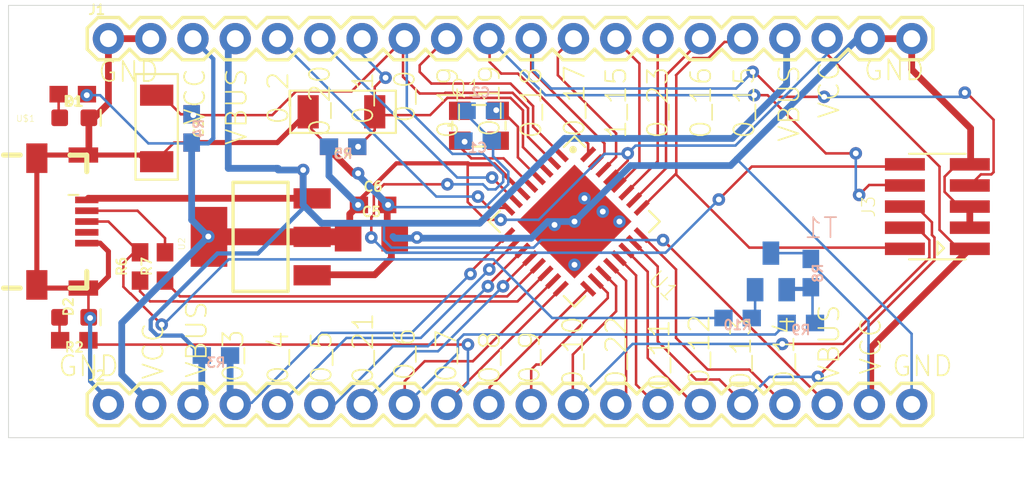
<source format=kicad_pcb>
(kicad_pcb (version 20171130) (host pcbnew "(5.1.8-0-10_14)")

  (general
    (thickness 1.6)
    (drawings 42)
    (tracks 713)
    (zones 0)
    (modules 32)
    (nets 40)
  )

  (page A4)
  (layers
    (0 Top signal)
    (31 Bottom signal)
    (32 B.Adhes user)
    (33 F.Adhes user)
    (34 B.Paste user)
    (35 F.Paste user)
    (36 B.SilkS user)
    (37 F.SilkS user)
    (38 B.Mask user)
    (39 F.Mask user)
    (40 Dwgs.User user)
    (41 Cmts.User user)
    (42 Eco1.User user)
    (43 Eco2.User user)
    (44 Edge.Cuts user)
    (45 Margin user)
    (46 B.CrtYd user)
    (47 F.CrtYd user)
    (48 B.Fab user)
    (49 F.Fab user)
  )

  (setup
    (last_trace_width 0.25)
    (trace_clearance 0.1524)
    (zone_clearance 0.508)
    (zone_45_only no)
    (trace_min 0.1524)
    (via_size 0.8)
    (via_drill 0.4)
    (via_min_size 0.4)
    (via_min_drill 0.3)
    (uvia_size 0.3)
    (uvia_drill 0.1)
    (uvias_allowed no)
    (uvia_min_size 0.2)
    (uvia_min_drill 0.1)
    (edge_width 0.05)
    (segment_width 0.2)
    (pcb_text_width 0.3)
    (pcb_text_size 1.5 1.5)
    (mod_edge_width 0.12)
    (mod_text_size 1 1)
    (mod_text_width 0.15)
    (pad_size 1.524 1.524)
    (pad_drill 0.762)
    (pad_to_mask_clearance 0)
    (aux_axis_origin 0 0)
    (visible_elements FFFFFF7F)
    (pcbplotparams
      (layerselection 0x010fc_ffffffff)
      (usegerberextensions false)
      (usegerberattributes true)
      (usegerberadvancedattributes true)
      (creategerberjobfile true)
      (excludeedgelayer true)
      (linewidth 0.100000)
      (plotframeref false)
      (viasonmask false)
      (mode 1)
      (useauxorigin false)
      (hpglpennumber 1)
      (hpglpenspeed 20)
      (hpglpendiameter 15.000000)
      (psnegative false)
      (psa4output false)
      (plotreference true)
      (plotvalue true)
      (plotinvisibletext false)
      (padsonsilk false)
      (subtractmaskfromsilk false)
      (outputformat 1)
      (mirror false)
      (drillshape 1)
      (scaleselection 1)
      (outputdirectory ""))
  )

  (net 0 "")
  (net 1 GND)
  (net 2 VCC)
  (net 3 PIO0_0)
  (net 4 PIO0_1)
  (net 5 PIO0_2)
  (net 6 PIO0_3)
  (net 7 PIO0_4)
  (net 8 PIO0_5)
  (net 9 PIO0_6)
  (net 10 PIO0_7)
  (net 11 PIO0_8)
  (net 12 PIO0_9)
  (net 13 PIO0_10)
  (net 14 PIO0_11)
  (net 15 PIO0_12)
  (net 16 PIO0_13)
  (net 17 PIO0_14)
  (net 18 PIO0_15)
  (net 19 PIO0_16)
  (net 20 PIO0_17)
  (net 21 PIO0_18)
  (net 22 PIO0_19)
  (net 23 PIO0_20)
  (net 24 PIO0_21)
  (net 25 PIO0_22)
  (net 26 PIO0_23)
  (net 27 PIO1_15)
  (net 28 USB_DM)
  (net 29 USB_DP)
  (net 30 VBUS)
  (net 31 N$27)
  (net 32 N$28)
  (net 33 N$1)
  (net 34 N$2)
  (net 35 PIO1_19)
  (net 36 N$3)
  (net 37 N$4)
  (net 38 USBDM)
  (net 39 USBDP)

  (net_class Default "This is the default net class."
    (clearance 0.1524)
    (trace_width 0.25)
    (via_dia 0.8)
    (via_drill 0.4)
    (uvia_dia 0.3)
    (uvia_drill 0.1)
    (add_net GND)
    (add_net N$1)
    (add_net N$2)
    (add_net N$27)
    (add_net N$28)
    (add_net N$3)
    (add_net N$4)
    (add_net PIO0_0)
    (add_net PIO0_1)
    (add_net PIO0_10)
    (add_net PIO0_11)
    (add_net PIO0_12)
    (add_net PIO0_13)
    (add_net PIO0_14)
    (add_net PIO0_15)
    (add_net PIO0_16)
    (add_net PIO0_17)
    (add_net PIO0_18)
    (add_net PIO0_19)
    (add_net PIO0_2)
    (add_net PIO0_20)
    (add_net PIO0_21)
    (add_net PIO0_22)
    (add_net PIO0_23)
    (add_net PIO0_3)
    (add_net PIO0_4)
    (add_net PIO0_5)
    (add_net PIO0_6)
    (add_net PIO0_7)
    (add_net PIO0_8)
    (add_net PIO0_9)
    (add_net PIO1_15)
    (add_net PIO1_19)
    (add_net USBDM)
    (add_net USBDP)
    (add_net USB_DM)
    (add_net USB_DP)
    (add_net VBUS)
    (add_net VCC)
  )

  (module "" (layer Top) (tedit 0) (tstamp 0)
    (at 120.0011 94.0036)
    (fp_text reference @HOLE0 (at 0 0) (layer F.SilkS) hide
      (effects (font (size 1.27 1.27) (thickness 0.15)))
    )
    (fp_text value "" (at 0 0) (layer F.SilkS)
      (effects (font (size 1.27 1.27) (thickness 0.15)))
    )
    (pad "" np_thru_hole circle (at 0 0) (size 2 2) (drill 2) (layers *.Cu *.Mask))
  )

  (module "" (layer Top) (tedit 0) (tstamp 0)
    (at 177.0011 94.0036)
    (fp_text reference @HOLE1 (at 0 0) (layer F.SilkS) hide
      (effects (font (size 1.27 1.27) (thickness 0.15)))
    )
    (fp_text value "" (at 0 0) (layer F.SilkS)
      (effects (font (size 1.27 1.27) (thickness 0.15)))
    )
    (pad "" np_thru_hole circle (at 0 0) (size 2 2) (drill 2) (layers *.Cu *.Mask))
  )

  (module "" (layer Top) (tedit 0) (tstamp 0)
    (at 177.0011 116.0036)
    (fp_text reference @HOLE2 (at 0 0) (layer F.SilkS) hide
      (effects (font (size 1.27 1.27) (thickness 0.15)))
    )
    (fp_text value "" (at 0 0) (layer F.SilkS)
      (effects (font (size 1.27 1.27) (thickness 0.15)))
    )
    (pad "" np_thru_hole circle (at 0 0) (size 2 2) (drill 2) (layers *.Cu *.Mask))
  )

  (module "" (layer Top) (tedit 0) (tstamp 0)
    (at 120.0011 116.0036)
    (fp_text reference @HOLE3 (at 0 0) (layer F.SilkS) hide
      (effects (font (size 1.27 1.27) (thickness 0.15)))
    )
    (fp_text value "" (at 0 0) (layer F.SilkS)
      (effects (font (size 1.27 1.27) (thickness 0.15)))
    )
    (pad "" np_thru_hole circle (at 0 0) (size 2 2) (drill 2) (layers *.Cu *.Mask))
  )

  (module 0603 (layer Bottom) (tedit 0) (tstamp 5FF67C49)
    (at 146.1811 100.1436)
    (descr "<p><b>Generic 1608 (0603) package</b></p>\n<p>0.2mm courtyard excess rounded to nearest 0.05mm.</p>")
    (fp_text reference C1 (at 0 0.762) (layer B.SilkS)
      (effects (font (size 0.57912 0.57912) (thickness 0.115824)) (justify bottom mirror))
    )
    (fp_text value 10nF (at 0 -0.762) (layer B.Fab)
      (effects (font (size 0.57912 0.57912) (thickness 0.115824)) (justify top mirror))
    )
    (fp_poly (pts (xy -0.1999 -0.3) (xy 0.1999 -0.3) (xy 0.1999 0.3) (xy -0.1999 0.3)) (layer B.Adhes) (width 0))
    (fp_poly (pts (xy 0.3302 -0.4699) (xy 0.8303 -0.4699) (xy 0.8303 0.4801) (xy 0.3302 0.4801)) (layer B.Fab) (width 0))
    (fp_poly (pts (xy -0.8382 -0.4699) (xy -0.3381 -0.4699) (xy -0.3381 0.4801) (xy -0.8382 0.4801)) (layer B.Fab) (width 0))
    (fp_line (start -0.356 -0.419) (end 0.356 -0.419) (layer B.Fab) (width 0.1016))
    (fp_line (start -0.356 0.432) (end 0.356 0.432) (layer B.Fab) (width 0.1016))
    (fp_line (start -1.6 -0.7) (end -1.6 0.7) (layer Dwgs.User) (width 0.0508))
    (fp_line (start 1.6 -0.7) (end -1.6 -0.7) (layer Dwgs.User) (width 0.0508))
    (fp_line (start 1.6 0.7) (end 1.6 -0.7) (layer Dwgs.User) (width 0.0508))
    (fp_line (start -1.6 0.7) (end 1.6 0.7) (layer Dwgs.User) (width 0.0508))
    (pad 2 smd rect (at 0.85 0) (size 1.1 1) (layers Bottom B.Paste B.Mask)
      (net 1 GND) (solder_mask_margin 0.1016))
    (pad 1 smd rect (at -0.85 0) (size 1.1 1) (layers Bottom B.Paste B.Mask)
      (net 31 N$27) (solder_mask_margin 0.1016))
  )

  (module 0603 (layer Bottom) (tedit 0) (tstamp 5FF67C57)
    (at 146.3711 98.3436 180)
    (descr "<p><b>Generic 1608 (0603) package</b></p>\n<p>0.2mm courtyard excess rounded to nearest 0.05mm.</p>")
    (fp_text reference C2 (at 0 0.762) (layer B.SilkS)
      (effects (font (size 0.57912 0.57912) (thickness 0.115824)) (justify bottom mirror))
    )
    (fp_text value 10nF (at 0 -0.762) (layer B.Fab)
      (effects (font (size 0.57912 0.57912) (thickness 0.115824)) (justify top mirror))
    )
    (fp_poly (pts (xy -0.1999 -0.3) (xy 0.1999 -0.3) (xy 0.1999 0.3) (xy -0.1999 0.3)) (layer B.Adhes) (width 0))
    (fp_poly (pts (xy 0.3302 -0.4699) (xy 0.8303 -0.4699) (xy 0.8303 0.4801) (xy 0.3302 0.4801)) (layer B.Fab) (width 0))
    (fp_poly (pts (xy -0.8382 -0.4699) (xy -0.3381 -0.4699) (xy -0.3381 0.4801) (xy -0.8382 0.4801)) (layer B.Fab) (width 0))
    (fp_line (start -0.356 -0.419) (end 0.356 -0.419) (layer B.Fab) (width 0.1016))
    (fp_line (start -0.356 0.432) (end 0.356 0.432) (layer B.Fab) (width 0.1016))
    (fp_line (start -1.6 -0.7) (end -1.6 0.7) (layer Dwgs.User) (width 0.0508))
    (fp_line (start 1.6 -0.7) (end -1.6 -0.7) (layer Dwgs.User) (width 0.0508))
    (fp_line (start 1.6 0.7) (end 1.6 -0.7) (layer Dwgs.User) (width 0.0508))
    (fp_line (start -1.6 0.7) (end 1.6 0.7) (layer Dwgs.User) (width 0.0508))
    (pad 2 smd rect (at 0.85 0 180) (size 1.1 1) (layers Bottom B.Paste B.Mask)
      (net 1 GND) (solder_mask_margin 0.1016))
    (pad 1 smd rect (at -0.85 0 180) (size 1.1 1) (layers Bottom B.Paste B.Mask)
      (net 32 N$28) (solder_mask_margin 0.1016))
  )

  (module LED-0603 (layer Top) (tedit 0) (tstamp 5FF67C65)
    (at 121.9511 98.7636)
    (descr "<B>LED 0603 SMT</B><p>\n0603, surface mount.\n<p>Specifications:\n<ul><li>Pin count: 2</li>\n<li>Pin pitch:0.075inch </li>\n<li>Area: 0.06\" x 0.03\"</li>\n</ul></p>\n<p>Example device(s):\n<ul><li>LED - BLUE</li>")
    (fp_text reference D1 (at 0 -0.635) (layer F.SilkS)
      (effects (font (size 0.57912 0.57912) (thickness 0.115824)) (justify bottom))
    )
    (fp_text value GREEN (at 0 0.635) (layer F.Fab)
      (effects (font (size 0.57912 0.57912) (thickness 0.115824)) (justify top))
    )
    (fp_line (start 0.15875 0) (end -0.15875 0.3175) (layer F.Fab) (width 0.127))
    (fp_line (start 0.15875 0) (end -0.15875 -0.3175) (layer F.Fab) (width 0.127))
    (fp_line (start 0.15875 0) (end 0.15875 0.47625) (layer F.Fab) (width 0.127))
    (fp_line (start 0.15875 -0.47625) (end 0.15875 0) (layer F.Fab) (width 0.127))
    (fp_line (start 1.5875 -0.47625) (end 1.5875 0.47625) (layer F.SilkS) (width 0.127))
    (pad A smd roundrect (at -0.877 0 270) (size 1 1) (layers Top F.Paste F.Mask) (roundrect_rratio 0.15)
      (net 33 N$1) (solder_mask_margin 0.1016))
    (pad C smd roundrect (at 0.877 0 270) (size 1 1) (layers Top F.Paste F.Mask) (roundrect_rratio 0.15)
      (net 1 GND) (solder_mask_margin 0.1016))
  )

  (module LED-0603 (layer Top) (tedit 0) (tstamp 5FF67C6F)
    (at 121.9411 110.7636)
    (descr "<B>LED 0603 SMT</B><p>\n0603, surface mount.\n<p>Specifications:\n<ul><li>Pin count: 2</li>\n<li>Pin pitch:0.075inch </li>\n<li>Area: 0.06\" x 0.03\"</li>\n</ul></p>\n<p>Example device(s):\n<ul><li>LED - BLUE</li>")
    (fp_text reference D2 (at 0 -0.635 90) (layer F.SilkS)
      (effects (font (size 0.57912 0.57912) (thickness 0.115824)) (justify bottom))
    )
    (fp_text value RED (at 0 0.635) (layer F.Fab)
      (effects (font (size 0.57912 0.57912) (thickness 0.115824)) (justify top))
    )
    (fp_line (start 0.15875 0) (end -0.15875 0.3175) (layer F.Fab) (width 0.127))
    (fp_line (start 0.15875 0) (end -0.15875 -0.3175) (layer F.Fab) (width 0.127))
    (fp_line (start 0.15875 0) (end 0.15875 0.47625) (layer F.Fab) (width 0.127))
    (fp_line (start 0.15875 -0.47625) (end 0.15875 0) (layer F.Fab) (width 0.127))
    (fp_line (start 1.5875 -0.47625) (end 1.5875 0.47625) (layer F.SilkS) (width 0.127))
    (pad A smd roundrect (at -0.877 0 270) (size 1 1) (layers Top F.Paste F.Mask) (roundrect_rratio 0.15)
      (net 34 N$2) (solder_mask_margin 0.1016))
    (pad C smd roundrect (at 0.877 0 270) (size 1 1) (layers Top F.Paste F.Mask) (roundrect_rratio 0.15)
      (net 1 GND) (solder_mask_margin 0.1016))
  )

  (module 3.2X2.5_KX-7 (layer Top) (tedit 0) (tstamp 5FF67C79)
    (at 146.2611 99.2436)
    (descr "4 Pad")
    (fp_text reference Q1 (at -1.8 -1.7) (layer F.SilkS)
      (effects (font (size 0.9652 0.9652) (thickness 0.077216)) (justify left bottom))
    )
    (fp_text value "" (at -1.8 2.9) (layer F.Fab)
      (effects (font (size 0.9652 0.9652) (thickness 0.077216)) (justify left bottom))
    )
    (fp_text user RG (at -0.35 -0.2) (layer F.Fab)
      (effects (font (size 0.28956 0.28956) (thickness 0.057912)) (justify left bottom))
    )
    (fp_text user KX-7 (at -0.65 -0.65) (layer F.Fab)
      (effects (font (size 0.38608 0.38608) (thickness 0.032512)) (justify left bottom))
    )
    (fp_circle (center -1.2 0.85) (end -1.1 0.85) (layer F.Fab) (width 0.2))
    (fp_line (start -0.4 1.25) (end 0.4 1.25) (layer F.SilkS) (width 0.127))
    (fp_line (start 1.6 -0.25) (end 1.6 0.25) (layer F.SilkS) (width 0.127))
    (fp_line (start -0.4 -1.25) (end 0.4 -1.25) (layer F.SilkS) (width 0.127))
    (fp_line (start -1.6 0) (end -1.6 0.25) (layer F.SilkS) (width 0.127))
    (fp_line (start -1.6 0) (end -1.6 -0.25) (layer F.SilkS) (width 0.127))
    (fp_line (start -1.85 0) (end -1.6 0) (layer F.SilkS) (width 0.12))
    (fp_line (start 1.6 1.25) (end -1.6 1.25) (layer F.Fab) (width 0.127))
    (fp_line (start 1.6 -1.25) (end 1.6 1.25) (layer F.Fab) (width 0.127))
    (fp_line (start -1.6 -1.25) (end 1.6 -1.25) (layer F.Fab) (width 0.127))
    (fp_line (start -1.6 1.25) (end -1.6 -1.25) (layer F.Fab) (width 0.127))
    (pad 1 smd rect (at -1.15 0.9) (size 1.3 1.1) (layers Top F.Paste F.Mask)
      (net 31 N$27) (solder_mask_margin 0.1016))
    (pad 3 smd rect (at 1.15 -0.9) (size 1.3 1.1) (layers Top F.Paste F.Mask)
      (net 32 N$28) (solder_mask_margin 0.1016))
    (pad 2 smd rect (at 1.15 0.9) (size 1.3 1.1) (layers Top F.Paste F.Mask)
      (solder_mask_margin 0.1016))
    (pad 4 smd rect (at -1.15 -0.9) (size 1.3 1.1) (layers Top F.Paste F.Mask)
      (solder_mask_margin 0.1016))
  )

  (module 0603 (layer Top) (tedit 0) (tstamp 5FF67C8D)
    (at 121.8611 97.3436 180)
    (descr "<p><b>Generic 1608 (0603) package</b></p>\n<p>0.2mm courtyard excess rounded to nearest 0.05mm.</p>")
    (fp_text reference R1 (at 0 -0.762) (layer F.SilkS)
      (effects (font (size 0.57912 0.57912) (thickness 0.115824)) (justify bottom))
    )
    (fp_text value 0.05 (at 0 0.762) (layer F.Fab)
      (effects (font (size 0.57912 0.57912) (thickness 0.115824)) (justify top))
    )
    (fp_poly (pts (xy -0.1999 0.3) (xy 0.1999 0.3) (xy 0.1999 -0.3) (xy -0.1999 -0.3)) (layer F.Adhes) (width 0))
    (fp_poly (pts (xy 0.3302 0.4699) (xy 0.8303 0.4699) (xy 0.8303 -0.4801) (xy 0.3302 -0.4801)) (layer F.Fab) (width 0))
    (fp_poly (pts (xy -0.8382 0.4699) (xy -0.3381 0.4699) (xy -0.3381 -0.4801) (xy -0.8382 -0.4801)) (layer F.Fab) (width 0))
    (fp_line (start -0.356 0.419) (end 0.356 0.419) (layer F.Fab) (width 0.1016))
    (fp_line (start -0.356 -0.432) (end 0.356 -0.432) (layer F.Fab) (width 0.1016))
    (fp_line (start -1.6 0.7) (end -1.6 -0.7) (layer Dwgs.User) (width 0.0508))
    (fp_line (start 1.6 0.7) (end -1.6 0.7) (layer Dwgs.User) (width 0.0508))
    (fp_line (start 1.6 -0.7) (end 1.6 0.7) (layer Dwgs.User) (width 0.0508))
    (fp_line (start -1.6 -0.7) (end 1.6 -0.7) (layer Dwgs.User) (width 0.0508))
    (pad 2 smd rect (at 0.85 0 180) (size 1.1 1) (layers Top F.Paste F.Mask)
      (net 33 N$1) (solder_mask_margin 0.1016))
    (pad 1 smd rect (at -0.85 0 180) (size 1.1 1) (layers Top F.Paste F.Mask)
      (net 2 VCC) (solder_mask_margin 0.1016))
  )

  (module 0603 (layer Top) (tedit 0) (tstamp 5FF67C9B)
    (at 121.9511 112.1436 180)
    (descr "<p><b>Generic 1608 (0603) package</b></p>\n<p>0.2mm courtyard excess rounded to nearest 0.05mm.</p>")
    (fp_text reference R2 (at 0 -0.762) (layer F.SilkS)
      (effects (font (size 0.57912 0.57912) (thickness 0.115824)) (justify bottom))
    )
    (fp_text value 0.05 (at 0 0.762) (layer F.Fab)
      (effects (font (size 0.57912 0.57912) (thickness 0.115824)) (justify top))
    )
    (fp_poly (pts (xy -0.1999 0.3) (xy 0.1999 0.3) (xy 0.1999 -0.3) (xy -0.1999 -0.3)) (layer F.Adhes) (width 0))
    (fp_poly (pts (xy 0.3302 0.4699) (xy 0.8303 0.4699) (xy 0.8303 -0.4801) (xy 0.3302 -0.4801)) (layer F.Fab) (width 0))
    (fp_poly (pts (xy -0.8382 0.4699) (xy -0.3381 0.4699) (xy -0.3381 -0.4801) (xy -0.8382 -0.4801)) (layer F.Fab) (width 0))
    (fp_line (start -0.356 0.419) (end 0.356 0.419) (layer F.Fab) (width 0.1016))
    (fp_line (start -0.356 -0.432) (end 0.356 -0.432) (layer F.Fab) (width 0.1016))
    (fp_line (start -1.6 0.7) (end -1.6 -0.7) (layer Dwgs.User) (width 0.0508))
    (fp_line (start 1.6 0.7) (end -1.6 0.7) (layer Dwgs.User) (width 0.0508))
    (fp_line (start 1.6 -0.7) (end 1.6 0.7) (layer Dwgs.User) (width 0.0508))
    (fp_line (start -1.6 -0.7) (end 1.6 -0.7) (layer Dwgs.User) (width 0.0508))
    (pad 2 smd rect (at 0.85 0 180) (size 1.1 1) (layers Top F.Paste F.Mask)
      (net 34 N$2) (solder_mask_margin 0.1016))
    (pad 1 smd rect (at -0.85 0 180) (size 1.1 1) (layers Top F.Paste F.Mask)
      (net 10 PIO0_7) (solder_mask_margin 0.1016))
  )

  (module 0603 (layer Bottom) (tedit 0) (tstamp 5FF67CA9)
    (at 130.4611 113.0636)
    (descr "<p><b>Generic 1608 (0603) package</b></p>\n<p>0.2mm courtyard excess rounded to nearest 0.05mm.</p>")
    (fp_text reference R3 (at 0 0.762) (layer B.SilkS)
      (effects (font (size 0.57912 0.57912) (thickness 0.115824)) (justify bottom mirror))
    )
    (fp_text value 0.05 (at 0 -0.762) (layer B.Fab)
      (effects (font (size 0.57912 0.57912) (thickness 0.115824)) (justify top mirror))
    )
    (fp_poly (pts (xy -0.1999 -0.3) (xy 0.1999 -0.3) (xy 0.1999 0.3) (xy -0.1999 0.3)) (layer B.Adhes) (width 0))
    (fp_poly (pts (xy 0.3302 -0.4699) (xy 0.8303 -0.4699) (xy 0.8303 0.4801) (xy 0.3302 0.4801)) (layer B.Fab) (width 0))
    (fp_poly (pts (xy -0.8382 -0.4699) (xy -0.3381 -0.4699) (xy -0.3381 0.4801) (xy -0.8382 0.4801)) (layer B.Fab) (width 0))
    (fp_line (start -0.356 -0.419) (end 0.356 -0.419) (layer B.Fab) (width 0.1016))
    (fp_line (start -0.356 0.432) (end 0.356 0.432) (layer B.Fab) (width 0.1016))
    (fp_line (start -1.6 -0.7) (end -1.6 0.7) (layer Dwgs.User) (width 0.0508))
    (fp_line (start 1.6 -0.7) (end -1.6 -0.7) (layer Dwgs.User) (width 0.0508))
    (fp_line (start 1.6 0.7) (end 1.6 -0.7) (layer Dwgs.User) (width 0.0508))
    (fp_line (start -1.6 0.7) (end 1.6 0.7) (layer Dwgs.User) (width 0.0508))
    (pad 2 smd rect (at 0.85 0) (size 1.1 1) (layers Bottom B.Paste B.Mask)
      (net 6 PIO0_3) (solder_mask_margin 0.1016))
    (pad 1 smd rect (at -0.85 0) (size 1.1 1) (layers Bottom B.Paste B.Mask)
      (net 30 VBUS) (solder_mask_margin 0.1016))
  )

  (module USB-MICRO-SMD (layer Top) (tedit 0) (tstamp 5FF67CB7)
    (at 119.7011 105.0036)
    (fp_text reference U$1 (at -1.27 -5.969) (layer F.SilkS)
      (effects (font (size 0.38608 0.38608) (thickness 0.030886)) (justify left bottom))
    )
    (fp_text value USB_GND (at -1.27 -5.461) (layer F.Fab)
      (effects (font (size 0.38608 0.38608) (thickness 0.030886)) (justify left bottom))
    )
    (fp_line (start 1.899918 -1.6002) (end 2.499359 -1.6002) (layer F.SilkS) (width 0.12))
    (fp_line (start -1 4) (end -2 4) (layer F.SilkS) (width 0.3048))
    (fp_line (start -1 -4) (end -2 -4) (layer F.SilkS) (width 0.3048))
    (fp_line (start 3 4) (end 3 3) (layer F.SilkS) (width 0.3048))
    (fp_line (start 2 4) (end 3 4) (layer F.SilkS) (width 0.3048))
    (fp_line (start 3 -4) (end 3 -3) (layer F.SilkS) (width 0.3048))
    (fp_line (start 2 -3.992881) (end 2 -4) (layer F.SilkS) (width 0.3048))
    (fp_line (start 2.981959 -3.992881) (end 2 -3.992881) (layer F.SilkS) (width 0.3048))
    (fp_line (start 2.85 3.9) (end -2.15 3.9) (layer Cmts.User) (width 0.127))
    (fp_line (start 2.85 -3.9) (end -2.15 -3.9) (layer Cmts.User) (width 0.127))
    (fp_line (start 2.85 -3.9) (end 2.85 3.9) (layer Cmts.User) (width 0.127))
    (fp_line (start -2.15 -3.9) (end -2.15 3.9) (layer Cmts.User) (width 0.127))
    (pad P$2 smd rect (at 2.794 4) (size 1.778 0.9144) (layers Top F.Paste F.Mask)
      (net 1 GND) (solder_mask_margin 0.1016))
    (pad P$1 smd rect (at 2.794 -4) (size 1.778 0.9144) (layers Top F.Paste F.Mask)
      (net 1 GND) (solder_mask_margin 0.1016))
    (pad GND3 smd rect (at 0 3.81) (size 1.27 1.778) (layers Top F.Paste F.Mask)
      (net 1 GND) (solder_mask_margin 0.1016))
    (pad GND2 smd rect (at 0 -3.81) (size 1.27 1.778) (layers Top F.Paste F.Mask)
      (net 1 GND) (solder_mask_margin 0.1016))
    (pad "" np_thru_hole circle (at 2.2 2) (size 0.41 0.41) (drill 0.41) (layers *.Cu *.Mask))
    (pad "" np_thru_hole circle (at 2.2 -2) (size 0.41 0.41) (drill 0.41) (layers *.Cu *.Mask))
    (pad VBUS1 smd rect (at 3 -1.3 90) (size 0.4 1.4) (layers Top F.Paste F.Mask)
      (net 30 VBUS) (solder_mask_margin 0.1016))
    (pad ID1 smd rect (at 3 0.65 90) (size 0.4 1.4) (layers Top F.Paste F.Mask)
      (solder_mask_margin 0.1016))
    (pad GND1 smd rect (at 3 1.3 90) (size 0.4 1.4) (layers Top F.Paste F.Mask)
      (net 1 GND) (solder_mask_margin 0.1016))
    (pad D-1 smd rect (at 3 -0.65 90) (size 0.4 1.4) (layers Top F.Paste F.Mask)
      (net 38 USBDM) (solder_mask_margin 0.1016))
    (pad D+1 smd rect (at 3 0 90) (size 0.4 1.4) (layers Top F.Paste F.Mask)
      (net 39 USBDP) (solder_mask_margin 0.1016))
  )

  (module SOT-HVQFN33 (layer Top) (tedit 0) (tstamp 5FF67CD1)
    (at 152.0011 105.0036 315)
    (descr "<li><b>SOTxxx</b><hr>\n<ul><li>HVQFN33: plastic thermal enhanced very thin quad flat package; no leads; 33 terminals; body 7 x 7 x 0.85 mm\n<li><u>JEDEC</u>: ---\n<li><u>IEC</u>: ---</ul>\n<li>Package according LPC111x datasheet")
    (fp_text reference U1 (at 5.499998 -0.499992 135) (layer F.SilkS)
      (effects (font (size 0.95 0.95) (thickness 0.076)) (justify left bottom))
    )
    (fp_text value LPC11U14FHN33/201 (at 5.5 1.000004 135) (layer F.Fab)
      (effects (font (size 0.95 0.95) (thickness 0.076)) (justify left bottom))
    )
    (fp_poly (pts (xy -1.35 -0.35) (xy -0.35 -0.35) (xy -0.35 -1.35) (xy -1.35 -1.35)) (layer F.Paste) (width 0))
    (fp_poly (pts (xy -1.35 1.35) (xy -0.35 1.35) (xy -0.35 0.35) (xy -1.35 0.35)) (layer F.Paste) (width 0))
    (fp_poly (pts (xy 0.35 1.35) (xy 1.35 1.35) (xy 1.35 0.35) (xy 0.35 0.35)) (layer F.Paste) (width 0))
    (fp_poly (pts (xy 0.35 -0.35) (xy 1.35 -0.35) (xy 1.35 -1.35) (xy 0.35 -1.35)) (layer F.Paste) (width 0))
    (fp_poly (pts (xy -2.525 2.525) (xy 2.525 2.525) (xy 2.525 -2.525) (xy -2.525 -2.525)) (layer F.Mask) (width 0))
    (fp_circle (center -3.12 -3) (end -3.0082 -3) (layer F.SilkS) (width 0.2236))
    (fp_line (start 2.7125 3.625) (end 3.625 3.625) (layer F.SilkS) (width 0.127))
    (fp_line (start 2.7125 -3.625) (end 3.625 -3.625) (layer F.SilkS) (width 0.127))
    (fp_line (start -3.625 2.7125) (end -3.625 3.625) (layer F.SilkS) (width 0.127))
    (fp_line (start -3.625 -3.625) (end -3.625 -2.7125) (layer F.SilkS) (width 0.127))
    (fp_line (start 3.625 2.7125) (end 3.625 3.625) (layer F.SilkS) (width 0.127))
    (fp_line (start 3.625 -3.625) (end 3.625 -2.7125) (layer F.SilkS) (width 0.127))
    (fp_line (start -3.625 3.625) (end -2.7125 3.625) (layer F.SilkS) (width 0.127))
    (fp_line (start -3.625 -3.625) (end -2.7125 -3.625) (layer F.SilkS) (width 0.127))
    (fp_line (start 2.55 3.625) (end 3.625 3.625) (layer F.Fab) (width 0.127))
    (fp_line (start 4.1 -2.55) (end 4.1 2.55) (layer F.Fab) (width 0.127))
    (fp_line (start 2.55 -3.625) (end 3.625 -3.625) (layer F.Fab) (width 0.127))
    (fp_line (start 3.625 2.55) (end 4.1 2.55) (layer F.Fab) (width 0.127))
    (fp_line (start -4.1 2.55) (end -3.625 2.55) (layer F.Fab) (width 0.127))
    (fp_line (start 3.625 -2.55) (end 4.1 -2.55) (layer F.Fab) (width 0.127))
    (fp_line (start -4.1 -2.55) (end -3.625 -2.55) (layer F.Fab) (width 0.127))
    (fp_line (start 2.55 4.1) (end 2.55 3.625) (layer F.Fab) (width 0.127))
    (fp_line (start -2.55 4.1) (end -2.55 3.625) (layer F.Fab) (width 0.127))
    (fp_line (start 2.55 -4.1) (end 2.55 -3.625) (layer F.Fab) (width 0.127))
    (fp_line (start -2.55 -4.1) (end -2.55 -3.625) (layer F.Fab) (width 0.127))
    (fp_line (start -3.625 2.55) (end -3.625 3.625) (layer F.Fab) (width 0.127))
    (fp_line (start -3.625 -3.625) (end -3.625 -2.55) (layer F.Fab) (width 0.127))
    (fp_line (start 3.625 2.55) (end 3.625 3.625) (layer F.Fab) (width 0.127))
    (fp_line (start 3.625 -3.625) (end 3.625 -2.55) (layer F.Fab) (width 0.127))
    (fp_line (start -3.625 3.625) (end -2.55 3.625) (layer F.Fab) (width 0.127))
    (fp_line (start -3.625 -3.625) (end -2.55 -3.625) (layer F.Fab) (width 0.127))
    (fp_line (start -4.1 -2.55) (end -4.1 2.55) (layer F.Fab) (width 0.127))
    (fp_line (start 2.55 -4.1) (end -2.55 -4.1) (layer F.Fab) (width 0.127))
    (fp_line (start -2.55 4.1) (end 2.55 4.1) (layer F.Fab) (width 0.127))
    (pad 33 smd rect (at 0 0 315) (size 4.85 4.85) (layers Top F.Mask)
      (net 1 GND) (solder_mask_margin 0.1016))
    (pad 32 smd rect (at -2.275 -3.4375 225) (size 1.075 0.3) (layers Top F.Paste F.Mask)
      (net 22 PIO0_19) (solder_mask_margin 0.1016))
    (pad 31 smd rect (at -1.625 -3.4375 225) (size 1.075 0.3) (layers Top F.Paste F.Mask)
      (net 21 PIO0_18) (solder_mask_margin 0.1016))
    (pad 30 smd rect (at -0.975 -3.4375 225) (size 1.075 0.3) (layers Top F.Paste F.Mask)
      (net 20 PIO0_17) (solder_mask_margin 0.1016))
    (pad 29 smd rect (at -0.325 -3.4375 225) (size 1.075 0.3) (layers Top F.Paste F.Mask)
      (net 2 VCC) (solder_mask_margin 0.1016))
    (pad 28 smd rect (at 0.325 -3.4375 225) (size 1.075 0.3) (layers Top F.Paste F.Mask)
      (net 27 PIO1_15) (solder_mask_margin 0.1016))
    (pad 27 smd rect (at 0.975 -3.4375 225) (size 1.075 0.3) (layers Top F.Paste F.Mask)
      (net 26 PIO0_23) (solder_mask_margin 0.1016))
    (pad 26 smd rect (at 1.625 -3.4375 225) (size 1.075 0.3) (layers Top F.Paste F.Mask)
      (net 19 PIO0_16) (solder_mask_margin 0.1016))
    (pad 25 smd rect (at 2.275 -3.4375 225) (size 1.075 0.3) (layers Top F.Paste F.Mask)
      (net 18 PIO0_15) (solder_mask_margin 0.1016))
    (pad 24 smd rect (at 3.4375 -2.275 135) (size 1.075 0.3) (layers Top F.Paste F.Mask)
      (net 17 PIO0_14) (solder_mask_margin 0.1016))
    (pad 23 smd rect (at 3.4375 -1.625 135) (size 1.075 0.3) (layers Top F.Paste F.Mask)
      (net 16 PIO0_13) (solder_mask_margin 0.1016))
    (pad 22 smd rect (at 3.4375 -0.975 135) (size 1.075 0.3) (layers Top F.Paste F.Mask)
      (net 15 PIO0_12) (solder_mask_margin 0.1016))
    (pad 21 smd rect (at 3.4375 -0.325 135) (size 1.075 0.3) (layers Top F.Paste F.Mask)
      (net 14 PIO0_11) (solder_mask_margin 0.1016))
    (pad 20 smd rect (at 3.4375 0.325 135) (size 1.075 0.3) (layers Top F.Paste F.Mask)
      (net 25 PIO0_22) (solder_mask_margin 0.1016))
    (pad 19 smd rect (at 3.4375 0.975 135) (size 1.075 0.3) (layers Top F.Paste F.Mask)
      (net 13 PIO0_10) (solder_mask_margin 0.1016))
    (pad 18 smd rect (at 3.4375 1.625 135) (size 1.075 0.3) (layers Top F.Paste F.Mask)
      (net 12 PIO0_9) (solder_mask_margin 0.1016))
    (pad 17 smd rect (at 3.4375 2.275 135) (size 1.075 0.3) (layers Top F.Paste F.Mask)
      (net 11 PIO0_8) (solder_mask_margin 0.1016))
    (pad 16 smd rect (at 2.275 3.4375 45) (size 1.075 0.3) (layers Top F.Paste F.Mask)
      (net 10 PIO0_7) (solder_mask_margin 0.1016))
    (pad 15 smd rect (at 1.625 3.4375 45) (size 1.075 0.3) (layers Top F.Paste F.Mask)
      (net 9 PIO0_6) (solder_mask_margin 0.1016))
    (pad 14 smd rect (at 0.975 3.4375 45) (size 1.075 0.3) (layers Top F.Paste F.Mask)
      (net 29 USB_DP) (solder_mask_margin 0.1016))
    (pad 13 smd rect (at 0.325 3.4375 45) (size 1.075 0.3) (layers Top F.Paste F.Mask)
      (net 28 USB_DM) (solder_mask_margin 0.1016))
    (pad 12 smd rect (at -0.325 3.4375 45) (size 1.075 0.3) (layers Top F.Paste F.Mask)
      (net 24 PIO0_21) (solder_mask_margin 0.1016))
    (pad 11 smd rect (at -0.975 3.4375 45) (size 1.075 0.3) (layers Top F.Paste F.Mask)
      (net 8 PIO0_5) (solder_mask_margin 0.1016))
    (pad 10 smd rect (at -1.625 3.4375 45) (size 1.075 0.3) (layers Top F.Paste F.Mask)
      (net 7 PIO0_4) (solder_mask_margin 0.1016))
    (pad 9 smd rect (at -2.275 3.4375 45) (size 1.075 0.3) (layers Top F.Paste F.Mask)
      (net 6 PIO0_3) (solder_mask_margin 0.1016))
    (pad 8 smd rect (at -3.4375 2.275 315) (size 1.075 0.3) (layers Top F.Paste F.Mask)
      (net 5 PIO0_2) (solder_mask_margin 0.1016))
    (pad 7 smd rect (at -3.4375 1.625 315) (size 1.075 0.3) (layers Top F.Paste F.Mask)
      (net 23 PIO0_20) (solder_mask_margin 0.1016))
    (pad 6 smd rect (at -3.4375 0.975 315) (size 1.075 0.3) (layers Top F.Paste F.Mask)
      (net 2 VCC) (solder_mask_margin 0.1016))
    (pad 5 smd rect (at -3.4375 0.325 315) (size 1.075 0.3) (layers Top F.Paste F.Mask)
      (net 31 N$27) (solder_mask_margin 0.1016))
    (pad 4 smd rect (at -3.4375 -0.325 315) (size 1.075 0.3) (layers Top F.Paste F.Mask)
      (net 32 N$28) (solder_mask_margin 0.1016))
    (pad 3 smd rect (at -3.4375 -0.975 315) (size 1.075 0.3) (layers Top F.Paste F.Mask)
      (net 4 PIO0_1) (solder_mask_margin 0.1016))
    (pad 2 smd rect (at -3.4375 -1.625 315) (size 1.075 0.3) (layers Top F.Paste F.Mask)
      (net 3 PIO0_0) (solder_mask_margin 0.1016))
    (pad 1 smd rect (at -3.4375 -2.275 315) (size 1.075 0.3) (layers Top F.Paste F.Mask)
      (net 35 PIO1_19) (solder_mask_margin 0.1016))
  )

  (module SOT223 (layer Top) (tedit 0) (tstamp 5FF67D17)
    (at 133.1411 105.9236 90)
    (descr <b>SOT-223</b>)
    (fp_text reference U2 (at -0.8255 -4.5085 90) (layer F.SilkS)
      (effects (font (size 0.38608 0.38608) (thickness 0.030886)) (justify left bottom))
    )
    (fp_text value "" (at -1.0795 0.1905 90) (layer F.Fab)
      (effects (font (size 0.38608 0.38608) (thickness 0.030886)) (justify left bottom))
    )
    (fp_poly (pts (xy 1.8796 3.6576) (xy 2.7432 3.6576) (xy 2.7432 1.8034) (xy 1.8796 1.8034)) (layer F.Fab) (width 0))
    (fp_poly (pts (xy -2.7432 3.6576) (xy -1.8796 3.6576) (xy -1.8796 1.8034) (xy -2.7432 1.8034)) (layer F.Fab) (width 0))
    (fp_poly (pts (xy -0.4318 3.6576) (xy 0.4318 3.6576) (xy 0.4318 1.8034) (xy -0.4318 1.8034)) (layer F.Fab) (width 0))
    (fp_poly (pts (xy -1.6002 -1.8034) (xy 1.6002 -1.8034) (xy 1.6002 -3.6576) (xy -1.6002 -3.6576)) (layer F.Fab) (width 0))
    (fp_poly (pts (xy 1.8796 3.6576) (xy 2.7432 3.6576) (xy 2.7432 1.8034) (xy 1.8796 1.8034)) (layer F.Fab) (width 0))
    (fp_poly (pts (xy -2.7432 3.6576) (xy -1.8796 3.6576) (xy -1.8796 1.8034) (xy -2.7432 1.8034)) (layer F.Fab) (width 0))
    (fp_poly (pts (xy -0.4318 3.6576) (xy 0.4318 3.6576) (xy 0.4318 1.8034) (xy -0.4318 1.8034)) (layer F.Fab) (width 0))
    (fp_poly (pts (xy -1.6002 -1.8034) (xy 1.6002 -1.8034) (xy 1.6002 -3.6576) (xy -1.6002 -3.6576)) (layer F.Fab) (width 0))
    (fp_line (start -3.2766 -1.651) (end 3.2766 -1.651) (layer F.SilkS) (width 0.2032))
    (fp_line (start -3.2766 1.651) (end -3.2766 -1.651) (layer F.SilkS) (width 0.2032))
    (fp_line (start 3.2766 1.651) (end -3.2766 1.651) (layer F.SilkS) (width 0.2032))
    (fp_line (start 3.2766 -1.651) (end 3.2766 1.651) (layer F.SilkS) (width 0.2032))
    (pad 4 smd rect (at 0 -3.099 90) (size 3.6 2.2) (layers Top F.Paste F.Mask)
      (net 2 VCC) (solder_mask_margin 0.1016))
    (pad 3 smd rect (at 2.3114 3.0988 90) (size 1.2192 2.2352) (layers Top F.Paste F.Mask)
      (net 30 VBUS) (solder_mask_margin 0.1016))
    (pad 2 smd rect (at 0 3.0988 90) (size 1.2192 2.2352) (layers Top F.Paste F.Mask)
      (net 2 VCC) (solder_mask_margin 0.1016))
    (pad 1 smd rect (at -2.3114 3.0988 90) (size 1.2192 2.2352) (layers Top F.Paste F.Mask)
      (net 1 GND) (solder_mask_margin 0.1016))
  )

  (module 1X20 (layer Top) (tedit 0) (tstamp 5FF67D2A)
    (at 124.0011 94.0036)
    (descr "<h3>Plated Through Hole -20 Pin</h3>\n<p>Specifications:\n<ul><li>Pin count:20</li>\n<li>Pin pitch:0.1\"</li>\n</ul></p>\n<p>Example device(s):\n<ul><li>CONN_20</li>\n</ul></p>")
    (fp_text reference J1 (at -1.27 -1.397) (layer F.SilkS)
      (effects (font (size 0.57912 0.57912) (thickness 0.115824)) (justify left bottom))
    )
    (fp_text value "" (at -1.27 2.032) (layer F.Fab)
      (effects (font (size 0.57912 0.57912) (thickness 0.115824)) (justify left bottom))
    )
    (fp_poly (pts (xy 48.006 0.254) (xy 48.514 0.254) (xy 48.514 -0.254) (xy 48.006 -0.254)) (layer F.Fab) (width 0))
    (fp_poly (pts (xy 45.466 0.254) (xy 45.974 0.254) (xy 45.974 -0.254) (xy 45.466 -0.254)) (layer F.Fab) (width 0))
    (fp_poly (pts (xy 42.926 0.254) (xy 43.434 0.254) (xy 43.434 -0.254) (xy 42.926 -0.254)) (layer F.Fab) (width 0))
    (fp_poly (pts (xy 40.386 0.254) (xy 40.894 0.254) (xy 40.894 -0.254) (xy 40.386 -0.254)) (layer F.Fab) (width 0))
    (fp_poly (pts (xy 37.846 0.254) (xy 38.354 0.254) (xy 38.354 -0.254) (xy 37.846 -0.254)) (layer F.Fab) (width 0))
    (fp_poly (pts (xy 35.306 0.254) (xy 35.814 0.254) (xy 35.814 -0.254) (xy 35.306 -0.254)) (layer F.Fab) (width 0))
    (fp_poly (pts (xy 17.526 0.254) (xy 18.034 0.254) (xy 18.034 -0.254) (xy 17.526 -0.254)) (layer F.Fab) (width 0))
    (fp_poly (pts (xy 20.066 0.254) (xy 20.574 0.254) (xy 20.574 -0.254) (xy 20.066 -0.254)) (layer F.Fab) (width 0))
    (fp_poly (pts (xy 22.606 0.254) (xy 23.114 0.254) (xy 23.114 -0.254) (xy 22.606 -0.254)) (layer F.Fab) (width 0))
    (fp_poly (pts (xy 25.146 0.254) (xy 25.654 0.254) (xy 25.654 -0.254) (xy 25.146 -0.254)) (layer F.Fab) (width 0))
    (fp_poly (pts (xy 27.686 0.254) (xy 28.194 0.254) (xy 28.194 -0.254) (xy 27.686 -0.254)) (layer F.Fab) (width 0))
    (fp_poly (pts (xy 30.226 0.254) (xy 30.734 0.254) (xy 30.734 -0.254) (xy 30.226 -0.254)) (layer F.Fab) (width 0))
    (fp_poly (pts (xy 32.766 0.254) (xy 33.274 0.254) (xy 33.274 -0.254) (xy 32.766 -0.254)) (layer F.Fab) (width 0))
    (fp_poly (pts (xy -0.254 0.254) (xy 0.254 0.254) (xy 0.254 -0.254) (xy -0.254 -0.254)) (layer F.Fab) (width 0))
    (fp_poly (pts (xy 2.286 0.254) (xy 2.794 0.254) (xy 2.794 -0.254) (xy 2.286 -0.254)) (layer F.Fab) (width 0))
    (fp_poly (pts (xy 4.826 0.254) (xy 5.334 0.254) (xy 5.334 -0.254) (xy 4.826 -0.254)) (layer F.Fab) (width 0))
    (fp_poly (pts (xy 7.366 0.254) (xy 7.874 0.254) (xy 7.874 -0.254) (xy 7.366 -0.254)) (layer F.Fab) (width 0))
    (fp_poly (pts (xy 9.906 0.254) (xy 10.414 0.254) (xy 10.414 -0.254) (xy 9.906 -0.254)) (layer F.Fab) (width 0))
    (fp_poly (pts (xy 12.446 0.254) (xy 12.954 0.254) (xy 12.954 -0.254) (xy 12.446 -0.254)) (layer F.Fab) (width 0))
    (fp_poly (pts (xy 14.986 0.254) (xy 15.494 0.254) (xy 15.494 -0.254) (xy 14.986 -0.254)) (layer F.Fab) (width 0))
    (fp_line (start 46.99 0.635) (end 47.625 1.27) (layer F.SilkS) (width 0.2032))
    (fp_line (start 48.895 1.27) (end 47.625 1.27) (layer F.SilkS) (width 0.2032))
    (fp_line (start 49.53 0.635) (end 48.895 1.27) (layer F.SilkS) (width 0.2032))
    (fp_line (start 49.53 -0.635) (end 49.53 0.635) (layer F.SilkS) (width 0.2032))
    (fp_line (start 48.895 -1.27) (end 49.53 -0.635) (layer F.SilkS) (width 0.2032))
    (fp_line (start 47.625 -1.27) (end 48.895 -1.27) (layer F.SilkS) (width 0.2032))
    (fp_line (start 47.625 -1.27) (end 46.99 -0.635) (layer F.SilkS) (width 0.2032))
    (fp_line (start 44.45 0.635) (end 45.085 1.27) (layer F.SilkS) (width 0.2032))
    (fp_line (start 46.355 1.27) (end 45.085 1.27) (layer F.SilkS) (width 0.2032))
    (fp_line (start 46.99 0.635) (end 46.355 1.27) (layer F.SilkS) (width 0.2032))
    (fp_line (start 46.355 -1.27) (end 46.99 -0.635) (layer F.SilkS) (width 0.2032))
    (fp_line (start 45.085 -1.27) (end 46.355 -1.27) (layer F.SilkS) (width 0.2032))
    (fp_line (start 45.085 -1.27) (end 44.45 -0.635) (layer F.SilkS) (width 0.2032))
    (fp_line (start 41.91 0.635) (end 42.545 1.27) (layer F.SilkS) (width 0.2032))
    (fp_line (start 43.815 1.27) (end 42.545 1.27) (layer F.SilkS) (width 0.2032))
    (fp_line (start 44.45 0.635) (end 43.815 1.27) (layer F.SilkS) (width 0.2032))
    (fp_line (start 43.815 -1.27) (end 44.45 -0.635) (layer F.SilkS) (width 0.2032))
    (fp_line (start 42.545 -1.27) (end 43.815 -1.27) (layer F.SilkS) (width 0.2032))
    (fp_line (start 42.545 -1.27) (end 41.91 -0.635) (layer F.SilkS) (width 0.2032))
    (fp_line (start 39.37 0.635) (end 40.005 1.27) (layer F.SilkS) (width 0.2032))
    (fp_line (start 41.275 1.27) (end 40.005 1.27) (layer F.SilkS) (width 0.2032))
    (fp_line (start 41.91 0.635) (end 41.275 1.27) (layer F.SilkS) (width 0.2032))
    (fp_line (start 41.275 -1.27) (end 41.91 -0.635) (layer F.SilkS) (width 0.2032))
    (fp_line (start 40.005 -1.27) (end 41.275 -1.27) (layer F.SilkS) (width 0.2032))
    (fp_line (start 40.005 -1.27) (end 39.37 -0.635) (layer F.SilkS) (width 0.2032))
    (fp_line (start 36.83 0.635) (end 37.465 1.27) (layer F.SilkS) (width 0.2032))
    (fp_line (start 38.735 1.27) (end 37.465 1.27) (layer F.SilkS) (width 0.2032))
    (fp_line (start 39.37 0.635) (end 38.735 1.27) (layer F.SilkS) (width 0.2032))
    (fp_line (start 38.735 -1.27) (end 39.37 -0.635) (layer F.SilkS) (width 0.2032))
    (fp_line (start 37.465 -1.27) (end 38.735 -1.27) (layer F.SilkS) (width 0.2032))
    (fp_line (start 37.465 -1.27) (end 36.83 -0.635) (layer F.SilkS) (width 0.2032))
    (fp_line (start 34.29 0.635) (end 34.925 1.27) (layer F.SilkS) (width 0.2032))
    (fp_line (start 36.195 1.27) (end 34.925 1.27) (layer F.SilkS) (width 0.2032))
    (fp_line (start 36.83 0.635) (end 36.195 1.27) (layer F.SilkS) (width 0.2032))
    (fp_line (start 36.195 -1.27) (end 36.83 -0.635) (layer F.SilkS) (width 0.2032))
    (fp_line (start 34.925 -1.27) (end 36.195 -1.27) (layer F.SilkS) (width 0.2032))
    (fp_line (start 34.925 -1.27) (end 34.29 -0.635) (layer F.SilkS) (width 0.2032))
    (fp_line (start 18.415 1.27) (end 17.145 1.27) (layer F.SilkS) (width 0.2032))
    (fp_line (start 16.51 0.635) (end 17.145 1.27) (layer F.SilkS) (width 0.2032))
    (fp_line (start 17.145 -1.27) (end 16.51 -0.635) (layer F.SilkS) (width 0.2032))
    (fp_line (start 19.685 1.27) (end 19.05 0.635) (layer F.SilkS) (width 0.2032))
    (fp_line (start 20.955 1.27) (end 19.685 1.27) (layer F.SilkS) (width 0.2032))
    (fp_line (start 21.59 0.635) (end 20.955 1.27) (layer F.SilkS) (width 0.2032))
    (fp_line (start 20.955 -1.27) (end 21.59 -0.635) (layer F.SilkS) (width 0.2032))
    (fp_line (start 19.685 -1.27) (end 20.955 -1.27) (layer F.SilkS) (width 0.2032))
    (fp_line (start 19.05 -0.635) (end 19.685 -1.27) (layer F.SilkS) (width 0.2032))
    (fp_line (start 19.05 0.635) (end 18.415 1.27) (layer F.SilkS) (width 0.2032))
    (fp_line (start 18.415 -1.27) (end 19.05 -0.635) (layer F.SilkS) (width 0.2032))
    (fp_line (start 17.145 -1.27) (end 18.415 -1.27) (layer F.SilkS) (width 0.2032))
    (fp_line (start 26.035 1.27) (end 24.765 1.27) (layer F.SilkS) (width 0.2032))
    (fp_line (start 24.13 0.635) (end 24.765 1.27) (layer F.SilkS) (width 0.2032))
    (fp_line (start 24.765 -1.27) (end 24.13 -0.635) (layer F.SilkS) (width 0.2032))
    (fp_line (start 22.225 1.27) (end 21.59 0.635) (layer F.SilkS) (width 0.2032))
    (fp_line (start 23.495 1.27) (end 22.225 1.27) (layer F.SilkS) (width 0.2032))
    (fp_line (start 24.13 0.635) (end 23.495 1.27) (layer F.SilkS) (width 0.2032))
    (fp_line (start 23.495 -1.27) (end 24.13 -0.635) (layer F.SilkS) (width 0.2032))
    (fp_line (start 22.225 -1.27) (end 23.495 -1.27) (layer F.SilkS) (width 0.2032))
    (fp_line (start 21.59 -0.635) (end 22.225 -1.27) (layer F.SilkS) (width 0.2032))
    (fp_line (start 27.305 1.27) (end 26.67 0.635) (layer F.SilkS) (width 0.2032))
    (fp_line (start 28.575 1.27) (end 27.305 1.27) (layer F.SilkS) (width 0.2032))
    (fp_line (start 29.21 0.635) (end 28.575 1.27) (layer F.SilkS) (width 0.2032))
    (fp_line (start 28.575 -1.27) (end 29.21 -0.635) (layer F.SilkS) (width 0.2032))
    (fp_line (start 27.305 -1.27) (end 28.575 -1.27) (layer F.SilkS) (width 0.2032))
    (fp_line (start 26.67 -0.635) (end 27.305 -1.27) (layer F.SilkS) (width 0.2032))
    (fp_line (start 26.67 0.635) (end 26.035 1.27) (layer F.SilkS) (width 0.2032))
    (fp_line (start 26.035 -1.27) (end 26.67 -0.635) (layer F.SilkS) (width 0.2032))
    (fp_line (start 24.765 -1.27) (end 26.035 -1.27) (layer F.SilkS) (width 0.2032))
    (fp_line (start 33.655 1.27) (end 32.385 1.27) (layer F.SilkS) (width 0.2032))
    (fp_line (start 31.75 0.635) (end 32.385 1.27) (layer F.SilkS) (width 0.2032))
    (fp_line (start 32.385 -1.27) (end 31.75 -0.635) (layer F.SilkS) (width 0.2032))
    (fp_line (start 29.845 1.27) (end 29.21 0.635) (layer F.SilkS) (width 0.2032))
    (fp_line (start 31.115 1.27) (end 29.845 1.27) (layer F.SilkS) (width 0.2032))
    (fp_line (start 31.75 0.635) (end 31.115 1.27) (layer F.SilkS) (width 0.2032))
    (fp_line (start 31.115 -1.27) (end 31.75 -0.635) (layer F.SilkS) (width 0.2032))
    (fp_line (start 29.845 -1.27) (end 31.115 -1.27) (layer F.SilkS) (width 0.2032))
    (fp_line (start 29.21 -0.635) (end 29.845 -1.27) (layer F.SilkS) (width 0.2032))
    (fp_line (start 34.29 0.635) (end 33.655 1.27) (layer F.SilkS) (width 0.2032))
    (fp_line (start 33.655 -1.27) (end 34.29 -0.635) (layer F.SilkS) (width 0.2032))
    (fp_line (start 32.385 -1.27) (end 33.655 -1.27) (layer F.SilkS) (width 0.2032))
    (fp_line (start 0.635 1.27) (end -0.635 1.27) (layer F.SilkS) (width 0.2032))
    (fp_line (start -1.27 0.635) (end -0.635 1.27) (layer F.SilkS) (width 0.2032))
    (fp_line (start -0.635 -1.27) (end -1.27 -0.635) (layer F.SilkS) (width 0.2032))
    (fp_line (start -1.27 -0.635) (end -1.27 0.635) (layer F.SilkS) (width 0.2032))
    (fp_line (start 1.905 1.27) (end 1.27 0.635) (layer F.SilkS) (width 0.2032))
    (fp_line (start 3.175 1.27) (end 1.905 1.27) (layer F.SilkS) (width 0.2032))
    (fp_line (start 3.81 0.635) (end 3.175 1.27) (layer F.SilkS) (width 0.2032))
    (fp_line (start 3.175 -1.27) (end 3.81 -0.635) (layer F.SilkS) (width 0.2032))
    (fp_line (start 1.905 -1.27) (end 3.175 -1.27) (layer F.SilkS) (width 0.2032))
    (fp_line (start 1.27 -0.635) (end 1.905 -1.27) (layer F.SilkS) (width 0.2032))
    (fp_line (start 1.27 0.635) (end 0.635 1.27) (layer F.SilkS) (width 0.2032))
    (fp_line (start 0.635 -1.27) (end 1.27 -0.635) (layer F.SilkS) (width 0.2032))
    (fp_line (start -0.635 -1.27) (end 0.635 -1.27) (layer F.SilkS) (width 0.2032))
    (fp_line (start 8.255 1.27) (end 6.985 1.27) (layer F.SilkS) (width 0.2032))
    (fp_line (start 6.35 0.635) (end 6.985 1.27) (layer F.SilkS) (width 0.2032))
    (fp_line (start 6.985 -1.27) (end 6.35 -0.635) (layer F.SilkS) (width 0.2032))
    (fp_line (start 4.445 1.27) (end 3.81 0.635) (layer F.SilkS) (width 0.2032))
    (fp_line (start 5.715 1.27) (end 4.445 1.27) (layer F.SilkS) (width 0.2032))
    (fp_line (start 6.35 0.635) (end 5.715 1.27) (layer F.SilkS) (width 0.2032))
    (fp_line (start 5.715 -1.27) (end 6.35 -0.635) (layer F.SilkS) (width 0.2032))
    (fp_line (start 4.445 -1.27) (end 5.715 -1.27) (layer F.SilkS) (width 0.2032))
    (fp_line (start 3.81 -0.635) (end 4.445 -1.27) (layer F.SilkS) (width 0.2032))
    (fp_line (start 9.525 1.27) (end 8.89 0.635) (layer F.SilkS) (width 0.2032))
    (fp_line (start 10.795 1.27) (end 9.525 1.27) (layer F.SilkS) (width 0.2032))
    (fp_line (start 11.43 0.635) (end 10.795 1.27) (layer F.SilkS) (width 0.2032))
    (fp_line (start 10.795 -1.27) (end 11.43 -0.635) (layer F.SilkS) (width 0.2032))
    (fp_line (start 9.525 -1.27) (end 10.795 -1.27) (layer F.SilkS) (width 0.2032))
    (fp_line (start 8.89 -0.635) (end 9.525 -1.27) (layer F.SilkS) (width 0.2032))
    (fp_line (start 8.89 0.635) (end 8.255 1.27) (layer F.SilkS) (width 0.2032))
    (fp_line (start 8.255 -1.27) (end 8.89 -0.635) (layer F.SilkS) (width 0.2032))
    (fp_line (start 6.985 -1.27) (end 8.255 -1.27) (layer F.SilkS) (width 0.2032))
    (fp_line (start 15.875 1.27) (end 14.605 1.27) (layer F.SilkS) (width 0.2032))
    (fp_line (start 13.97 0.635) (end 14.605 1.27) (layer F.SilkS) (width 0.2032))
    (fp_line (start 14.605 -1.27) (end 13.97 -0.635) (layer F.SilkS) (width 0.2032))
    (fp_line (start 12.065 1.27) (end 11.43 0.635) (layer F.SilkS) (width 0.2032))
    (fp_line (start 13.335 1.27) (end 12.065 1.27) (layer F.SilkS) (width 0.2032))
    (fp_line (start 13.97 0.635) (end 13.335 1.27) (layer F.SilkS) (width 0.2032))
    (fp_line (start 13.335 -1.27) (end 13.97 -0.635) (layer F.SilkS) (width 0.2032))
    (fp_line (start 12.065 -1.27) (end 13.335 -1.27) (layer F.SilkS) (width 0.2032))
    (fp_line (start 11.43 -0.635) (end 12.065 -1.27) (layer F.SilkS) (width 0.2032))
    (fp_line (start 16.51 0.635) (end 15.875 1.27) (layer F.SilkS) (width 0.2032))
    (fp_line (start 15.875 -1.27) (end 16.51 -0.635) (layer F.SilkS) (width 0.2032))
    (fp_line (start 14.605 -1.27) (end 15.875 -1.27) (layer F.SilkS) (width 0.2032))
    (pad 20 thru_hole circle (at 48.26 0 90) (size 1.8796 1.8796) (drill 1.016) (layers *.Cu *.Mask)
      (net 1 GND) (solder_mask_margin 0.1016))
    (pad 19 thru_hole circle (at 45.72 0 90) (size 1.8796 1.8796) (drill 1.016) (layers *.Cu *.Mask)
      (net 1 GND) (solder_mask_margin 0.1016))
    (pad 18 thru_hole circle (at 43.18 0 90) (size 1.8796 1.8796) (drill 1.016) (layers *.Cu *.Mask)
      (net 2 VCC) (solder_mask_margin 0.1016))
    (pad 17 thru_hole circle (at 40.64 0 90) (size 1.8796 1.8796) (drill 1.016) (layers *.Cu *.Mask)
      (net 30 VBUS) (solder_mask_margin 0.1016))
    (pad 16 thru_hole circle (at 38.1 0 90) (size 1.8796 1.8796) (drill 1.016) (layers *.Cu *.Mask)
      (net 18 PIO0_15) (solder_mask_margin 0.1016))
    (pad 15 thru_hole circle (at 35.56 0 90) (size 1.8796 1.8796) (drill 1.016) (layers *.Cu *.Mask)
      (net 19 PIO0_16) (solder_mask_margin 0.1016))
    (pad 14 thru_hole circle (at 33.02 0 90) (size 1.8796 1.8796) (drill 1.016) (layers *.Cu *.Mask)
      (net 26 PIO0_23) (solder_mask_margin 0.1016))
    (pad 13 thru_hole circle (at 30.48 0 90) (size 1.8796 1.8796) (drill 1.016) (layers *.Cu *.Mask)
      (net 27 PIO1_15) (solder_mask_margin 0.1016))
    (pad 12 thru_hole circle (at 27.94 0 90) (size 1.8796 1.8796) (drill 1.016) (layers *.Cu *.Mask)
      (net 20 PIO0_17) (solder_mask_margin 0.1016))
    (pad 11 thru_hole circle (at 25.4 0 90) (size 1.8796 1.8796) (drill 1.016) (layers *.Cu *.Mask)
      (net 21 PIO0_18) (solder_mask_margin 0.1016))
    (pad 10 thru_hole circle (at 22.86 0 90) (size 1.8796 1.8796) (drill 1.016) (layers *.Cu *.Mask)
      (net 22 PIO0_19) (solder_mask_margin 0.1016))
    (pad 9 thru_hole circle (at 20.32 0 90) (size 1.8796 1.8796) (drill 1.016) (layers *.Cu *.Mask)
      (net 35 PIO1_19) (solder_mask_margin 0.1016))
    (pad 8 thru_hole circle (at 17.78 0 90) (size 1.8796 1.8796) (drill 1.016) (layers *.Cu *.Mask)
      (net 3 PIO0_0) (solder_mask_margin 0.1016))
    (pad 7 thru_hole circle (at 15.24 0 90) (size 1.8796 1.8796) (drill 1.016) (layers *.Cu *.Mask)
      (net 4 PIO0_1) (solder_mask_margin 0.1016))
    (pad 6 thru_hole circle (at 12.7 0 90) (size 1.8796 1.8796) (drill 1.016) (layers *.Cu *.Mask)
      (net 23 PIO0_20) (solder_mask_margin 0.1016))
    (pad 5 thru_hole circle (at 10.16 0 90) (size 1.8796 1.8796) (drill 1.016) (layers *.Cu *.Mask)
      (net 5 PIO0_2) (solder_mask_margin 0.1016))
    (pad 4 thru_hole circle (at 7.62 0 90) (size 1.8796 1.8796) (drill 1.016) (layers *.Cu *.Mask)
      (net 30 VBUS) (solder_mask_margin 0.1016))
    (pad 3 thru_hole circle (at 5.08 0 90) (size 1.8796 1.8796) (drill 1.016) (layers *.Cu *.Mask)
      (net 2 VCC) (solder_mask_margin 0.1016))
    (pad 2 thru_hole circle (at 2.54 0 90) (size 1.8796 1.8796) (drill 1.016) (layers *.Cu *.Mask)
      (net 1 GND) (solder_mask_margin 0.1016))
    (pad 1 thru_hole circle (at 0 0 90) (size 1.8796 1.8796) (drill 1.016) (layers *.Cu *.Mask)
      (net 1 GND) (solder_mask_margin 0.1016))
  )

  (module 1X20 (layer Top) (tedit 0) (tstamp 5FF67DCF)
    (at 124.0011 116.0036)
    (descr "<h3>Plated Through Hole -20 Pin</h3>\n<p>Specifications:\n<ul><li>Pin count:20</li>\n<li>Pin pitch:0.1\"</li>\n</ul></p>\n<p>Example device(s):\n<ul><li>CONN_20</li>\n</ul></p>")
    (fp_text reference J2 (at -1.27 -1.397) (layer F.SilkS)
      (effects (font (size 0.57912 0.57912) (thickness 0.115824)) (justify left bottom))
    )
    (fp_text value "" (at -1.27 2.032) (layer F.Fab)
      (effects (font (size 0.57912 0.57912) (thickness 0.115824)) (justify left bottom))
    )
    (fp_poly (pts (xy 48.006 0.254) (xy 48.514 0.254) (xy 48.514 -0.254) (xy 48.006 -0.254)) (layer F.Fab) (width 0))
    (fp_poly (pts (xy 45.466 0.254) (xy 45.974 0.254) (xy 45.974 -0.254) (xy 45.466 -0.254)) (layer F.Fab) (width 0))
    (fp_poly (pts (xy 42.926 0.254) (xy 43.434 0.254) (xy 43.434 -0.254) (xy 42.926 -0.254)) (layer F.Fab) (width 0))
    (fp_poly (pts (xy 40.386 0.254) (xy 40.894 0.254) (xy 40.894 -0.254) (xy 40.386 -0.254)) (layer F.Fab) (width 0))
    (fp_poly (pts (xy 37.846 0.254) (xy 38.354 0.254) (xy 38.354 -0.254) (xy 37.846 -0.254)) (layer F.Fab) (width 0))
    (fp_poly (pts (xy 35.306 0.254) (xy 35.814 0.254) (xy 35.814 -0.254) (xy 35.306 -0.254)) (layer F.Fab) (width 0))
    (fp_poly (pts (xy 17.526 0.254) (xy 18.034 0.254) (xy 18.034 -0.254) (xy 17.526 -0.254)) (layer F.Fab) (width 0))
    (fp_poly (pts (xy 20.066 0.254) (xy 20.574 0.254) (xy 20.574 -0.254) (xy 20.066 -0.254)) (layer F.Fab) (width 0))
    (fp_poly (pts (xy 22.606 0.254) (xy 23.114 0.254) (xy 23.114 -0.254) (xy 22.606 -0.254)) (layer F.Fab) (width 0))
    (fp_poly (pts (xy 25.146 0.254) (xy 25.654 0.254) (xy 25.654 -0.254) (xy 25.146 -0.254)) (layer F.Fab) (width 0))
    (fp_poly (pts (xy 27.686 0.254) (xy 28.194 0.254) (xy 28.194 -0.254) (xy 27.686 -0.254)) (layer F.Fab) (width 0))
    (fp_poly (pts (xy 30.226 0.254) (xy 30.734 0.254) (xy 30.734 -0.254) (xy 30.226 -0.254)) (layer F.Fab) (width 0))
    (fp_poly (pts (xy 32.766 0.254) (xy 33.274 0.254) (xy 33.274 -0.254) (xy 32.766 -0.254)) (layer F.Fab) (width 0))
    (fp_poly (pts (xy -0.254 0.254) (xy 0.254 0.254) (xy 0.254 -0.254) (xy -0.254 -0.254)) (layer F.Fab) (width 0))
    (fp_poly (pts (xy 2.286 0.254) (xy 2.794 0.254) (xy 2.794 -0.254) (xy 2.286 -0.254)) (layer F.Fab) (width 0))
    (fp_poly (pts (xy 4.826 0.254) (xy 5.334 0.254) (xy 5.334 -0.254) (xy 4.826 -0.254)) (layer F.Fab) (width 0))
    (fp_poly (pts (xy 7.366 0.254) (xy 7.874 0.254) (xy 7.874 -0.254) (xy 7.366 -0.254)) (layer F.Fab) (width 0))
    (fp_poly (pts (xy 9.906 0.254) (xy 10.414 0.254) (xy 10.414 -0.254) (xy 9.906 -0.254)) (layer F.Fab) (width 0))
    (fp_poly (pts (xy 12.446 0.254) (xy 12.954 0.254) (xy 12.954 -0.254) (xy 12.446 -0.254)) (layer F.Fab) (width 0))
    (fp_poly (pts (xy 14.986 0.254) (xy 15.494 0.254) (xy 15.494 -0.254) (xy 14.986 -0.254)) (layer F.Fab) (width 0))
    (fp_line (start 46.99 0.635) (end 47.625 1.27) (layer F.SilkS) (width 0.2032))
    (fp_line (start 48.895 1.27) (end 47.625 1.27) (layer F.SilkS) (width 0.2032))
    (fp_line (start 49.53 0.635) (end 48.895 1.27) (layer F.SilkS) (width 0.2032))
    (fp_line (start 49.53 -0.635) (end 49.53 0.635) (layer F.SilkS) (width 0.2032))
    (fp_line (start 48.895 -1.27) (end 49.53 -0.635) (layer F.SilkS) (width 0.2032))
    (fp_line (start 47.625 -1.27) (end 48.895 -1.27) (layer F.SilkS) (width 0.2032))
    (fp_line (start 47.625 -1.27) (end 46.99 -0.635) (layer F.SilkS) (width 0.2032))
    (fp_line (start 44.45 0.635) (end 45.085 1.27) (layer F.SilkS) (width 0.2032))
    (fp_line (start 46.355 1.27) (end 45.085 1.27) (layer F.SilkS) (width 0.2032))
    (fp_line (start 46.99 0.635) (end 46.355 1.27) (layer F.SilkS) (width 0.2032))
    (fp_line (start 46.355 -1.27) (end 46.99 -0.635) (layer F.SilkS) (width 0.2032))
    (fp_line (start 45.085 -1.27) (end 46.355 -1.27) (layer F.SilkS) (width 0.2032))
    (fp_line (start 45.085 -1.27) (end 44.45 -0.635) (layer F.SilkS) (width 0.2032))
    (fp_line (start 41.91 0.635) (end 42.545 1.27) (layer F.SilkS) (width 0.2032))
    (fp_line (start 43.815 1.27) (end 42.545 1.27) (layer F.SilkS) (width 0.2032))
    (fp_line (start 44.45 0.635) (end 43.815 1.27) (layer F.SilkS) (width 0.2032))
    (fp_line (start 43.815 -1.27) (end 44.45 -0.635) (layer F.SilkS) (width 0.2032))
    (fp_line (start 42.545 -1.27) (end 43.815 -1.27) (layer F.SilkS) (width 0.2032))
    (fp_line (start 42.545 -1.27) (end 41.91 -0.635) (layer F.SilkS) (width 0.2032))
    (fp_line (start 39.37 0.635) (end 40.005 1.27) (layer F.SilkS) (width 0.2032))
    (fp_line (start 41.275 1.27) (end 40.005 1.27) (layer F.SilkS) (width 0.2032))
    (fp_line (start 41.91 0.635) (end 41.275 1.27) (layer F.SilkS) (width 0.2032))
    (fp_line (start 41.275 -1.27) (end 41.91 -0.635) (layer F.SilkS) (width 0.2032))
    (fp_line (start 40.005 -1.27) (end 41.275 -1.27) (layer F.SilkS) (width 0.2032))
    (fp_line (start 40.005 -1.27) (end 39.37 -0.635) (layer F.SilkS) (width 0.2032))
    (fp_line (start 36.83 0.635) (end 37.465 1.27) (layer F.SilkS) (width 0.2032))
    (fp_line (start 38.735 1.27) (end 37.465 1.27) (layer F.SilkS) (width 0.2032))
    (fp_line (start 39.37 0.635) (end 38.735 1.27) (layer F.SilkS) (width 0.2032))
    (fp_line (start 38.735 -1.27) (end 39.37 -0.635) (layer F.SilkS) (width 0.2032))
    (fp_line (start 37.465 -1.27) (end 38.735 -1.27) (layer F.SilkS) (width 0.2032))
    (fp_line (start 37.465 -1.27) (end 36.83 -0.635) (layer F.SilkS) (width 0.2032))
    (fp_line (start 34.29 0.635) (end 34.925 1.27) (layer F.SilkS) (width 0.2032))
    (fp_line (start 36.195 1.27) (end 34.925 1.27) (layer F.SilkS) (width 0.2032))
    (fp_line (start 36.83 0.635) (end 36.195 1.27) (layer F.SilkS) (width 0.2032))
    (fp_line (start 36.195 -1.27) (end 36.83 -0.635) (layer F.SilkS) (width 0.2032))
    (fp_line (start 34.925 -1.27) (end 36.195 -1.27) (layer F.SilkS) (width 0.2032))
    (fp_line (start 34.925 -1.27) (end 34.29 -0.635) (layer F.SilkS) (width 0.2032))
    (fp_line (start 18.415 1.27) (end 17.145 1.27) (layer F.SilkS) (width 0.2032))
    (fp_line (start 16.51 0.635) (end 17.145 1.27) (layer F.SilkS) (width 0.2032))
    (fp_line (start 17.145 -1.27) (end 16.51 -0.635) (layer F.SilkS) (width 0.2032))
    (fp_line (start 19.685 1.27) (end 19.05 0.635) (layer F.SilkS) (width 0.2032))
    (fp_line (start 20.955 1.27) (end 19.685 1.27) (layer F.SilkS) (width 0.2032))
    (fp_line (start 21.59 0.635) (end 20.955 1.27) (layer F.SilkS) (width 0.2032))
    (fp_line (start 20.955 -1.27) (end 21.59 -0.635) (layer F.SilkS) (width 0.2032))
    (fp_line (start 19.685 -1.27) (end 20.955 -1.27) (layer F.SilkS) (width 0.2032))
    (fp_line (start 19.05 -0.635) (end 19.685 -1.27) (layer F.SilkS) (width 0.2032))
    (fp_line (start 19.05 0.635) (end 18.415 1.27) (layer F.SilkS) (width 0.2032))
    (fp_line (start 18.415 -1.27) (end 19.05 -0.635) (layer F.SilkS) (width 0.2032))
    (fp_line (start 17.145 -1.27) (end 18.415 -1.27) (layer F.SilkS) (width 0.2032))
    (fp_line (start 26.035 1.27) (end 24.765 1.27) (layer F.SilkS) (width 0.2032))
    (fp_line (start 24.13 0.635) (end 24.765 1.27) (layer F.SilkS) (width 0.2032))
    (fp_line (start 24.765 -1.27) (end 24.13 -0.635) (layer F.SilkS) (width 0.2032))
    (fp_line (start 22.225 1.27) (end 21.59 0.635) (layer F.SilkS) (width 0.2032))
    (fp_line (start 23.495 1.27) (end 22.225 1.27) (layer F.SilkS) (width 0.2032))
    (fp_line (start 24.13 0.635) (end 23.495 1.27) (layer F.SilkS) (width 0.2032))
    (fp_line (start 23.495 -1.27) (end 24.13 -0.635) (layer F.SilkS) (width 0.2032))
    (fp_line (start 22.225 -1.27) (end 23.495 -1.27) (layer F.SilkS) (width 0.2032))
    (fp_line (start 21.59 -0.635) (end 22.225 -1.27) (layer F.SilkS) (width 0.2032))
    (fp_line (start 27.305 1.27) (end 26.67 0.635) (layer F.SilkS) (width 0.2032))
    (fp_line (start 28.575 1.27) (end 27.305 1.27) (layer F.SilkS) (width 0.2032))
    (fp_line (start 29.21 0.635) (end 28.575 1.27) (layer F.SilkS) (width 0.2032))
    (fp_line (start 28.575 -1.27) (end 29.21 -0.635) (layer F.SilkS) (width 0.2032))
    (fp_line (start 27.305 -1.27) (end 28.575 -1.27) (layer F.SilkS) (width 0.2032))
    (fp_line (start 26.67 -0.635) (end 27.305 -1.27) (layer F.SilkS) (width 0.2032))
    (fp_line (start 26.67 0.635) (end 26.035 1.27) (layer F.SilkS) (width 0.2032))
    (fp_line (start 26.035 -1.27) (end 26.67 -0.635) (layer F.SilkS) (width 0.2032))
    (fp_line (start 24.765 -1.27) (end 26.035 -1.27) (layer F.SilkS) (width 0.2032))
    (fp_line (start 33.655 1.27) (end 32.385 1.27) (layer F.SilkS) (width 0.2032))
    (fp_line (start 31.75 0.635) (end 32.385 1.27) (layer F.SilkS) (width 0.2032))
    (fp_line (start 32.385 -1.27) (end 31.75 -0.635) (layer F.SilkS) (width 0.2032))
    (fp_line (start 29.845 1.27) (end 29.21 0.635) (layer F.SilkS) (width 0.2032))
    (fp_line (start 31.115 1.27) (end 29.845 1.27) (layer F.SilkS) (width 0.2032))
    (fp_line (start 31.75 0.635) (end 31.115 1.27) (layer F.SilkS) (width 0.2032))
    (fp_line (start 31.115 -1.27) (end 31.75 -0.635) (layer F.SilkS) (width 0.2032))
    (fp_line (start 29.845 -1.27) (end 31.115 -1.27) (layer F.SilkS) (width 0.2032))
    (fp_line (start 29.21 -0.635) (end 29.845 -1.27) (layer F.SilkS) (width 0.2032))
    (fp_line (start 34.29 0.635) (end 33.655 1.27) (layer F.SilkS) (width 0.2032))
    (fp_line (start 33.655 -1.27) (end 34.29 -0.635) (layer F.SilkS) (width 0.2032))
    (fp_line (start 32.385 -1.27) (end 33.655 -1.27) (layer F.SilkS) (width 0.2032))
    (fp_line (start 0.635 1.27) (end -0.635 1.27) (layer F.SilkS) (width 0.2032))
    (fp_line (start -1.27 0.635) (end -0.635 1.27) (layer F.SilkS) (width 0.2032))
    (fp_line (start -0.635 -1.27) (end -1.27 -0.635) (layer F.SilkS) (width 0.2032))
    (fp_line (start -1.27 -0.635) (end -1.27 0.635) (layer F.SilkS) (width 0.2032))
    (fp_line (start 1.905 1.27) (end 1.27 0.635) (layer F.SilkS) (width 0.2032))
    (fp_line (start 3.175 1.27) (end 1.905 1.27) (layer F.SilkS) (width 0.2032))
    (fp_line (start 3.81 0.635) (end 3.175 1.27) (layer F.SilkS) (width 0.2032))
    (fp_line (start 3.175 -1.27) (end 3.81 -0.635) (layer F.SilkS) (width 0.2032))
    (fp_line (start 1.905 -1.27) (end 3.175 -1.27) (layer F.SilkS) (width 0.2032))
    (fp_line (start 1.27 -0.635) (end 1.905 -1.27) (layer F.SilkS) (width 0.2032))
    (fp_line (start 1.27 0.635) (end 0.635 1.27) (layer F.SilkS) (width 0.2032))
    (fp_line (start 0.635 -1.27) (end 1.27 -0.635) (layer F.SilkS) (width 0.2032))
    (fp_line (start -0.635 -1.27) (end 0.635 -1.27) (layer F.SilkS) (width 0.2032))
    (fp_line (start 8.255 1.27) (end 6.985 1.27) (layer F.SilkS) (width 0.2032))
    (fp_line (start 6.35 0.635) (end 6.985 1.27) (layer F.SilkS) (width 0.2032))
    (fp_line (start 6.985 -1.27) (end 6.35 -0.635) (layer F.SilkS) (width 0.2032))
    (fp_line (start 4.445 1.27) (end 3.81 0.635) (layer F.SilkS) (width 0.2032))
    (fp_line (start 5.715 1.27) (end 4.445 1.27) (layer F.SilkS) (width 0.2032))
    (fp_line (start 6.35 0.635) (end 5.715 1.27) (layer F.SilkS) (width 0.2032))
    (fp_line (start 5.715 -1.27) (end 6.35 -0.635) (layer F.SilkS) (width 0.2032))
    (fp_line (start 4.445 -1.27) (end 5.715 -1.27) (layer F.SilkS) (width 0.2032))
    (fp_line (start 3.81 -0.635) (end 4.445 -1.27) (layer F.SilkS) (width 0.2032))
    (fp_line (start 9.525 1.27) (end 8.89 0.635) (layer F.SilkS) (width 0.2032))
    (fp_line (start 10.795 1.27) (end 9.525 1.27) (layer F.SilkS) (width 0.2032))
    (fp_line (start 11.43 0.635) (end 10.795 1.27) (layer F.SilkS) (width 0.2032))
    (fp_line (start 10.795 -1.27) (end 11.43 -0.635) (layer F.SilkS) (width 0.2032))
    (fp_line (start 9.525 -1.27) (end 10.795 -1.27) (layer F.SilkS) (width 0.2032))
    (fp_line (start 8.89 -0.635) (end 9.525 -1.27) (layer F.SilkS) (width 0.2032))
    (fp_line (start 8.89 0.635) (end 8.255 1.27) (layer F.SilkS) (width 0.2032))
    (fp_line (start 8.255 -1.27) (end 8.89 -0.635) (layer F.SilkS) (width 0.2032))
    (fp_line (start 6.985 -1.27) (end 8.255 -1.27) (layer F.SilkS) (width 0.2032))
    (fp_line (start 15.875 1.27) (end 14.605 1.27) (layer F.SilkS) (width 0.2032))
    (fp_line (start 13.97 0.635) (end 14.605 1.27) (layer F.SilkS) (width 0.2032))
    (fp_line (start 14.605 -1.27) (end 13.97 -0.635) (layer F.SilkS) (width 0.2032))
    (fp_line (start 12.065 1.27) (end 11.43 0.635) (layer F.SilkS) (width 0.2032))
    (fp_line (start 13.335 1.27) (end 12.065 1.27) (layer F.SilkS) (width 0.2032))
    (fp_line (start 13.97 0.635) (end 13.335 1.27) (layer F.SilkS) (width 0.2032))
    (fp_line (start 13.335 -1.27) (end 13.97 -0.635) (layer F.SilkS) (width 0.2032))
    (fp_line (start 12.065 -1.27) (end 13.335 -1.27) (layer F.SilkS) (width 0.2032))
    (fp_line (start 11.43 -0.635) (end 12.065 -1.27) (layer F.SilkS) (width 0.2032))
    (fp_line (start 16.51 0.635) (end 15.875 1.27) (layer F.SilkS) (width 0.2032))
    (fp_line (start 15.875 -1.27) (end 16.51 -0.635) (layer F.SilkS) (width 0.2032))
    (fp_line (start 14.605 -1.27) (end 15.875 -1.27) (layer F.SilkS) (width 0.2032))
    (pad 20 thru_hole circle (at 48.26 0 90) (size 1.8796 1.8796) (drill 1.016) (layers *.Cu *.Mask)
      (net 1 GND) (solder_mask_margin 0.1016))
    (pad 19 thru_hole circle (at 45.72 0 90) (size 1.8796 1.8796) (drill 1.016) (layers *.Cu *.Mask)
      (net 2 VCC) (solder_mask_margin 0.1016))
    (pad 18 thru_hole circle (at 43.18 0 90) (size 1.8796 1.8796) (drill 1.016) (layers *.Cu *.Mask)
      (net 30 VBUS) (solder_mask_margin 0.1016))
    (pad 17 thru_hole circle (at 40.64 0 90) (size 1.8796 1.8796) (drill 1.016) (layers *.Cu *.Mask)
      (net 17 PIO0_14) (solder_mask_margin 0.1016))
    (pad 16 thru_hole circle (at 38.1 0 90) (size 1.8796 1.8796) (drill 1.016) (layers *.Cu *.Mask)
      (net 16 PIO0_13) (solder_mask_margin 0.1016))
    (pad 15 thru_hole circle (at 35.56 0 90) (size 1.8796 1.8796) (drill 1.016) (layers *.Cu *.Mask)
      (net 15 PIO0_12) (solder_mask_margin 0.1016))
    (pad 14 thru_hole circle (at 33.02 0 90) (size 1.8796 1.8796) (drill 1.016) (layers *.Cu *.Mask)
      (net 14 PIO0_11) (solder_mask_margin 0.1016))
    (pad 13 thru_hole circle (at 30.48 0 90) (size 1.8796 1.8796) (drill 1.016) (layers *.Cu *.Mask)
      (net 25 PIO0_22) (solder_mask_margin 0.1016))
    (pad 12 thru_hole circle (at 27.94 0 90) (size 1.8796 1.8796) (drill 1.016) (layers *.Cu *.Mask)
      (net 13 PIO0_10) (solder_mask_margin 0.1016))
    (pad 11 thru_hole circle (at 25.4 0 90) (size 1.8796 1.8796) (drill 1.016) (layers *.Cu *.Mask)
      (net 12 PIO0_9) (solder_mask_margin 0.1016))
    (pad 10 thru_hole circle (at 22.86 0 90) (size 1.8796 1.8796) (drill 1.016) (layers *.Cu *.Mask)
      (net 11 PIO0_8) (solder_mask_margin 0.1016))
    (pad 9 thru_hole circle (at 20.32 0 90) (size 1.8796 1.8796) (drill 1.016) (layers *.Cu *.Mask)
      (net 10 PIO0_7) (solder_mask_margin 0.1016))
    (pad 8 thru_hole circle (at 17.78 0 90) (size 1.8796 1.8796) (drill 1.016) (layers *.Cu *.Mask)
      (net 9 PIO0_6) (solder_mask_margin 0.1016))
    (pad 7 thru_hole circle (at 15.24 0 90) (size 1.8796 1.8796) (drill 1.016) (layers *.Cu *.Mask)
      (net 24 PIO0_21) (solder_mask_margin 0.1016))
    (pad 6 thru_hole circle (at 12.7 0 90) (size 1.8796 1.8796) (drill 1.016) (layers *.Cu *.Mask)
      (net 8 PIO0_5) (solder_mask_margin 0.1016))
    (pad 5 thru_hole circle (at 10.16 0 90) (size 1.8796 1.8796) (drill 1.016) (layers *.Cu *.Mask)
      (net 7 PIO0_4) (solder_mask_margin 0.1016))
    (pad 4 thru_hole circle (at 7.62 0 90) (size 1.8796 1.8796) (drill 1.016) (layers *.Cu *.Mask)
      (net 6 PIO0_3) (solder_mask_margin 0.1016))
    (pad 3 thru_hole circle (at 5.08 0 90) (size 1.8796 1.8796) (drill 1.016) (layers *.Cu *.Mask)
      (net 30 VBUS) (solder_mask_margin 0.1016))
    (pad 2 thru_hole circle (at 2.54 0 90) (size 1.8796 1.8796) (drill 1.016) (layers *.Cu *.Mask)
      (net 2 VCC) (solder_mask_margin 0.1016))
    (pad 1 thru_hole circle (at 0 0 90) (size 1.8796 1.8796) (drill 1.016) (layers *.Cu *.Mask)
      (net 1 GND) (solder_mask_margin 0.1016))
  )

  (module 621X1021021 (layer Top) (tedit 0) (tstamp 5FF67E74)
    (at 173.8011 104.1036 90)
    (descr "<b>WR-PHD 1.27mm Dual SMT Pin Header H=3.80 mm, 14 Pins<b>")
    (fp_text reference J3 (at -0.0096 -3.6821 90) (layer F.SilkS)
      (effects (font (size 0.77216 0.77216) (thickness 0.061772)) (justify bottom))
    )
    (fp_text value "" (at -1.9146 4.4602 90) (layer F.Fab)
      (effects (font (size 0.77216 0.77216) (thickness 0.061772)) (justify left bottom))
    )
    (fp_line (start -2.5 0.4) (end -2.9 0) (layer F.SilkS) (width 0.127))
    (fp_line (start -2.1 0) (end -2.5 0.4) (layer F.SilkS) (width 0.127))
    (fp_line (start -2.9 0) (end -2.1 0) (layer F.SilkS) (width 0.127))
    (fp_poly (pts (xy -3.425 -3.25) (xy 3.425 -3.25) (xy 3.425 3.25) (xy -3.425 3.25)) (layer Dwgs.User) (width 0))
    (fp_line (start -3.175 -1.7) (end -3.175 1.7) (layer F.SilkS) (width 0.127))
    (fp_line (start 3.175 -1.7) (end -3.175 -1.7) (layer F.Fab) (width 0.127))
    (fp_line (start 3.175 1.7) (end 3.175 -1.7) (layer F.SilkS) (width 0.127))
    (fp_line (start -3.175 1.7) (end 3.175 1.7) (layer F.Fab) (width 0.127))
    (pad 10 smd rect (at 2.54 -1.95 90) (size 0.75 2.4) (layers Top F.Paste F.Mask)
      (net 3 PIO0_0) (solder_mask_margin 0.1016))
    (pad 9 smd rect (at 2.54 1.95 90) (size 0.75 2.4) (layers Top F.Paste F.Mask)
      (net 1 GND) (solder_mask_margin 0.1016))
    (pad 8 smd rect (at 1.27 -1.95 90) (size 0.75 2.4) (layers Top F.Paste F.Mask)
      (net 22 PIO0_19) (solder_mask_margin 0.1016))
    (pad 7 smd rect (at 1.27 1.95 90) (size 0.75 2.4) (layers Top F.Paste F.Mask)
      (net 21 PIO0_18) (solder_mask_margin 0.1016))
    (pad 6 smd rect (at 0 -1.95 90) (size 0.75 2.4) (layers Top F.Paste F.Mask)
      (net 16 PIO0_13) (solder_mask_margin 0.1016))
    (pad 5 smd rect (at 0 1.95 90) (size 0.75 2.4) (layers Top F.Paste F.Mask)
      (net 1 GND) (solder_mask_margin 0.1016))
    (pad 4 smd rect (at -1.27 -1.95 90) (size 0.75 2.4) (layers Top F.Paste F.Mask)
      (net 13 PIO0_10) (solder_mask_margin 0.1016))
    (pad 3 smd rect (at -1.27 1.95 90) (size 0.75 2.4) (layers Top F.Paste F.Mask)
      (net 1 GND) (solder_mask_margin 0.1016))
    (pad 2 smd rect (at -2.54 -1.95 90) (size 0.75 2.4) (layers Top F.Paste F.Mask)
      (net 18 PIO0_15) (solder_mask_margin 0.1016))
    (pad 1 smd rect (at -2.54 1.95 90) (size 0.75 2.4) (layers Top F.Paste F.Mask)
      (net 2 VCC) (solder_mask_margin 0.1016))
  )

  (module QTKEY (layer Top) (tedit 0) (tstamp 5FF67E89)
    (at 126.9011 97.4036)
    (fp_text reference U$2 (at 0 0) (layer F.SilkS) hide
      (effects (font (size 1.27 1.27) (thickness 0.15)))
    )
    (fp_text value QTKEY (at 0 0) (layer F.SilkS) hide
      (effects (font (size 1.27 1.27) (thickness 0.15)))
    )
    (fp_line (start 1.27 -1.27) (end -1.27 -1.27) (layer F.SilkS) (width 0.127))
    (fp_line (start 1.27 5.08) (end 1.27 -1.27) (layer F.SilkS) (width 0.127))
    (fp_line (start -1.27 5.08) (end 1.27 5.08) (layer F.SilkS) (width 0.127))
    (fp_line (start -1.27 -1.27) (end -1.27 5.08) (layer F.SilkS) (width 0.127))
    (pad P$2 smd rect (at 0 4) (size 2 1.27) (layers Top F.Paste F.Mask)
      (net 1 GND) (solder_mask_margin 0.1016))
    (pad P$1 smd rect (at 0 0) (size 2 1.27) (layers Top F.Paste F.Mask)
      (net 3 PIO0_0) (solder_mask_margin 0.1016))
  )

  (module QTKEY (layer Top) (tedit 0) (tstamp 5FF67E92)
    (at 140.0011 98.4036 270)
    (fp_text reference U$3 (at 0 0 270) (layer F.SilkS) hide
      (effects (font (size 1.27 1.27) (thickness 0.15)) (justify right top))
    )
    (fp_text value QTKEY (at 0 0 270) (layer F.SilkS) hide
      (effects (font (size 1.27 1.27) (thickness 0.15)) (justify right top))
    )
    (fp_line (start 1.27 -1.27) (end -1.27 -1.27) (layer F.SilkS) (width 0.127))
    (fp_line (start 1.27 5.08) (end 1.27 -1.27) (layer F.SilkS) (width 0.127))
    (fp_line (start -1.27 5.08) (end 1.27 5.08) (layer F.SilkS) (width 0.127))
    (fp_line (start -1.27 -1.27) (end -1.27 5.08) (layer F.SilkS) (width 0.127))
    (pad P$2 smd rect (at 0 4 270) (size 2 1.27) (layers Top F.Paste F.Mask)
      (net 1 GND) (solder_mask_margin 0.1016))
    (pad P$1 smd rect (at 0 0 270) (size 2 1.27) (layers Top F.Paste F.Mask)
      (net 4 PIO0_1) (solder_mask_margin 0.1016))
  )

  (module 0603 (layer Bottom) (tedit 0) (tstamp 5FF67E9B)
    (at 129.0011 99.4036 90)
    (descr "<p><b>Generic 1608 (0603) package</b></p>\n<p>0.2mm courtyard excess rounded to nearest 0.05mm.</p>")
    (fp_text reference R4 (at 0 0.762 90) (layer B.SilkS)
      (effects (font (size 0.57912 0.57912) (thickness 0.115824)) (justify bottom mirror))
    )
    (fp_text value 0.05 (at 0 -0.762 90) (layer B.Fab)
      (effects (font (size 0.57912 0.57912) (thickness 0.115824)) (justify top mirror))
    )
    (fp_poly (pts (xy -0.1999 -0.3) (xy 0.1999 -0.3) (xy 0.1999 0.3) (xy -0.1999 0.3)) (layer B.Adhes) (width 0))
    (fp_poly (pts (xy 0.3302 -0.4699) (xy 0.8303 -0.4699) (xy 0.8303 0.4801) (xy 0.3302 0.4801)) (layer B.Fab) (width 0))
    (fp_poly (pts (xy -0.8382 -0.4699) (xy -0.3381 -0.4699) (xy -0.3381 0.4801) (xy -0.8382 0.4801)) (layer B.Fab) (width 0))
    (fp_line (start -0.356 -0.419) (end 0.356 -0.419) (layer B.Fab) (width 0.1016))
    (fp_line (start -0.356 0.432) (end 0.356 0.432) (layer B.Fab) (width 0.1016))
    (fp_line (start -1.6 -0.7) (end -1.6 0.7) (layer Dwgs.User) (width 0.0508))
    (fp_line (start 1.6 -0.7) (end -1.6 -0.7) (layer Dwgs.User) (width 0.0508))
    (fp_line (start 1.6 0.7) (end 1.6 -0.7) (layer Dwgs.User) (width 0.0508))
    (fp_line (start -1.6 0.7) (end 1.6 0.7) (layer Dwgs.User) (width 0.0508))
    (pad 2 smd rect (at 0.85 0 90) (size 1.1 1) (layers Bottom B.Paste B.Mask)
      (net 3 PIO0_0) (solder_mask_margin 0.1016))
    (pad 1 smd rect (at -0.85 0 90) (size 1.1 1) (layers Bottom B.Paste B.Mask)
      (net 2 VCC) (solder_mask_margin 0.1016))
  )

  (module 0603 (layer Bottom) (tedit 0) (tstamp 5FF67EA9)
    (at 138.1011 100.5036)
    (descr "<p><b>Generic 1608 (0603) package</b></p>\n<p>0.2mm courtyard excess rounded to nearest 0.05mm.</p>")
    (fp_text reference R5 (at 0 0.762) (layer B.SilkS)
      (effects (font (size 0.57912 0.57912) (thickness 0.115824)) (justify bottom mirror))
    )
    (fp_text value 0.05 (at 0 -0.762) (layer B.Fab)
      (effects (font (size 0.57912 0.57912) (thickness 0.115824)) (justify top mirror))
    )
    (fp_poly (pts (xy -0.1999 -0.3) (xy 0.1999 -0.3) (xy 0.1999 0.3) (xy -0.1999 0.3)) (layer B.Adhes) (width 0))
    (fp_poly (pts (xy 0.3302 -0.4699) (xy 0.8303 -0.4699) (xy 0.8303 0.4801) (xy 0.3302 0.4801)) (layer B.Fab) (width 0))
    (fp_poly (pts (xy -0.8382 -0.4699) (xy -0.3381 -0.4699) (xy -0.3381 0.4801) (xy -0.8382 0.4801)) (layer B.Fab) (width 0))
    (fp_line (start -0.356 -0.419) (end 0.356 -0.419) (layer B.Fab) (width 0.1016))
    (fp_line (start -0.356 0.432) (end 0.356 0.432) (layer B.Fab) (width 0.1016))
    (fp_line (start -1.6 -0.7) (end -1.6 0.7) (layer Dwgs.User) (width 0.0508))
    (fp_line (start 1.6 -0.7) (end -1.6 -0.7) (layer Dwgs.User) (width 0.0508))
    (fp_line (start 1.6 0.7) (end 1.6 -0.7) (layer Dwgs.User) (width 0.0508))
    (fp_line (start -1.6 0.7) (end 1.6 0.7) (layer Dwgs.User) (width 0.0508))
    (pad 2 smd rect (at 0.85 0) (size 1.1 1) (layers Bottom B.Paste B.Mask)
      (net 4 PIO0_1) (solder_mask_margin 0.1016))
    (pad 1 smd rect (at -0.85 0) (size 1.1 1) (layers Bottom B.Paste B.Mask)
      (net 2 VCC) (solder_mask_margin 0.1016))
  )

  (module 0603 (layer Top) (tedit 0) (tstamp 5FF67EB7)
    (at 129.0011 99.4036 270)
    (descr "<p><b>Generic 1608 (0603) package</b></p>\n<p>0.2mm courtyard excess rounded to nearest 0.05mm.</p>")
    (fp_text reference C3 (at 0 -0.762 90) (layer F.SilkS)
      (effects (font (size 0.57912 0.57912) (thickness 0.115824)) (justify bottom))
    )
    (fp_text value 10nF (at 0 0.762 90) (layer F.Fab)
      (effects (font (size 0.57912 0.57912) (thickness 0.115824)) (justify top))
    )
    (fp_poly (pts (xy -0.1999 0.3) (xy 0.1999 0.3) (xy 0.1999 -0.3) (xy -0.1999 -0.3)) (layer F.Adhes) (width 0))
    (fp_poly (pts (xy 0.3302 0.4699) (xy 0.8303 0.4699) (xy 0.8303 -0.4801) (xy 0.3302 -0.4801)) (layer F.Fab) (width 0))
    (fp_poly (pts (xy -0.8382 0.4699) (xy -0.3381 0.4699) (xy -0.3381 -0.4801) (xy -0.8382 -0.4801)) (layer F.Fab) (width 0))
    (fp_line (start -0.356 0.419) (end 0.356 0.419) (layer F.Fab) (width 0.1016))
    (fp_line (start -0.356 -0.432) (end 0.356 -0.432) (layer F.Fab) (width 0.1016))
    (fp_line (start -1.6 0.7) (end -1.6 -0.7) (layer Dwgs.User) (width 0.0508))
    (fp_line (start 1.6 0.7) (end -1.6 0.7) (layer Dwgs.User) (width 0.0508))
    (fp_line (start 1.6 -0.7) (end 1.6 0.7) (layer Dwgs.User) (width 0.0508))
    (fp_line (start -1.6 -0.7) (end 1.6 -0.7) (layer Dwgs.User) (width 0.0508))
    (pad 2 smd rect (at 0.85 0 270) (size 1.1 1) (layers Top F.Paste F.Mask)
      (net 1 GND) (solder_mask_margin 0.1016))
    (pad 1 smd rect (at -0.85 0 270) (size 1.1 1) (layers Top F.Paste F.Mask)
      (net 3 PIO0_0) (solder_mask_margin 0.1016))
  )

  (module 0603 (layer Top) (tedit 0) (tstamp 5FF67EC5)
    (at 138.1011 100.5036 180)
    (descr "<p><b>Generic 1608 (0603) package</b></p>\n<p>0.2mm courtyard excess rounded to nearest 0.05mm.</p>")
    (fp_text reference C4 (at 0 -0.762) (layer F.SilkS)
      (effects (font (size 0.57912 0.57912) (thickness 0.115824)) (justify bottom))
    )
    (fp_text value 10nF (at 0 0.762) (layer F.Fab)
      (effects (font (size 0.57912 0.57912) (thickness 0.115824)) (justify top))
    )
    (fp_poly (pts (xy -0.1999 0.3) (xy 0.1999 0.3) (xy 0.1999 -0.3) (xy -0.1999 -0.3)) (layer F.Adhes) (width 0))
    (fp_poly (pts (xy 0.3302 0.4699) (xy 0.8303 0.4699) (xy 0.8303 -0.4801) (xy 0.3302 -0.4801)) (layer F.Fab) (width 0))
    (fp_poly (pts (xy -0.8382 0.4699) (xy -0.3381 0.4699) (xy -0.3381 -0.4801) (xy -0.8382 -0.4801)) (layer F.Fab) (width 0))
    (fp_line (start -0.356 0.419) (end 0.356 0.419) (layer F.Fab) (width 0.1016))
    (fp_line (start -0.356 -0.432) (end 0.356 -0.432) (layer F.Fab) (width 0.1016))
    (fp_line (start -1.6 0.7) (end -1.6 -0.7) (layer Dwgs.User) (width 0.0508))
    (fp_line (start 1.6 0.7) (end -1.6 0.7) (layer Dwgs.User) (width 0.0508))
    (fp_line (start 1.6 -0.7) (end 1.6 0.7) (layer Dwgs.User) (width 0.0508))
    (fp_line (start -1.6 -0.7) (end 1.6 -0.7) (layer Dwgs.User) (width 0.0508))
    (pad 2 smd rect (at 0.85 0 180) (size 1.1 1) (layers Top F.Paste F.Mask)
      (net 1 GND) (solder_mask_margin 0.1016))
    (pad 1 smd rect (at -0.85 0 180) (size 1.1 1) (layers Top F.Paste F.Mask)
      (net 4 PIO0_1) (solder_mask_margin 0.1016))
  )

  (module 1206 (layer Top) (tedit 0) (tstamp 5FF67ED3)
    (at 139.8011 105.9036)
    (descr "<p><b>Generic 3216 (1206) package</b></p>\n<p>0.2mm courtyard excess rounded to nearest 0.05mm.</p>")
    (fp_text reference C5 (at 0 -1.143) (layer F.SilkS)
      (effects (font (size 0.57912 0.57912) (thickness 0.115824)) (justify bottom))
    )
    (fp_text value 1.0uF (at 0 1.143) (layer F.Fab)
      (effects (font (size 0.57912 0.57912) (thickness 0.115824)) (justify top))
    )
    (fp_poly (pts (xy -0.1999 0.4001) (xy 0.1999 0.4001) (xy 0.1999 -0.4001) (xy -0.1999 -0.4001)) (layer F.Adhes) (width 0))
    (fp_poly (pts (xy 0.9517 0.8491) (xy 1.7018 0.8491) (xy 1.7018 -0.8509) (xy 0.9517 -0.8509)) (layer F.Fab) (width 0))
    (fp_poly (pts (xy -1.7018 0.8509) (xy -0.9517 0.8509) (xy -0.9517 -0.8491) (xy -1.7018 -0.8491)) (layer F.Fab) (width 0))
    (fp_line (start -0.965 0.787) (end 0.965 0.787) (layer F.Fab) (width 0.1016))
    (fp_line (start -0.965 -0.787) (end 0.965 -0.787) (layer F.Fab) (width 0.1016))
    (fp_line (start 2.4 -1.1) (end 2.4 1.1) (layer Dwgs.User) (width 0.0508))
    (fp_line (start -2.4 1.1) (end -2.4 -1.1) (layer Dwgs.User) (width 0.0508))
    (fp_line (start 2.4 1.1) (end -2.4 1.1) (layer Dwgs.User) (width 0.0508))
    (fp_line (start -2.4 -1.1) (end 2.4 -1.1) (layer Dwgs.User) (width 0.0508))
    (pad 2 smd rect (at 1.4 0) (size 1.6 1.8) (layers Top F.Paste F.Mask)
      (net 1 GND) (solder_mask_margin 0.1016))
    (pad 1 smd rect (at -1.4 0) (size 1.6 1.8) (layers Top F.Paste F.Mask)
      (net 2 VCC) (solder_mask_margin 0.1016))
  )

  (module 0603 (layer Top) (tedit 0) (tstamp 5FF67EE1)
    (at 139.9011 104.0036)
    (descr "<p><b>Generic 1608 (0603) package</b></p>\n<p>0.2mm courtyard excess rounded to nearest 0.05mm.</p>")
    (fp_text reference C6 (at 0 -0.762) (layer F.SilkS)
      (effects (font (size 0.57912 0.57912) (thickness 0.115824)) (justify bottom))
    )
    (fp_text value 10nF (at 0 0.762) (layer F.Fab)
      (effects (font (size 0.57912 0.57912) (thickness 0.115824)) (justify top))
    )
    (fp_poly (pts (xy -0.1999 0.3) (xy 0.1999 0.3) (xy 0.1999 -0.3) (xy -0.1999 -0.3)) (layer F.Adhes) (width 0))
    (fp_poly (pts (xy 0.3302 0.4699) (xy 0.8303 0.4699) (xy 0.8303 -0.4801) (xy 0.3302 -0.4801)) (layer F.Fab) (width 0))
    (fp_poly (pts (xy -0.8382 0.4699) (xy -0.3381 0.4699) (xy -0.3381 -0.4801) (xy -0.8382 -0.4801)) (layer F.Fab) (width 0))
    (fp_line (start -0.356 0.419) (end 0.356 0.419) (layer F.Fab) (width 0.1016))
    (fp_line (start -0.356 -0.432) (end 0.356 -0.432) (layer F.Fab) (width 0.1016))
    (fp_line (start -1.6 0.7) (end -1.6 -0.7) (layer Dwgs.User) (width 0.0508))
    (fp_line (start 1.6 0.7) (end -1.6 0.7) (layer Dwgs.User) (width 0.0508))
    (fp_line (start 1.6 -0.7) (end 1.6 0.7) (layer Dwgs.User) (width 0.0508))
    (fp_line (start -1.6 -0.7) (end 1.6 -0.7) (layer Dwgs.User) (width 0.0508))
    (pad 2 smd rect (at 0.85 0) (size 1.1 1) (layers Top F.Paste F.Mask)
      (net 1 GND) (solder_mask_margin 0.1016))
    (pad 1 smd rect (at -0.85 0) (size 1.1 1) (layers Top F.Paste F.Mask)
      (net 2 VCC) (solder_mask_margin 0.1016))
  )

  (module 0603 (layer Top) (tedit 0) (tstamp 5FF67EEF)
    (at 125.9011 107.7036 90)
    (descr "<p><b>Generic 1608 (0603) package</b></p>\n<p>0.2mm courtyard excess rounded to nearest 0.05mm.</p>")
    (fp_text reference R6 (at 0 -0.762 90) (layer F.SilkS)
      (effects (font (size 0.57912 0.57912) (thickness 0.115824)) (justify bottom))
    )
    (fp_text value 0.05 (at 0 0.762 90) (layer F.Fab)
      (effects (font (size 0.57912 0.57912) (thickness 0.115824)) (justify top))
    )
    (fp_poly (pts (xy -0.1999 0.3) (xy 0.1999 0.3) (xy 0.1999 -0.3) (xy -0.1999 -0.3)) (layer F.Adhes) (width 0))
    (fp_poly (pts (xy 0.3302 0.4699) (xy 0.8303 0.4699) (xy 0.8303 -0.4801) (xy 0.3302 -0.4801)) (layer F.Fab) (width 0))
    (fp_poly (pts (xy -0.8382 0.4699) (xy -0.3381 0.4699) (xy -0.3381 -0.4801) (xy -0.8382 -0.4801)) (layer F.Fab) (width 0))
    (fp_line (start -0.356 0.419) (end 0.356 0.419) (layer F.Fab) (width 0.1016))
    (fp_line (start -0.356 -0.432) (end 0.356 -0.432) (layer F.Fab) (width 0.1016))
    (fp_line (start -1.6 0.7) (end -1.6 -0.7) (layer Dwgs.User) (width 0.0508))
    (fp_line (start 1.6 0.7) (end -1.6 0.7) (layer Dwgs.User) (width 0.0508))
    (fp_line (start 1.6 -0.7) (end 1.6 0.7) (layer Dwgs.User) (width 0.0508))
    (fp_line (start -1.6 -0.7) (end 1.6 -0.7) (layer Dwgs.User) (width 0.0508))
    (pad 2 smd rect (at 0.85 0 90) (size 1.1 1) (layers Top F.Paste F.Mask)
      (net 39 USBDP) (solder_mask_margin 0.1016))
    (pad 1 smd rect (at -0.85 0 90) (size 1.1 1) (layers Top F.Paste F.Mask)
      (net 29 USB_DP) (solder_mask_margin 0.1016))
  )

  (module 0603 (layer Top) (tedit 0) (tstamp 5FF67EFD)
    (at 127.4011 107.7036 90)
    (descr "<p><b>Generic 1608 (0603) package</b></p>\n<p>0.2mm courtyard excess rounded to nearest 0.05mm.</p>")
    (fp_text reference R7 (at 0 -0.762 90) (layer F.SilkS)
      (effects (font (size 0.57912 0.57912) (thickness 0.115824)) (justify bottom))
    )
    (fp_text value 0.05 (at 0 0.762 90) (layer F.Fab)
      (effects (font (size 0.57912 0.57912) (thickness 0.115824)) (justify top))
    )
    (fp_poly (pts (xy -0.1999 0.3) (xy 0.1999 0.3) (xy 0.1999 -0.3) (xy -0.1999 -0.3)) (layer F.Adhes) (width 0))
    (fp_poly (pts (xy 0.3302 0.4699) (xy 0.8303 0.4699) (xy 0.8303 -0.4801) (xy 0.3302 -0.4801)) (layer F.Fab) (width 0))
    (fp_poly (pts (xy -0.8382 0.4699) (xy -0.3381 0.4699) (xy -0.3381 -0.4801) (xy -0.8382 -0.4801)) (layer F.Fab) (width 0))
    (fp_line (start -0.356 0.419) (end 0.356 0.419) (layer F.Fab) (width 0.1016))
    (fp_line (start -0.356 -0.432) (end 0.356 -0.432) (layer F.Fab) (width 0.1016))
    (fp_line (start -1.6 0.7) (end -1.6 -0.7) (layer Dwgs.User) (width 0.0508))
    (fp_line (start 1.6 0.7) (end -1.6 0.7) (layer Dwgs.User) (width 0.0508))
    (fp_line (start 1.6 -0.7) (end 1.6 0.7) (layer Dwgs.User) (width 0.0508))
    (fp_line (start -1.6 -0.7) (end 1.6 -0.7) (layer Dwgs.User) (width 0.0508))
    (pad 2 smd rect (at 0.85 0 90) (size 1.1 1) (layers Top F.Paste F.Mask)
      (net 38 USBDM) (solder_mask_margin 0.1016))
    (pad 1 smd rect (at -0.85 0 90) (size 1.1 1) (layers Top F.Paste F.Mask)
      (net 28 USB_DM) (solder_mask_margin 0.1016))
  )

  (module 0603 (layer Bottom) (tedit 0) (tstamp 5FF67F0B)
    (at 166.2011 108.1036 90)
    (descr "<p><b>Generic 1608 (0603) package</b></p>\n<p>0.2mm courtyard excess rounded to nearest 0.05mm.</p>")
    (fp_text reference R8 (at 0 0.762 90) (layer B.SilkS)
      (effects (font (size 0.57912 0.57912) (thickness 0.115824)) (justify bottom mirror))
    )
    (fp_text value 0.05 (at 0 -0.762 90) (layer B.Fab)
      (effects (font (size 0.57912 0.57912) (thickness 0.115824)) (justify top mirror))
    )
    (fp_poly (pts (xy -0.1999 -0.3) (xy 0.1999 -0.3) (xy 0.1999 0.3) (xy -0.1999 0.3)) (layer B.Adhes) (width 0))
    (fp_poly (pts (xy 0.3302 -0.4699) (xy 0.8303 -0.4699) (xy 0.8303 0.4801) (xy 0.3302 0.4801)) (layer B.Fab) (width 0))
    (fp_poly (pts (xy -0.8382 -0.4699) (xy -0.3381 -0.4699) (xy -0.3381 0.4801) (xy -0.8382 0.4801)) (layer B.Fab) (width 0))
    (fp_line (start -0.356 -0.419) (end 0.356 -0.419) (layer B.Fab) (width 0.1016))
    (fp_line (start -0.356 0.432) (end 0.356 0.432) (layer B.Fab) (width 0.1016))
    (fp_line (start -1.6 -0.7) (end -1.6 0.7) (layer Dwgs.User) (width 0.0508))
    (fp_line (start 1.6 -0.7) (end -1.6 -0.7) (layer Dwgs.User) (width 0.0508))
    (fp_line (start 1.6 0.7) (end 1.6 -0.7) (layer Dwgs.User) (width 0.0508))
    (fp_line (start -1.6 0.7) (end 1.6 0.7) (layer Dwgs.User) (width 0.0508))
    (pad 2 smd rect (at 0.85 0 90) (size 1.1 1) (layers Bottom B.Paste B.Mask)
      (net 2 VCC) (solder_mask_margin 0.1016))
    (pad 1 smd rect (at -0.85 0 90) (size 1.1 1) (layers Bottom B.Paste B.Mask)
      (net 36 N$3) (solder_mask_margin 0.1016))
  )

  (module 0603 (layer Bottom) (tedit 0) (tstamp 5FF67F19)
    (at 165.6011 111.1036)
    (descr "<p><b>Generic 1608 (0603) package</b></p>\n<p>0.2mm courtyard excess rounded to nearest 0.05mm.</p>")
    (fp_text reference R9 (at 0 0.762) (layer B.SilkS)
      (effects (font (size 0.57912 0.57912) (thickness 0.115824)) (justify bottom mirror))
    )
    (fp_text value 0.05 (at 0 -0.762) (layer B.Fab)
      (effects (font (size 0.57912 0.57912) (thickness 0.115824)) (justify top mirror))
    )
    (fp_poly (pts (xy -0.1999 -0.3) (xy 0.1999 -0.3) (xy 0.1999 0.3) (xy -0.1999 0.3)) (layer B.Adhes) (width 0))
    (fp_poly (pts (xy 0.3302 -0.4699) (xy 0.8303 -0.4699) (xy 0.8303 0.4801) (xy 0.3302 0.4801)) (layer B.Fab) (width 0))
    (fp_poly (pts (xy -0.8382 -0.4699) (xy -0.3381 -0.4699) (xy -0.3381 0.4801) (xy -0.8382 0.4801)) (layer B.Fab) (width 0))
    (fp_line (start -0.356 -0.419) (end 0.356 -0.419) (layer B.Fab) (width 0.1016))
    (fp_line (start -0.356 0.432) (end 0.356 0.432) (layer B.Fab) (width 0.1016))
    (fp_line (start -1.6 -0.7) (end -1.6 0.7) (layer Dwgs.User) (width 0.0508))
    (fp_line (start 1.6 -0.7) (end -1.6 -0.7) (layer Dwgs.User) (width 0.0508))
    (fp_line (start 1.6 0.7) (end 1.6 -0.7) (layer Dwgs.User) (width 0.0508))
    (fp_line (start -1.6 0.7) (end 1.6 0.7) (layer Dwgs.User) (width 0.0508))
    (pad 2 smd rect (at 0.85 0) (size 1.1 1) (layers Bottom B.Paste B.Mask)
      (net 36 N$3) (solder_mask_margin 0.1016))
    (pad 1 smd rect (at -0.85 0) (size 1.1 1) (layers Bottom B.Paste B.Mask)
      (net 9 PIO0_6) (solder_mask_margin 0.1016))
  )

  (module 0603 (layer Bottom) (tedit 0) (tstamp 5FF67F27)
    (at 161.8011 110.8036)
    (descr "<p><b>Generic 1608 (0603) package</b></p>\n<p>0.2mm courtyard excess rounded to nearest 0.05mm.</p>")
    (fp_text reference R10 (at 0 0.762) (layer B.SilkS)
      (effects (font (size 0.57912 0.57912) (thickness 0.115824)) (justify bottom mirror))
    )
    (fp_text value 0.05 (at 0 -0.762) (layer B.Fab)
      (effects (font (size 0.57912 0.57912) (thickness 0.115824)) (justify top mirror))
    )
    (fp_poly (pts (xy -0.1999 -0.3) (xy 0.1999 -0.3) (xy 0.1999 0.3) (xy -0.1999 0.3)) (layer B.Adhes) (width 0))
    (fp_poly (pts (xy 0.3302 -0.4699) (xy 0.8303 -0.4699) (xy 0.8303 0.4801) (xy 0.3302 0.4801)) (layer B.Fab) (width 0))
    (fp_poly (pts (xy -0.8382 -0.4699) (xy -0.3381 -0.4699) (xy -0.3381 0.4801) (xy -0.8382 0.4801)) (layer B.Fab) (width 0))
    (fp_line (start -0.356 -0.419) (end 0.356 -0.419) (layer B.Fab) (width 0.1016))
    (fp_line (start -0.356 0.432) (end 0.356 0.432) (layer B.Fab) (width 0.1016))
    (fp_line (start -1.6 -0.7) (end -1.6 0.7) (layer Dwgs.User) (width 0.0508))
    (fp_line (start 1.6 -0.7) (end -1.6 -0.7) (layer Dwgs.User) (width 0.0508))
    (fp_line (start 1.6 0.7) (end 1.6 -0.7) (layer Dwgs.User) (width 0.0508))
    (fp_line (start -1.6 0.7) (end 1.6 0.7) (layer Dwgs.User) (width 0.0508))
    (pad 2 smd rect (at 0.85 0) (size 1.1 1) (layers Bottom B.Paste B.Mask)
      (net 37 N$4) (solder_mask_margin 0.1016))
    (pad 1 smd rect (at -0.85 0) (size 1.1 1) (layers Bottom B.Paste B.Mask)
      (net 39 USBDP) (solder_mask_margin 0.1016))
  )

  (module SOT23-BCE (layer Bottom) (tedit 0) (tstamp 5FF67F35)
    (at 163.8011 108.0036 180)
    (descr "<b>SOT-23 (BCE)</b>")
    (fp_text reference T1 (at -1.905 1.905) (layer B.SilkS)
      (effects (font (size 1.2065 1.2065) (thickness 0.09652)) (justify right bottom mirror))
    )
    (fp_text value "" (at -1.905 -3.175) (layer B.Fab)
      (effects (font (size 1.2065 1.2065) (thickness 0.09652)) (justify right bottom mirror))
    )
    (fp_poly (pts (xy -1.1684 -1.2954) (xy -0.7112 -1.2954) (xy -0.7112 -0.7112) (xy -1.1684 -0.7112)) (layer B.Fab) (width 0))
    (fp_poly (pts (xy 0.7112 -1.2954) (xy 1.1684 -1.2954) (xy 1.1684 -0.7112) (xy 0.7112 -0.7112)) (layer B.Fab) (width 0))
    (fp_poly (pts (xy -0.2286 0.7112) (xy 0.2286 0.7112) (xy 0.2286 1.2954) (xy -0.2286 1.2954)) (layer B.Fab) (width 0))
    (fp_line (start -1.4224 0.6604) (end 1.4224 0.6604) (layer B.Fab) (width 0.127))
    (fp_line (start -1.4224 -0.6604) (end -1.4224 0.6604) (layer B.Fab) (width 0.127))
    (fp_line (start 1.4224 -0.6604) (end -1.4224 -0.6604) (layer B.Fab) (width 0.127))
    (fp_line (start 1.4224 0.6604) (end 1.4224 -0.6604) (layer B.Fab) (width 0.127))
    (pad E smd rect (at 0 1.1 180) (size 1 1.4) (layers Bottom B.Paste B.Mask)
      (net 2 VCC) (solder_mask_margin 0.1016))
    (pad C smd rect (at 0.95 -1.1 180) (size 1 1.4) (layers Bottom B.Paste B.Mask)
      (net 37 N$4) (solder_mask_margin 0.1016))
    (pad B smd rect (at -0.95 -1.1 180) (size 1 1.4) (layers Bottom B.Paste B.Mask)
      (net 36 N$3) (solder_mask_margin 0.1016))
  )

  (gr_line (start 118.0011 118.0036) (end 179.0011 118.0036) (layer Edge.Cuts) (width 0.05) (tstamp 31D5830))
  (gr_line (start 179.0011 118.0036) (end 179.0011 92.0036) (layer Edge.Cuts) (width 0.05) (tstamp 31D58C0))
  (gr_line (start 179.0011 92.0036) (end 118.0011 92.0036) (layer Edge.Cuts) (width 0.05) (tstamp 31D5950))
  (gr_line (start 118.0011 92.0036) (end 118.0011 118.0036) (layer Edge.Cuts) (width 0.05) (tstamp 31D59E0))
  (gr_text GND (at 123.3011 96.7036) (layer F.SilkS) (tstamp 31D5CB0)
    (effects (font (size 1.2065 1.2065) (thickness 0.1016)) (justify left bottom))
  )
  (gr_text GND (at 169.3011 96.6036) (layer F.SilkS) (tstamp 31D5DD0)
    (effects (font (size 1.2065 1.2065) (thickness 0.1016)) (justify left bottom))
  )
  (gr_text GND (at 171.0011 114.4036) (layer F.SilkS) (tstamp 31D5EF0)
    (effects (font (size 1.2065 1.2065) (thickness 0.1016)) (justify left bottom))
  )
  (gr_text GND (at 120.9011 114.4036) (layer F.SilkS) (tstamp 31D6010)
    (effects (font (size 1.2065 1.2065) (thickness 0.1016)) (justify left bottom))
  )
  (gr_text VCC (at 129.2011 95.7036 90) (layer F.SilkS) (tstamp 31D6130)
    (effects (font (size 1.2065 1.2065) (thickness 0.1016)) (justify right))
  )
  (gr_text VCC (at 167.3011 95.3036 90) (layer F.SilkS) (tstamp 31D6250)
    (effects (font (size 1.2065 1.2065) (thickness 0.1016)) (justify right))
  )
  (gr_text VCC (at 169.8011 110.7036 90) (layer F.SilkS) (tstamp 31D6370)
    (effects (font (size 1.2065 1.2065) (thickness 0.1016)) (justify right))
  )
  (gr_text VCC (at 126.7011 111.0036 90) (layer F.SilkS) (tstamp 31D6490)
    (effects (font (size 1.2065 1.2065) (thickness 0.1016)) (justify right))
  )
  (gr_text VBUS (at 131.7011 95.7036 90) (layer F.SilkS) (tstamp 31D65B0)
    (effects (font (size 1.2065 1.2065) (thickness 0.1016)) (justify right))
  )
  (gr_text VBUS (at 164.9011 95.5036 90) (layer F.SilkS) (tstamp 31D66D0)
    (effects (font (size 1.2065 1.2065) (thickness 0.1016)) (justify right))
  )
  (gr_text VBUS (at 167.3011 109.9036 90) (layer F.SilkS) (tstamp 31D67F0)
    (effects (font (size 1.2065 1.2065) (thickness 0.1016)) (justify right))
  )
  (gr_text VBUS (at 129.3011 109.7036 90) (layer F.SilkS) (tstamp 31D0000)
    (effects (font (size 1.2065 1.2065) (thickness 0.1016)) (justify right))
  )
  (gr_text 0_2 (at 134.2011 95.9036 90) (layer F.SilkS) (tstamp 31D0120)
    (effects (font (size 1.2065 1.2065) (thickness 0.1016)) (justify right))
  )
  (gr_text 0_20 (at 136.7011 95.5036 90) (layer F.SilkS) (tstamp 31D0240)
    (effects (font (size 1.2065 1.2065) (thickness 0.1016)) (justify right))
  )
  (gr_text 0_1 (at 139.3011 95.9036 90) (layer F.SilkS) (tstamp 31D0360)
    (effects (font (size 1.2065 1.2065) (thickness 0.1016)) (justify right))
  )
  (gr_text 0_0 (at 141.8011 95.8036 90) (layer F.SilkS) (tstamp 31D0480)
    (effects (font (size 1.2065 1.2065) (thickness 0.1016)) (justify right))
  )
  (gr_text 0_19 (at 144.4011 95.6036 90) (layer F.SilkS) (tstamp 31D05A0)
    (effects (font (size 1.2065 1.2065) (thickness 0.1016)) (justify right))
  )
  (gr_text 0_19 (at 146.9011 95.5036 90) (layer F.SilkS) (tstamp 31D06C0)
    (effects (font (size 1.2065 1.2065) (thickness 0.1016)) (justify right))
  )
  (gr_text 0_18 (at 149.4011 95.6036 90) (layer F.SilkS) (tstamp 31D07E0)
    (effects (font (size 1.2065 1.2065) (thickness 0.1016)) (justify right))
  )
  (gr_text 0_17 (at 152.0011 95.5036 90) (layer F.SilkS) (tstamp 31D0900)
    (effects (font (size 1.2065 1.2065) (thickness 0.1016)) (justify right))
  )
  (gr_text 1_15 (at 154.5011 95.6036 90) (layer F.SilkS) (tstamp 31D0A20)
    (effects (font (size 1.2065 1.2065) (thickness 0.1016)) (justify right))
  )
  (gr_text 0_23 (at 157.0011 95.6036 90) (layer F.SilkS) (tstamp 31D0B40)
    (effects (font (size 1.2065 1.2065) (thickness 0.1016)) (justify right))
  )
  (gr_text 0_16 (at 159.6011 95.6036 90) (layer F.SilkS) (tstamp 31D0C60)
    (effects (font (size 1.2065 1.2065) (thickness 0.1016)) (justify right))
  )
  (gr_text 0_15 (at 162.2011 95.6036 90) (layer F.SilkS) (tstamp 31D0D80)
    (effects (font (size 1.2065 1.2065) (thickness 0.1016)) (justify right))
  )
  (gr_text 0_3 (at 131.5011 111.4036 90) (layer F.SilkS) (tstamp 31D0EA0)
    (effects (font (size 1.2065 1.2065) (thickness 0.1016)) (justify right))
  )
  (gr_text 0_4 (at 134.2011 111.5036 90) (layer F.SilkS) (tstamp 31D0FC0)
    (effects (font (size 1.2065 1.2065) (thickness 0.1016)) (justify right))
  )
  (gr_text 0_5 (at 136.8011 111.5036 90) (layer F.SilkS) (tstamp 31D10E0)
    (effects (font (size 1.2065 1.2065) (thickness 0.1016)) (justify right))
  )
  (gr_text 0_21 (at 139.3011 110.4036 90) (layer F.SilkS) (tstamp 31D1200)
    (effects (font (size 1.2065 1.2065) (thickness 0.1016)) (justify right))
  )
  (gr_text 0_6 (at 141.8011 111.3036 90) (layer F.SilkS) (tstamp 31D1320)
    (effects (font (size 1.2065 1.2065) (thickness 0.1016)) (justify right))
  )
  (gr_text 0_7 (at 144.3011 111.4036 90) (layer F.SilkS) (tstamp 31D1440)
    (effects (font (size 1.2065 1.2065) (thickness 0.1016)) (justify right))
  )
  (gr_text 0_8 (at 146.9011 111.5036 90) (layer F.SilkS) (tstamp 31D1560)
    (effects (font (size 1.2065 1.2065) (thickness 0.1016)) (justify right))
  )
  (gr_text 0_9 (at 149.3011 111.5036 90) (layer F.SilkS) (tstamp 31D1680)
    (effects (font (size 1.2065 1.2065) (thickness 0.1016)) (justify right))
  )
  (gr_text 0_10 (at 151.9011 110.6036 90) (layer F.SilkS) (tstamp 31D17A0)
    (effects (font (size 1.2065 1.2065) (thickness 0.1016)) (justify right))
  )
  (gr_text 0_22 (at 154.5011 110.6036 90) (layer F.SilkS) (tstamp 31D18C0)
    (effects (font (size 1.2065 1.2065) (thickness 0.1016)) (justify right))
  )
  (gr_text 0_11 (at 157.1011 110.8036 90) (layer F.SilkS) (tstamp 31D19E0)
    (effects (font (size 1.2065 1.2065) (thickness 0.1016)) (justify right))
  )
  (gr_text 0_12 (at 159.5011 110.5036 90) (layer F.SilkS) (tstamp 31D1B00)
    (effects (font (size 1.2065 1.2065) (thickness 0.1016)) (justify right))
  )
  (gr_text 0_13 (at 162.0011 110.7036 90) (layer F.SilkS) (tstamp 31D1C20)
    (effects (font (size 1.2065 1.2065) (thickness 0.1016)) (justify right))
  )
  (gr_text 0_14 (at 164.6011 110.6036 90) (layer F.SilkS) (tstamp 31D1D40)
    (effects (font (size 1.2065 1.2065) (thickness 0.1016)) (justify right))
  )

  (segment (start 122.8181 110.7636) (end 122.8011 110.7466) (width 0.1524) (layer Top) (net 1) (tstamp 31CF7B0))
  (segment (start 122.8011 110.7466) (end 122.8011 109.1644) (width 0.1524) (layer Top) (net 1) (tstamp 31CF840))
  (segment (start 122.8011 109.1644) (end 122.8011 109.1036) (width 0.1524) (layer Top) (net 1) (tstamp 31CF8D0))
  (segment (start 122.8281 98.7636) (end 122.8281 100.7766) (width 0.1524) (layer Top) (net 1) (tstamp 31CF960))
  (segment (start 122.8281 100.7766) (end 122.7011 100.9036) (width 0.1524) (layer Top) (net 1) (tstamp 31CF9F0))
  (segment (start 140.7511 104.0036) (end 140.7511 105.5536) (width 0.4064) (layer Top) (net 1) (tstamp 31CFA80))
  (segment (start 140.7511 105.5536) (end 141.0113 105.8138) (width 0.4064) (layer Top) (net 1) (tstamp 31CFB10))
  (segment (start 141.0113 105.8138) (end 141.2011 106.0036) (width 0.4064) (layer Top) (net 1) (tstamp 31CFBA0))
  (segment (start 169.7211 94.0036) (end 172.2555 94.0036) (width 0.4064) (layer Top) (net 1) (tstamp 31CFC30))
  (segment (start 172.2555 94.0036) (end 172.2611 94.0036) (width 0.4064) (layer Top) (net 1) (tstamp 31CFCC0))
  (segment (start 172.2611 94.0036) (end 172.4011 94.0036) (width 0.4064) (layer Top) (net 1) (tstamp 31CFD50))
  (segment (start 172.2611 94.0036) (end 172.2611 95.8636) (width 0.4064) (layer Top) (net 1) (tstamp 31CFDE0))
  (segment (start 175.8011 99.4036) (end 175.8011 101.4036) (width 0.4064) (layer Top) (net 1) (tstamp 31CFE70))
  (segment (start 172.2611 95.8636) (end 175.8011 99.4036) (width 0.4064) (layer Top) (net 1) (tstamp 31CFF00))
  (segment (start 175.7511 105.3736) (end 175.7511 104.2536) (width 0.4064) (layer Top) (net 1) (tstamp 3130000))
  (segment (start 175.7511 104.2536) (end 175.9011 104.1036) (width 0.4064) (layer Top) (net 1) (tstamp 3130090))
  (segment (start 129.0011 100.2536) (end 127.9511 100.2536) (width 0.1524) (layer Top) (net 1) (tstamp 3130120))
  (segment (start 127.9511 100.2536) (end 126.8265 101.3782) (width 0.1524) (layer Top) (net 1) (tstamp 31301B0))
  (segment (start 126.8265 101.3782) (end 126.6011 101.6036) (width 0.1524) (layer Top) (net 1) (tstamp 3130240))
  (segment (start 137.2511 100.5036) (end 135.9011 99.1536) (width 0.1524) (layer Top) (net 1) (tstamp 31302D0))
  (segment (start 135.9011 99.1536) (end 135.9011 98.6488) (width 0.1524) (layer Top) (net 1) (tstamp 3130360))
  (segment (start 135.9011 98.6488) (end 135.9011 98.2036) (width 0.1524) (layer Top) (net 1) (tstamp 31303F0))
  (segment (start 136.0011 98.4036) (end 134.1511 100.2536) (width 0.3048) (layer Top) (net 1) (tstamp 3130480))
  (segment (start 134.1511 100.2536) (end 129.0011 100.2536) (width 0.3048) (layer Top) (net 1) (tstamp 3130510))
  (segment (start 122.4951 101.0036) (end 125.9011 101.0036) (width 0.3048) (layer Top) (net 1) (tstamp 31305A0))
  (segment (start 125.9011 101.0036) (end 126.2011 101.3036) (width 0.3048) (layer Top) (net 1) (tstamp 3130630))
  (segment (start 122.4951 101.0036) (end 119.8299 101.0036) (width 0.3048) (layer Top) (net 1) (tstamp 31306C0))
  (segment (start 119.8299 101.0036) (end 119.7011 101.0036) (width 0.3048) (layer Top) (net 1) (tstamp 3130750))
  (segment (start 119.7011 108.8136) (end 119.7011 101.2396) (width 0.3048) (layer Top) (net 1) (tstamp 31307E0))
  (segment (start 119.7011 101.2396) (end 119.7011 101.2036) (width 0.3048) (layer Top) (net 1) (tstamp 3130870))
  (segment (start 122.4951 109.0036) (end 119.8011 109.0036) (width 0.3048) (layer Top) (net 1) (tstamp 3130900))
  (segment (start 119.8011 109.0036) (end 119.7435 108.946) (width 0.3048) (layer Top) (net 1) (tstamp 3130990))
  (segment (start 119.7435 108.946) (end 119.7011 108.9036) (width 0.3048) (layer Top) (net 1) (tstamp 3130A20))
  (segment (start 122.7011 106.3036) (end 123.5011 106.3036) (width 0.3048) (layer Top) (net 1) (tstamp 3130AB0))
  (segment (start 123.5011 106.3036) (end 124.0011 106.8036) (width 0.3048) (layer Top) (net 1) (tstamp 3130B40))
  (segment (start 124.0011 106.8036) (end 124.0011 108.3036) (width 0.3048) (layer Top) (net 1) (tstamp 3130BD0))
  (segment (start 124.0011 108.3036) (end 123.2011 109.1036) (width 0.3048) (layer Top) (net 1) (tstamp 3130C60))
  (segment (start 124.0011 94.0036) (end 126.5355 94.0036) (width 0.4064) (layer Top) (net 1) (tstamp 3130CF0))
  (segment (start 126.5355 94.0036) (end 126.5411 94.0036) (width 0.4064) (layer Top) (net 1) (tstamp 3130D80))
  (segment (start 126.5411 94.0036) (end 126.6011 94.0036) (width 0.4064) (layer Top) (net 1) (tstamp 3130E10))
  (segment (start 124.0011 94.0036) (end 124.0011 97.9036) (width 0.4064) (layer Top) (net 1) (tstamp 3130EA0))
  (segment (start 124.0011 97.9036) (end 123.2011 98.7036) (width 0.4064) (layer Top) (net 1) (tstamp 3130F30))
  (segment (start 122.8281 98.7636) (end 122.8281 100.8766) (width 0.4064) (layer Top) (net 1) (tstamp 3130FC0))
  (segment (start 122.8281 100.8766) (end 122.8239 100.8808) (width 0.4064) (layer Top) (net 1) (tstamp 3131050))
  (segment (start 122.8239 100.8808) (end 122.8011 100.9036) (width 0.4064) (layer Top) (net 1) (tstamp 31310E0))
  (segment (start 122.8181 110.7636) (end 122.8611 110.7636) (width 0.1524) (layer Top) (net 1) (tstamp 3131170))
  (segment (start 122.8611 110.7636) (end 122.9011 110.8036) (width 0.1524) (layer Top) (net 1) (tstamp 3131200))
  (via (at 122.9011 110.8036) (size 0.7564) (drill 0.35) (layers Top Bottom) (net 1) (tstamp 3131290))
  (segment (start 122.9011 110.8036) (end 122.9011 114.6036) (width 0.254) (layer Bottom) (net 1) (tstamp 3131320))
  (segment (start 124.1011 115.8036) (end 124.1011 116.1036) (width 0.254) (layer Bottom) (net 1) (tstamp 31313B0))
  (segment (start 122.9011 114.6036) (end 124.1011 115.8036) (width 0.254) (layer Bottom) (net 1) (tstamp 3131440))
  (segment (start 141.2011 105.9036) (end 141.0011 106.1036) (width 0.4064) (layer Top) (net 1) (tstamp 31314D0))
  (segment (start 141.0011 106.1036) (end 141.0011 107.2036) (width 0.4064) (layer Top) (net 1) (tstamp 3131560))
  (segment (start 141.0011 107.2036) (end 140.0011 108.2036) (width 0.4064) (layer Top) (net 1) (tstamp 31315F0))
  (segment (start 140.0011 108.2036) (end 137.0011 108.2036) (width 0.4064) (layer Top) (net 1) (tstamp 3131680))
  (segment (start 140.7511 104.0036) (end 140.8011 104.0036) (width 0.4064) (layer Top) (net 1) (tstamp 3131710))
  (via (at 140.8011 104.0036) (size 0.7564) (drill 0.35) (layers Top Bottom) (net 1) (tstamp 31317A0))
  (segment (start 140.8011 104.0036) (end 139.0011 102.2036) (width 0.4064) (layer Bottom) (net 1) (tstamp 3131830))
  (segment (start 139.0011 102.2036) (end 139.0011 102.1036) (width 0.4064) (layer Bottom) (net 1) (tstamp 31318C0))
  (via (at 139.0011 102.1036) (size 0.7564) (drill 0.35) (layers Top Bottom) (net 1) (tstamp 3131950))
  (segment (start 139.0011 102.1036) (end 138.7011 102.1036) (width 0.4064) (layer Top) (net 1) (tstamp 31319E0))
  (segment (start 138.7011 102.1036) (end 137.2011 100.6036) (width 0.4064) (layer Top) (net 1) (tstamp 3131A70))
  (via (at 152.0011 105.0036) (size 0.7564) (drill 0.35) (layers Top Bottom) (net 1) (tstamp 3131B00))
  (segment (start 152.0011 105.0036) (end 150.4011 105.0036) (width 0.4064) (layer Bottom) (net 1) (tstamp 3131B90))
  (segment (start 150.4011 105.0036) (end 149.4011 106.0036) (width 0.4064) (layer Bottom) (net 1) (tstamp 3131C20))
  (segment (start 149.4011 106.0036) (end 142.5375 106.0036) (width 0.4064) (layer Bottom) (net 1) (tstamp 3131CB0))
  (segment (start 142.5375 106.0036) (end 141.2011 106.0036) (width 0.4064) (layer Bottom) (net 1) (tstamp 3131D40))
  (segment (start 141.2011 106.0036) (end 141.1011 105.9036) (width 0.4064) (layer Bottom) (net 1) (tstamp 3131DD0))
  (segment (start 152.0011 105.0036) (end 155.3673 101.6374) (width 0.4064) (layer Bottom) (net 1) (tstamp 3131E60))
  (segment (start 169.113075 93.9036) (end 169.7011 93.9036) (width 0.4064) (layer Bottom) (net 1) (tstamp 3131EF0))
  (segment (start 155.3673 101.6374) (end 161.379275 101.6374) (width 0.4064) (layer Bottom) (net 1) (tstamp 3131F80))
  (segment (start 161.379275 101.6374) (end 161.758487 101.258188) (width 0.4064) (layer Bottom) (net 1) (tstamp 3132010))
  (segment (start 161.758487 101.258188) (end 169.113075 93.9036) (width 0.4064) (layer Bottom) (net 1) (tstamp 31320A0))
  (segment (start 175.7607 104.1352) (end 175.7511 104.2536) (width 0.1524) (layer Top) (net 1) (tstamp 3132130))
  (segment (start 175.7607 104.1352) (end 175.7511 104.1036) (width 0.1524) (layer Top) (net 1) (tstamp 31321C0))
  (segment (start 174.9987 103.9828) (end 175.6083 103.9828) (width 0.1524) (layer Top) (net 1) (tstamp 3132250))
  (segment (start 174.2367 103.2208) (end 174.9987 103.9828) (width 0.1524) (layer Top) (net 1) (tstamp 31322E0))
  (segment (start 174.2367 102.3064) (end 174.2367 103.2208) (width 0.1524) (layer Top) (net 1) (tstamp 3132370))
  (segment (start 174.8463 101.6968) (end 174.2367 102.3064) (width 0.1524) (layer Top) (net 1) (tstamp 3132400))
  (segment (start 175.6083 101.6968) (end 174.8463 101.6968) (width 0.1524) (layer Top) (net 1) (tstamp 3132490))
  (segment (start 175.6083 103.9828) (end 175.7511 104.1036) (width 0.1524) (layer Top) (net 1) (tstamp 3132520))
  (segment (start 175.6083 101.6968) (end 175.7511 101.5636) (width 0.1524) (layer Top) (net 1) (tstamp 31325B0))
  (segment (start 175.7607 101.5444) (end 175.7511 101.5636) (width 0.1524) (layer Top) (net 1) (tstamp 3132640))
  (segment (start 175.7607 101.5444) (end 175.8011 101.4036) (width 0.1524) (layer Top) (net 1) (tstamp 31326D0))
  (segment (start 172.2555 93.9244) (end 172.2611 94.0036) (width 0.1524) (layer Top) (net 1) (tstamp 3132760))
  (segment (start 172.2555 93.9244) (end 172.2555 94.0036) (width 0.1524) (layer Top) (net 1) (tstamp 31327F0))
  (segment (start 172.2555 111.7552) (end 172.2555 115.87) (width 0.1524) (layer Bottom) (net 1) (tstamp 3132880))
  (segment (start 161.758487 101.258188) (end 172.2555 111.7552) (width 0.1524) (layer Bottom) (net 1) (tstamp 3132910))
  (segment (start 172.2555 115.87) (end 172.2611 116.0036) (width 0.1524) (layer Bottom) (net 1) (tstamp 31329A0))
  (segment (start 169.8171 93.9244) (end 169.7211 94.0036) (width 0.1524) (layer Bottom) (net 1) (tstamp 3132A30))
  (segment (start 169.8171 93.9244) (end 169.7011 93.9036) (width 0.1524) (layer Bottom) (net 1) (tstamp 3132AC0))
  (segment (start 145.5855 98.6488) (end 145.5855 98.344) (width 0.1524) (layer Bottom) (net 1) (tstamp 3132B50))
  (segment (start 146.9571 100.0204) (end 145.5855 98.6488) (width 0.1524) (layer Bottom) (net 1) (tstamp 3132BE0))
  (segment (start 145.5855 98.344) (end 145.5211 98.3436) (width 0.1524) (layer Bottom) (net 1) (tstamp 3132C70))
  (segment (start 146.9571 100.0204) (end 147.0311 100.1436) (width 0.1524) (layer Bottom) (net 1) (tstamp 3132D00))
  (segment (start 126.8403 101.392) (end 126.9011 101.4036) (width 0.1524) (layer Top) (net 1) (tstamp 3132D90))
  (segment (start 126.8403 101.392) (end 126.8265 101.3782) (width 0.1524) (layer Top) (net 1) (tstamp 3132E20))
  (segment (start 137.2035 100.4776) (end 137.2511 100.5036) (width 0.1524) (layer Top) (net 1) (tstamp 3132EB0))
  (segment (start 137.2035 100.4776) (end 137.2011 100.6036) (width 0.1524) (layer Top) (net 1) (tstamp 3132F40))
  (segment (start 141.0135 105.8116) (end 141.0113 105.8138) (width 0.1524) (layer Top) (net 1) (tstamp 3132FD0))
  (segment (start 141.0135 105.8116) (end 141.2011 105.9036) (width 0.1524) (layer Top) (net 1) (tstamp 3133060))
  (segment (start 135.8319 98.6488) (end 136.0011 98.4036) (width 0.1524) (layer Top) (net 1) (tstamp 31330F0))
  (segment (start 135.8319 98.6488) (end 135.9011 98.6488) (width 0.1524) (layer Top) (net 1) (tstamp 3133180))
  (segment (start 147.1095 101.0872) (end 147.1095 100.1728) (width 0.1524) (layer Bottom) (net 1) (tstamp 3133210))
  (segment (start 148.0239 102.0016) (end 147.1095 101.0872) (width 0.1524) (layer Bottom) (net 1) (tstamp 31332A0))
  (segment (start 148.0239 102.7636) (end 148.0239 102.0016) (width 0.1524) (layer Bottom) (net 1) (tstamp 3133330))
  (segment (start 146.6523 104.1352) (end 148.0239 102.7636) (width 0.1524) (layer Bottom) (net 1) (tstamp 31333C0))
  (segment (start 140.8611 104.1352) (end 146.6523 104.1352) (width 0.1524) (layer Bottom) (net 1) (tstamp 3133450))
  (segment (start 147.1095 100.1728) (end 147.0311 100.1436) (width 0.1524) (layer Bottom) (net 1) (tstamp 31334E0))
  (segment (start 140.8611 104.1352) (end 140.8011 104.0036) (width 0.1524) (layer Bottom) (net 1) (tstamp 3133570))
  (segment (start 136.8987 108.25) (end 136.2891 108.25) (width 0.1524) (layer Top) (net 1) (tstamp 3133600))
  (segment (start 136.2891 108.25) (end 136.2399 108.235) (width 0.1524) (layer Top) (net 1) (tstamp 3133690))
  (segment (start 136.8987 108.25) (end 137.0011 108.2036) (width 0.1524) (layer Top) (net 1) (tstamp 3133720))
  (segment (start 126.5355 93.9244) (end 126.5411 94.0036) (width 0.1524) (layer Top) (net 1) (tstamp 31337B0))
  (segment (start 126.5355 93.9244) (end 126.5355 94.0036) (width 0.1524) (layer Top) (net 1) (tstamp 3133840))
  (segment (start 124.0971 115.87) (end 124.1011 115.8036) (width 0.1524) (layer Bottom) (net 1) (tstamp 31338D0))
  (segment (start 124.0971 115.87) (end 124.0011 116.0036) (width 0.1524) (layer Bottom) (net 1) (tstamp 3133960))
  (segment (start 122.8011 109.1644) (end 123.1827 109.1644) (width 0.1524) (layer Top) (net 1) (tstamp 31339F0))
  (segment (start 123.1827 109.1644) (end 123.2011 109.1036) (width 0.1524) (layer Top) (net 1) (tstamp 3133A80))
  (segment (start 119.8299 108.8596) (end 119.7435 108.946) (width 0.1524) (layer Top) (net 1) (tstamp 3133B10))
  (segment (start 119.8299 108.8596) (end 119.7011 108.8136) (width 0.1524) (layer Top) (net 1) (tstamp 3133BA0))
  (segment (start 122.8779 100.9348) (end 122.8239 100.8808) (width 0.1524) (layer Top) (net 1) (tstamp 3133C30))
  (segment (start 122.8779 100.9348) (end 122.4951 101.0036) (width 0.1524) (layer Top) (net 1) (tstamp 3133CC0))
  (segment (start 119.8299 101.0872) (end 119.8299 101.0036) (width 0.1524) (layer Top) (net 1) (tstamp 3133D50))
  (segment (start 119.8299 101.0872) (end 119.7011 101.1936) (width 0.1524) (layer Top) (net 1) (tstamp 3133DE0))
  (segment (start 119.8299 101.2396) (end 119.7011 101.2396) (width 0.1524) (layer Top) (net 1) (tstamp 3133E70))
  (segment (start 119.8299 101.2396) (end 119.7011 101.1936) (width 0.1524) (layer Top) (net 1) (tstamp 3133F00))
  (segment (start 122.7255 109.1644) (end 122.8011 109.1644) (width 0.1524) (layer Top) (net 1) (tstamp 313C000))
  (segment (start 122.7255 109.1644) (end 122.4951 109.0036) (width 0.1524) (layer Top) (net 1) (tstamp 313C090))
  (segment (start 123.0303 98.8012) (end 123.2011 98.7036) (width 0.1524) (layer Top) (net 1) (tstamp 313C120))
  (segment (start 123.0303 98.8012) (end 122.8281 98.7636) (width 0.1524) (layer Top) (net 1) (tstamp 313C1B0))
  (segment (start 126.3831 101.5444) (end 126.6879 101.5444) (width 0.1524) (layer Top) (net 1) (tstamp 313C240))
  (segment (start 126.2307 101.392) (end 126.3831 101.5444) (width 0.1524) (layer Top) (net 1) (tstamp 313C2D0))
  (segment (start 126.6879 101.5444) (end 126.9011 101.4036) (width 0.1524) (layer Top) (net 1) (tstamp 313C360))
  (segment (start 126.2307 101.392) (end 126.2011 101.3036) (width 0.1524) (layer Top) (net 1) (tstamp 313C3F0))
  (segment (start 141.3183 105.964) (end 142.5375 105.964) (width 0.1524) (layer Top) (net 1) (tstamp 313C480))
  (segment (start 142.5375 105.964) (end 142.5375 106.0036) (width 0.1524) (layer Bottom) (net 1) (tstamp 313C510))
  (segment (start 141.3183 105.964) (end 141.2011 105.9036) (width 0.1524) (layer Top) (net 1) (tstamp 313C5A0))
  (via (at 142.5375 105.964) (size 0.7564) (drill 0.35) (layers Top Bottom) (net 1) (tstamp 313C630))
  (segment (start 136.2399 105.9236) (end 130.0421 105.9236) (width 1.016) (layer Top) (net 2) (tstamp 313D9E0))
  (segment (start 130.0421 105.9236) (end 130.0211 105.9236) (width 1.016) (layer Top) (net 2) (tstamp 313DA70))
  (segment (start 130.0211 105.9236) (end 130.0011 105.9036) (width 1.016) (layer Top) (net 2) (tstamp 313DB00))
  (segment (start 129.9011 105.8036) (end 130.0011 105.9036) (width 1.016) (layer Top) (net 2) (tstamp 313DB90))
  (segment (start 136.2399 105.9236) (end 138.3811 105.9236) (width 1.016) (layer Top) (net 2) (tstamp 313DC20))
  (segment (start 138.3811 105.9236) (end 138.4011 105.9036) (width 1.016) (layer Top) (net 2) (tstamp 313DCB0))
  (segment (start 139.0511 104.0036) (end 138.5011 104.5536) (width 0.4064) (layer Top) (net 2) (tstamp 313DD40))
  (segment (start 138.5011 104.5536) (end 138.5011 105.5068) (width 0.4064) (layer Top) (net 2) (tstamp 313DDD0))
  (segment (start 138.5011 105.5068) (end 138.5011 105.9036) (width 0.4064) (layer Top) (net 2) (tstamp 313DE60))
  (segment (start 148.88099 103.26235) (end 147.17784 101.5592) (width 0.254) (layer Top) (net 2) (tstamp 313DEF0))
  (segment (start 147.17784 101.5592) (end 145.6538 101.5592) (width 0.254) (layer Top) (net 2) (tstamp 313DF80))
  (segment (start 145.6538 101.5592) (end 145.5982 101.5036) (width 0.254) (layer Top) (net 2) (tstamp 313E010))
  (segment (start 141.3011 101.5036) (end 139.0033 103.8014) (width 0.254) (layer Top) (net 2) (tstamp 313E0A0))
  (segment (start 139.0033 103.8014) (end 139.0011 103.8036) (width 0.254) (layer Top) (net 2) (tstamp 313E130))
  (segment (start 145.5982 101.5036) (end 145.5855 101.5036) (width 0.254) (layer Top) (net 2) (tstamp 313E1C0))
  (segment (start 145.5855 101.5036) (end 141.3011 101.5036) (width 0.254) (layer Top) (net 2) (tstamp 313E250))
  (segment (start 175.7511 106.6436) (end 169.8011 112.5936) (width 0.4064) (layer Top) (net 2) (tstamp 313E2E0))
  (segment (start 169.8011 112.5936) (end 169.8011 116.0036) (width 0.4064) (layer Top) (net 2) (tstamp 313E370))
  (segment (start 129.0811 94.0036) (end 130.3011 95.2236) (width 0.254) (layer Bottom) (net 2) (tstamp 313E400))
  (segment (start 130.3011 95.2236) (end 130.3011 100.0036) (width 0.254) (layer Bottom) (net 2) (tstamp 313E490))
  (segment (start 130.3011 100.0036) (end 130.0011 100.3036) (width 0.254) (layer Bottom) (net 2) (tstamp 313E520))
  (segment (start 130.0011 100.3036) (end 129.0011 100.3036) (width 0.254) (layer Bottom) (net 2) (tstamp 313E5B0))
  (segment (start 129.0011 100.2536) (end 129.0011 100.3036) (width 0.4064) (layer Bottom) (net 2) (tstamp 313E640))
  (segment (start 129.0011 100.3036) (end 129.0011 104.9036) (width 0.4064) (layer Bottom) (net 2) (tstamp 313E6D0))
  (segment (start 129.0011 104.9036) (end 130.0011 105.9036) (width 0.4064) (layer Bottom) (net 2) (tstamp 313E760))
  (via (at 130.0011 105.9036) (size 0.7564) (drill 0.35) (layers Top Bottom) (net 2) (tstamp 313E7F0))
  (segment (start 122.7111 97.3436) (end 122.7111 97.3936) (width 0.1524) (layer Top) (net 2) (tstamp 313E880))
  (segment (start 122.7111 97.3936) (end 122.7011 97.4036) (width 0.1524) (layer Top) (net 2) (tstamp 313E910))
  (via (at 122.7011 97.4036) (size 0.7564) (drill 0.35) (layers Top Bottom) (net 2) (tstamp 313E9A0))
  (segment (start 122.7011 97.4036) (end 123.5011 97.4036) (width 0.1524) (layer Bottom) (net 2) (tstamp 313EA30))
  (segment (start 126.4011 100.3036) (end 129.0011 100.3036) (width 0.1524) (layer Bottom) (net 2) (tstamp 313EAC0))
  (segment (start 123.5011 97.4036) (end 126.4011 100.3036) (width 0.1524) (layer Bottom) (net 2) (tstamp 313EB50))
  (segment (start 130.0011 105.9036) (end 124.8011 111.1036) (width 0.4064) (layer Bottom) (net 2) (tstamp 313EBE0))
  (segment (start 124.8011 114.2036) (end 126.5011 115.9036) (width 0.4064) (layer Bottom) (net 2) (tstamp 313EC70))
  (segment (start 124.8011 111.1036) (end 124.8011 114.2036) (width 0.4064) (layer Bottom) (net 2) (tstamp 313ED00))
  (segment (start 163.8011 106.9036) (end 165.8011 106.9036) (width 0.1524) (layer Bottom) (net 2) (tstamp 313ED90))
  (segment (start 165.8011 106.9036) (end 166.1201 107.2226) (width 0.1524) (layer Bottom) (net 2) (tstamp 313EE20))
  (segment (start 166.1201 107.2226) (end 166.2011 107.3036) (width 0.1524) (layer Bottom) (net 2) (tstamp 313EEB0))
  (segment (start 137.2511 100.5036) (end 137.2511 102.2536) (width 0.4064) (layer Bottom) (net 2) (tstamp 313EF40))
  (segment (start 137.2511 102.2536) (end 139.0011 104.0036) (width 0.4064) (layer Bottom) (net 2) (tstamp 313EFD0))
  (via (at 139.0011 104.0036) (size 0.7564) (drill 0.35) (layers Top Bottom) (net 2) (tstamp 313F060))
  (segment (start 154.201968 102.343113) (end 155.2011 101.343982) (width 0.1524) (layer Top) (net 2) (tstamp 313F0F0))
  (segment (start 155.2011 101.343982) (end 155.2011 100.9036) (width 0.1524) (layer Top) (net 2) (tstamp 313F180))
  (via (at 155.2011 100.9036) (size 0.7564) (drill 0.35) (layers Top Bottom) (net 2) (tstamp 313F210))
  (segment (start 155.2011 100.9036) (end 155.6693 100.4354) (width 0.1524) (layer Bottom) (net 2) (tstamp 313F2A0))
  (segment (start 167.2263 94.1036) (end 167.3011 94.1036) (width 0.1524) (layer Bottom) (net 2) (tstamp 313F330))
  (segment (start 139.0323 103.9828) (end 139.0511 104.0036) (width 0.1524) (layer Top) (net 2) (tstamp 313F3C0))
  (segment (start 139.0323 103.9828) (end 139.0011 104.0036) (width 0.1524) (layer Top) (net 2) (tstamp 313F450))
  (segment (start 138.5751 105.5068) (end 138.5011 105.5068) (width 0.1524) (layer Top) (net 2) (tstamp 313F4E0))
  (segment (start 138.5751 105.5068) (end 138.4011 105.9036) (width 0.1524) (layer Top) (net 2) (tstamp 313F570))
  (segment (start 130.0407 105.8116) (end 130.0011 105.9036) (width 0.1524) (layer Top) (net 2) (tstamp 313F600))
  (segment (start 130.0407 105.8116) (end 130.0421 105.9236) (width 0.1524) (layer Top) (net 2) (tstamp 313F690))
  (segment (start 126.5355 116.0224) (end 126.5411 116.0036) (width 0.1524) (layer Bottom) (net 2) (tstamp 313F720))
  (segment (start 126.5355 116.0224) (end 126.5011 115.9036) (width 0.1524) (layer Bottom) (net 2) (tstamp 313F7B0))
  (segment (start 139.0323 103.8304) (end 139.0033 103.8014) (width 0.1524) (layer Top) (net 2) (tstamp 313F840))
  (segment (start 139.0323 103.8304) (end 139.0011 104.0036) (width 0.1524) (layer Top) (net 2) (tstamp 313F8D0))
  (segment (start 166.1595 107.1832) (end 166.2011 107.2536) (width 0.1524) (layer Bottom) (net 2) (tstamp 313F960))
  (segment (start 166.1595 107.1832) (end 166.1201 107.2226) (width 0.1524) (layer Bottom) (net 2) (tstamp 313F9F0))
  (segment (start 166.3119 107.6404) (end 166.3119 107.3356) (width 0.1524) (layer Bottom) (net 2) (tstamp 313FA80))
  (segment (start 169.6647 110.9932) (end 166.3119 107.6404) (width 0.1524) (layer Bottom) (net 2) (tstamp 313FB10))
  (segment (start 169.6647 115.87) (end 169.6647 110.9932) (width 0.1524) (layer Bottom) (net 2) (tstamp 313FBA0))
  (segment (start 166.3119 107.3356) (end 166.2011 107.2536) (width 0.1524) (layer Bottom) (net 2) (tstamp 313FC30))
  (segment (start 169.6647 115.87) (end 169.7211 116.0036) (width 0.1524) (layer Bottom) (net 2) (tstamp 313FCC0))
  (segment (start 167.2263 94.0768) (end 167.2263 94.1036) (width 0.1524) (layer Bottom) (net 2) (tstamp 313FD50))
  (segment (start 167.2263 94.9912) (end 167.2263 94.0768) (width 0.1524) (layer Top) (net 2) (tstamp 313FDE0))
  (segment (start 173.9319 101.6968) (end 167.2263 94.9912) (width 0.1524) (layer Top) (net 2) (tstamp 313FE70))
  (segment (start 173.9319 105.5068) (end 173.9319 101.6968) (width 0.1524) (layer Top) (net 2) (tstamp 313FF00))
  (segment (start 175.3035 106.8784) (end 173.9319 105.5068) (width 0.1524) (layer Top) (net 2) (tstamp 3138000))
  (segment (start 167.2263 94.0768) (end 167.1811 94.0036) (width 0.1524) (layer Top) (net 2) (tstamp 3138090))
  (segment (start 175.3035 106.8784) (end 175.7511 106.6436) (width 0.1524) (layer Top) (net 2) (tstamp 3138120))
  (segment (start 169.8171 116.0224) (end 169.7211 116.0036) (width 0.1524) (layer Top) (net 2) (tstamp 31381B0))
  (segment (start 169.8171 116.0224) (end 169.8011 116.0036) (width 0.1524) (layer Top) (net 2) (tstamp 3138240))
  (segment (start 145.5855 103.8304) (end 145.5855 101.5036) (width 0.1524) (layer Top) (net 2) (tstamp 31382D0))
  (segment (start 146.6523 104.8972) (end 145.5855 103.8304) (width 0.1524) (layer Top) (net 2) (tstamp 3138360))
  (segment (start 147.5667 104.8972) (end 146.6523 104.8972) (width 0.1524) (layer Top) (net 2) (tstamp 31383F0))
  (segment (start 149.8527 104.8972) (end 147.5667 104.8972) (width 0.1524) (layer Bottom) (net 2) (tstamp 3138480))
  (segment (start 153.8151 100.9348) (end 149.8527 104.8972) (width 0.1524) (layer Bottom) (net 2) (tstamp 3138510))
  (segment (start 155.1867 100.9348) (end 153.8151 100.9348) (width 0.1524) (layer Bottom) (net 2) (tstamp 31385A0))
  (segment (start 155.1867 100.9348) (end 155.2011 100.9036) (width 0.1524) (layer Bottom) (net 2) (tstamp 3138630))
  (via (at 147.5667 104.8972) (size 0.7564) (drill 0.35) (layers Top Bottom) (net 2) (tstamp 31386C0))
  (segment (start 167.2011 94.9036) (end 167.2011 94.0768) (width 0.1524) (layer Bottom) (net 2) (tstamp 3138750))
  (segment (start 167.2011 94.0768) (end 167.2011 94.0036) (width 0.1524) (layer Bottom) (net 2) (tstamp 31387E0))
  (segment (start 155.6693 100.4354) (end 161.6693 100.4354) (width 0.1524) (layer Bottom) (net 2) (tstamp 3138870))
  (segment (start 161.6693 100.4354) (end 167.2011 94.9036) (width 0.1524) (layer Bottom) (net 2) (tstamp 3138900))
  (segment (start 167.2263 94.0768) (end 167.1811 94.0036) (width 0.1524) (layer Bottom) (net 2) (tstamp 3138990))
  (segment (start 167.2263 94.0768) (end 167.2011 94.0768) (width 0.1524) (layer Bottom) (net 2) (tstamp 3138A20))
  (segment (start 150.719468 101.423875) (end 149.2107 99.915107) (width 0.1524) (layer Top) (net 3) (tstamp 3138EA0))
  (segment (start 149.2107 99.915107) (end 149.2107 98.188857) (width 0.1524) (layer Top) (net 3) (tstamp 3138F30))
  (segment (start 144.240156 97.2602) (end 144.196756 97.3036) (width 0.1524) (layer Top) (net 3) (tstamp 3138FC0))
  (segment (start 144.196756 97.3036) (end 142.7011 97.3036) (width 0.1524) (layer Top) (net 3) (tstamp 3139050))
  (segment (start 149.2107 98.188857) (end 148.282043 97.2602) (width 0.1524) (layer Top) (net 3) (tstamp 31390E0))
  (segment (start 148.282043 97.2602) (end 144.240156 97.2602) (width 0.1524) (layer Top) (net 3) (tstamp 3139170))
  (segment (start 142.7011 97.3036) (end 141.7011 96.3036) (width 0.1524) (layer Top) (net 3) (tstamp 3139200))
  (segment (start 141.7011 94.0036) (end 141.7011 94.0768) (width 0.1524) (layer Top) (net 3) (tstamp 3139290))
  (segment (start 141.7011 94.0768) (end 141.7011 96.3036) (width 0.1524) (layer Top) (net 3) (tstamp 3139320))
  (segment (start 129.0011 98.5536) (end 128.3511 98.5536) (width 0.1524) (layer Top) (net 3) (tstamp 31393B0))
  (segment (start 128.3511 98.5536) (end 127.1861 97.3886) (width 0.1524) (layer Top) (net 3) (tstamp 3139440))
  (segment (start 127.1861 97.3886) (end 127.1011 97.3036) (width 0.1524) (layer Top) (net 3) (tstamp 31394D0))
  (segment (start 129.0011 98.5536) (end 129.0511 98.6036) (width 0.1524) (layer Bottom) (net 3) (tstamp 3139560))
  (segment (start 129.0511 98.6036) (end 129.1011 98.6036) (width 0.1524) (layer Bottom) (net 3) (tstamp 31395F0))
  (via (at 129.1011 98.6036) (size 0.7564) (drill 0.35) (layers Top Bottom) (net 3) (tstamp 3139680))
  (segment (start 133.842812 98.6036) (end 129.2787 98.6036) (width 0.1524) (layer Top) (net 3) (tstamp 3139710))
  (segment (start 129.2787 98.6036) (end 129.2011 98.6036) (width 0.1524) (layer Top) (net 3) (tstamp 31397A0))
  (segment (start 135.271412 97.175) (end 133.842812 98.6036) (width 0.1524) (layer Top) (net 3) (tstamp 3139830))
  (segment (start 141.7811 94.0036) (end 138.6097 97.175) (width 0.1524) (layer Top) (net 3) (tstamp 31398C0))
  (segment (start 138.6097 97.175) (end 135.271412 97.175) (width 0.1524) (layer Top) (net 3) (tstamp 3139950))
  (segment (start 129.1263 98.4964) (end 129.1011 98.6036) (width 0.1524) (layer Top) (net 3) (tstamp 31399E0))
  (segment (start 129.1263 98.4964) (end 129.0011 98.5536) (width 0.1524) (layer Top) (net 3) (tstamp 3139A70))
  (segment (start 129.2787 98.6488) (end 129.1263 98.6488) (width 0.1524) (layer Top) (net 3) (tstamp 3139B00))
  (segment (start 129.1263 98.6488) (end 129.0011 98.5536) (width 0.1524) (layer Top) (net 3) (tstamp 3139B90))
  (segment (start 129.2787 98.6488) (end 129.2787 98.6036) (width 0.1524) (layer Top) (net 3) (tstamp 3139C20))
  (segment (start 141.7755 94.0768) (end 141.7811 94.0036) (width 0.1524) (layer Top) (net 3) (tstamp 3139CB0))
  (segment (start 141.7755 94.0768) (end 141.7011 94.0768) (width 0.1524) (layer Top) (net 3) (tstamp 3139D40))
  (segment (start 127.1451 97.4296) (end 126.9927 97.4296) (width 0.1524) (layer Top) (net 3) (tstamp 3139DD0))
  (segment (start 126.9927 97.4296) (end 126.9011 97.4036) (width 0.1524) (layer Top) (net 3) (tstamp 3139E60))
  (segment (start 127.1451 97.4296) (end 127.1861 97.3886) (width 0.1524) (layer Top) (net 3) (tstamp 3139EF0))
  (segment (start 162.6543 101.6968) (end 171.7983 101.6968) (width 0.1524) (layer Top) (net 3) (tstamp 3139F80))
  (segment (start 160.6731 103.678) (end 162.6543 101.6968) (width 0.1524) (layer Top) (net 3) (tstamp 313A010))
  (segment (start 157.4727 106.8784) (end 160.6731 103.678) (width 0.1524) (layer Bottom) (net 3) (tstamp 313A0A0))
  (segment (start 140.7087 106.8784) (end 157.4727 106.8784) (width 0.1524) (layer Bottom) (net 3) (tstamp 313A130))
  (segment (start 139.7943 105.964) (end 140.7087 106.8784) (width 0.1524) (layer Bottom) (net 3) (tstamp 313A1C0))
  (segment (start 139.7943 104.7448) (end 139.7943 105.964) (width 0.1524) (layer Top) (net 3) (tstamp 313A250))
  (segment (start 139.9467 104.5924) (end 139.7943 104.7448) (width 0.1524) (layer Top) (net 3) (tstamp 313A2E0))
  (segment (start 139.9467 103.3732) (end 139.9467 104.5924) (width 0.1524) (layer Top) (net 3) (tstamp 313A370))
  (segment (start 140.5563 102.7636) (end 139.9467 103.3732) (width 0.1524) (layer Top) (net 3) (tstamp 313A400))
  (segment (start 144.3663 102.7636) (end 140.5563 102.7636) (width 0.1524) (layer Top) (net 3) (tstamp 313A490))
  (segment (start 146.4999 102.7636) (end 144.3663 102.7636) (width 0.1524) (layer Bottom) (net 3) (tstamp 313A520))
  (segment (start 146.8047 103.0684) (end 146.4999 102.7636) (width 0.1524) (layer Bottom) (net 3) (tstamp 313A5B0))
  (segment (start 147.2619 103.0684) (end 146.8047 103.0684) (width 0.1524) (layer Bottom) (net 3) (tstamp 313A640))
  (segment (start 147.7191 102.6112) (end 147.2619 103.0684) (width 0.1524) (layer Bottom) (net 3) (tstamp 313A6D0))
  (segment (start 147.7191 102.154) (end 147.7191 102.6112) (width 0.1524) (layer Bottom) (net 3) (tstamp 313A760))
  (segment (start 146.4999 100.9348) (end 147.7191 102.154) (width 0.1524) (layer Bottom) (net 3) (tstamp 313A7F0))
  (segment (start 144.6711 100.9348) (end 146.4999 100.9348) (width 0.1524) (layer Bottom) (net 3) (tstamp 313A880))
  (segment (start 141.9279 98.1916) (end 144.6711 100.9348) (width 0.1524) (layer Bottom) (net 3) (tstamp 313A910))
  (segment (start 141.9279 94.0768) (end 141.9279 98.1916) (width 0.1524) (layer Bottom) (net 3) (tstamp 313A9A0))
  (segment (start 171.7983 101.6968) (end 171.8511 101.5636) (width 0.1524) (layer Top) (net 3) (tstamp 313AA30))
  (segment (start 141.9279 94.0768) (end 141.7811 94.0036) (width 0.1524) (layer Bottom) (net 3) (tstamp 313AAC0))
  (via (at 160.6731 103.678) (size 0.7564) (drill 0.35) (layers Top Bottom) (net 3) (tstamp 313AB50))
  (via (at 139.7943 105.964) (size 0.7564) (drill 0.35) (layers Top Bottom) (net 3) (tstamp 313ABE0))
  (via (at 144.3663 102.7636) (size 0.7564) (drill 0.35) (layers Top Bottom) (net 3) (tstamp 313AC70))
  (segment (start 150.259846 101.883494) (end 148.9059 100.529547) (width 0.1524) (layer Top) (net 4) (tstamp 313B060))
  (segment (start 143.327812 98.6036) (end 139.9467 98.6036) (width 0.1524) (layer Top) (net 4) (tstamp 313B0F0))
  (segment (start 139.9467 98.6036) (end 139.9011 98.6036) (width 0.1524) (layer Top) (net 4) (tstamp 313B180))
  (segment (start 144.366412 97.565) (end 143.327812 98.6036) (width 0.1524) (layer Top) (net 4) (tstamp 313B210))
  (segment (start 148.9059 100.529547) (end 148.9059 98.315113) (width 0.1524) (layer Top) (net 4) (tstamp 313B2A0))
  (segment (start 148.9059 98.315113) (end 148.155787 97.565) (width 0.1524) (layer Top) (net 4) (tstamp 313B330))
  (segment (start 148.155787 97.565) (end 144.366412 97.565) (width 0.1524) (layer Top) (net 4) (tstamp 313B3C0))
  (segment (start 140.0011 98.4036) (end 140.0011 99.5036) (width 0.1524) (layer Top) (net 4) (tstamp 313B450))
  (segment (start 140.0011 99.5036) (end 139.0011 100.5036) (width 0.1524) (layer Top) (net 4) (tstamp 313B4E0))
  (via (at 139.0011 100.5036) (size 0.7564) (drill 0.35) (layers Top Bottom) (net 4) (tstamp 313B570))
  (segment (start 139.0011 100.5036) (end 139.1011 100.5036) (width 0.1524) (layer Bottom) (net 4) (tstamp 313B600))
  (segment (start 138.9511 100.5036) (end 139.0011 100.5036) (width 0.1524) (layer Bottom) (net 4) (tstamp 313B690))
  (segment (start 140.0011 98.4036) (end 140.0011 96.9036) (width 0.1524) (layer Top) (net 4) (tstamp 313B720))
  (segment (start 140.0011 96.9036) (end 140.6011 96.3036) (width 0.1524) (layer Top) (net 4) (tstamp 313B7B0))
  (segment (start 140.6011 96.3036) (end 140.6511 96.3536) (width 0.1524) (layer Top) (net 4) (tstamp 313B840))
  (via (at 140.6511 96.3536) (size 0.7564) (drill 0.35) (layers Top Bottom) (net 4) (tstamp 313B8D0))
  (segment (start 140.6511 96.3536) (end 139.2011 94.9036) (width 0.1524) (layer Bottom) (net 4) (tstamp 313B960))
  (segment (start 139.2011 94.9036) (end 139.2011 94.0768) (width 0.1524) (layer Bottom) (net 4) (tstamp 313B9F0))
  (segment (start 139.2011 94.0768) (end 139.2011 93.9036) (width 0.1524) (layer Bottom) (net 4) (tstamp 313BA80))
  (segment (start 139.0323 100.4776) (end 138.9511 100.5036) (width 0.1524) (layer Top) (net 4) (tstamp 313BB10))
  (segment (start 139.0323 100.4776) (end 139.0011 100.5036) (width 0.1524) (layer Top) (net 4) (tstamp 313BBA0))
  (segment (start 139.9467 98.6488) (end 140.0011 98.4036) (width 0.1524) (layer Top) (net 4) (tstamp 313BC30))
  (segment (start 139.9467 98.6488) (end 139.9467 98.6036) (width 0.1524) (layer Top) (net 4) (tstamp 313BCC0))
  (segment (start 139.1847 94.0768) (end 139.2011 94.0768) (width 0.1524) (layer Bottom) (net 4) (tstamp 313BD50))
  (segment (start 139.1847 94.0768) (end 139.2411 94.0036) (width 0.1524) (layer Bottom) (net 4) (tstamp 313BDE0))
  (segment (start 147.96175 104.181591) (end 146.87909 104.181591) (width 0.1524) (layer Top) (net 5) (tstamp 3124090))
  (segment (start 146.87909 104.181591) (end 146.2011 103.5036) (width 0.1524) (layer Top) (net 5) (tstamp 3124120))
  (via (at 146.2011 103.5036) (size 0.7564) (drill 0.35) (layers Top Bottom) (net 5) (tstamp 31241B0))
  (segment (start 146.2011 103.5036) (end 143.7011 103.5036) (width 0.1524) (layer Bottom) (net 5) (tstamp 3124240))
  (segment (start 143.7011 103.5036) (end 134.1387 93.9412) (width 0.1524) (layer Bottom) (net 5) (tstamp 31242D0))
  (segment (start 134.1387 93.9412) (end 134.1011 93.9036) (width 0.1524) (layer Bottom) (net 5) (tstamp 3124360))
  (segment (start 134.1555 93.9244) (end 134.1611 94.0036) (width 0.1524) (layer Bottom) (net 5) (tstamp 31243F0))
  (segment (start 134.1555 93.9244) (end 134.1387 93.9412) (width 0.1524) (layer Bottom) (net 5) (tstamp 3124480))
  (segment (start 131.3111 113.0636) (end 131.3111 115.6136) (width 0.4064) (layer Bottom) (net 6) (tstamp 3124750))
  (segment (start 131.3111 115.6136) (end 131.5661 115.8686) (width 0.4064) (layer Bottom) (net 6) (tstamp 31247E0))
  (segment (start 131.5661 115.8686) (end 131.7011 116.0036) (width 0.4064) (layer Bottom) (net 6) (tstamp 3124870))
  (segment (start 147.96175 105.825613) (end 145.753521 108.033841) (width 0.1524) (layer Top) (net 6) (tstamp 3124900))
  (segment (start 145.753521 108.033841) (end 145.753521 108.156022) (width 0.1524) (layer Top) (net 6) (tstamp 3124990))
  (via (at 145.753521 108.156022) (size 0.7564) (drill 0.35) (layers Top Bottom) (net 6) (tstamp 3124A20))
  (segment (start 145.753521 108.156022) (end 142.210743 111.6988) (width 0.1524) (layer Bottom) (net 6) (tstamp 3124AB0))
  (segment (start 132.608731 115.9036) (end 131.7171 115.9036) (width 0.1524) (layer Bottom) (net 6) (tstamp 3124B40))
  (segment (start 131.7171 115.9036) (end 131.7011 115.9036) (width 0.1524) (layer Bottom) (net 6) (tstamp 3124BD0))
  (segment (start 142.210743 111.6988) (end 136.813531 111.6988) (width 0.1524) (layer Bottom) (net 6) (tstamp 3124C60))
  (segment (start 136.813531 111.6988) (end 132.608731 115.9036) (width 0.1524) (layer Bottom) (net 6) (tstamp 3124CF0))
  (segment (start 131.5647 115.87) (end 131.5661 115.8686) (width 0.1524) (layer Bottom) (net 6) (tstamp 3124D80))
  (segment (start 131.5647 115.87) (end 131.6211 116.0036) (width 0.1524) (layer Bottom) (net 6) (tstamp 3124E10))
  (segment (start 131.7171 115.87) (end 131.6211 116.0036) (width 0.1524) (layer Bottom) (net 6) (tstamp 3124EA0))
  (segment (start 131.7171 115.87) (end 131.7171 115.9036) (width 0.1524) (layer Bottom) (net 6) (tstamp 3124F30))
  (segment (start 148.421371 106.285232) (end 146.882596 107.824007) (width 0.1524) (layer Top) (net 7) (tstamp 3125170))
  (segment (start 146.882596 107.824007) (end 146.882596 107.885097) (width 0.1524) (layer Top) (net 7) (tstamp 3125200))
  (via (at 146.882596 107.885097) (size 0.7564) (drill 0.35) (layers Top Bottom) (net 7) (tstamp 3125290))
  (segment (start 146.882596 107.885097) (end 142.764093 112.0036) (width 0.1524) (layer Bottom) (net 7) (tstamp 3125320))
  (segment (start 138.3011 112.0036) (end 134.2951 116.0096) (width 0.1524) (layer Bottom) (net 7) (tstamp 31253B0))
  (segment (start 134.2951 116.0096) (end 134.2011 116.1036) (width 0.1524) (layer Bottom) (net 7) (tstamp 3125440))
  (segment (start 142.764093 112.0036) (end 138.3011 112.0036) (width 0.1524) (layer Bottom) (net 7) (tstamp 31254D0))
  (segment (start 134.3079 116.0224) (end 134.1611 116.0036) (width 0.1524) (layer Bottom) (net 7) (tstamp 3125560))
  (segment (start 134.3079 116.0224) (end 134.2951 116.0096) (width 0.1524) (layer Bottom) (net 7) (tstamp 31255F0))
  (segment (start 148.88099 106.744854) (end 146.800568 108.825275) (width 0.1524) (layer Top) (net 8) (tstamp 3125830))
  (segment (start 146.800568 108.825275) (end 146.800568 108.8968) (width 0.1524) (layer Top) (net 8) (tstamp 31258C0))
  (via (at 146.800568 108.8968) (size 0.7564) (drill 0.35) (layers Top Bottom) (net 8) (tstamp 3125950))
  (segment (start 146.800568 108.8968) (end 143.198568 112.4988) (width 0.1524) (layer Bottom) (net 8) (tstamp 31259E0))
  (segment (start 137.588731 116.0036) (end 136.7011 116.0036) (width 0.1524) (layer Bottom) (net 8) (tstamp 3125A70))
  (segment (start 143.198568 112.4988) (end 141.093531 112.4988) (width 0.1524) (layer Bottom) (net 8) (tstamp 3125B00))
  (segment (start 141.093531 112.4988) (end 137.588731 116.0036) (width 0.1524) (layer Bottom) (net 8) (tstamp 3125B90))
  (segment (start 150.719468 108.583329) (end 145.899196 113.4036) (width 0.1524) (layer Top) (net 9) (tstamp 3125E60))
  (segment (start 145.899196 113.4036) (end 143.0011 113.4036) (width 0.1524) (layer Top) (net 9) (tstamp 3125EF0))
  (segment (start 143.0011 113.4036) (end 141.8011 114.6036) (width 0.1524) (layer Top) (net 9) (tstamp 3125F80))
  (segment (start 141.8011 114.6036) (end 141.8011 116.0036) (width 0.1524) (layer Top) (net 9) (tstamp 3126010))
  (segment (start 145.34975 111.7968) (end 144.9943 112.15225) (width 0.1524) (layer Bottom) (net 9) (tstamp 31260A0))
  (segment (start 164.7511 111.1036) (end 164.0579 111.7968) (width 0.1524) (layer Bottom) (net 9) (tstamp 3126130))
  (segment (start 144.9943 112.15225) (end 144.9943 112.9104) (width 0.1524) (layer Bottom) (net 9) (tstamp 31261C0))
  (segment (start 144.9943 112.9104) (end 141.8289 116.0758) (width 0.1524) (layer Bottom) (net 9) (tstamp 3126250))
  (segment (start 141.8289 116.0758) (end 141.8011 116.1036) (width 0.1524) (layer Bottom) (net 9) (tstamp 31262E0))
  (segment (start 164.0579 111.7968) (end 145.34975 111.7968) (width 0.1524) (layer Bottom) (net 9) (tstamp 3126370))
  (segment (start 141.7755 116.0224) (end 141.7811 116.0036) (width 0.1524) (layer Top) (net 9) (tstamp 3126400))
  (segment (start 141.7755 116.0224) (end 141.8011 116.0036) (width 0.1524) (layer Top) (net 9) (tstamp 3126490))
  (segment (start 141.7755 116.0224) (end 141.7811 116.0036) (width 0.1524) (layer Bottom) (net 9) (tstamp 3126520))
  (segment (start 141.7755 116.0224) (end 141.8289 116.0758) (width 0.1524) (layer Bottom) (net 9) (tstamp 31265B0))
  (segment (start 151.179087 109.04295) (end 144.4011 115.820938) (width 0.1524) (layer Top) (net 10) (tstamp 3126880))
  (segment (start 144.4011 115.820938) (end 144.4011 115.87) (width 0.1524) (layer Top) (net 10) (tstamp 3126910))
  (segment (start 144.4011 115.87) (end 144.4011 115.9036) (width 0.1524) (layer Top) (net 10) (tstamp 31269A0))
  (segment (start 144.3211 116.0036) (end 145.6011 114.7236) (width 0.1524) (layer Bottom) (net 10) (tstamp 3126A30))
  (segment (start 145.6011 114.7236) (end 145.6011 112.4036) (width 0.1524) (layer Bottom) (net 10) (tstamp 3126AC0))
  (via (at 145.6011 112.4036) (size 0.7564) (drill 0.35) (layers Top Bottom) (net 10) (tstamp 3126B50))
  (segment (start 145.6011 112.4036) (end 122.9011 112.4036) (width 0.1524) (layer Top) (net 10) (tstamp 3126BE0))
  (segment (start 122.9011 112.4036) (end 122.7177 112.2202) (width 0.1524) (layer Top) (net 10) (tstamp 3126C70))
  (segment (start 122.7177 112.2202) (end 122.7011 112.2036) (width 0.1524) (layer Top) (net 10) (tstamp 3126D00))
  (segment (start 122.7255 112.2124) (end 122.8011 112.1436) (width 0.1524) (layer Top) (net 10) (tstamp 3126D90))
  (segment (start 122.7255 112.2124) (end 122.7177 112.2202) (width 0.1524) (layer Top) (net 10) (tstamp 3126E20))
  (segment (start 144.3663 115.87) (end 144.3211 116.0036) (width 0.1524) (layer Top) (net 10) (tstamp 3126EB0))
  (segment (start 144.3663 115.87) (end 144.4011 115.87) (width 0.1524) (layer Top) (net 10) (tstamp 3126F40))
  (segment (start 152.823109 109.04295) (end 146.9011 114.96496) (width 0.1524) (layer Top) (net 11) (tstamp 3127180))
  (segment (start 146.9011 114.96496) (end 146.9011 115.87) (width 0.1524) (layer Top) (net 11) (tstamp 3127210))
  (segment (start 146.9011 115.87) (end 146.9011 115.9036) (width 0.1524) (layer Top) (net 11) (tstamp 31272A0))
  (segment (start 146.9571 115.87) (end 146.8611 116.0036) (width 0.1524) (layer Top) (net 11) (tstamp 3127330))
  (segment (start 146.9571 115.87) (end 146.9011 115.87) (width 0.1524) (layer Top) (net 11) (tstamp 31273C0))
  (segment (start 153.282728 108.583329) (end 154.0011 109.3017) (width 0.1524) (layer Top) (net 12) (tstamp 3127600))
  (segment (start 154.0011 109.3017) (end 154.0011 109.6036) (width 0.1524) (layer Top) (net 12) (tstamp 3127690))
  (segment (start 154.0011 109.6036) (end 150.0011 113.6036) (width 0.1524) (layer Top) (net 12) (tstamp 3127720))
  (segment (start 150.0011 113.6036) (end 149.7011 113.6036) (width 0.1524) (layer Top) (net 12) (tstamp 31277B0))
  (segment (start 149.7011 113.6036) (end 149.4011 113.9036) (width 0.1524) (layer Top) (net 12) (tstamp 3127840))
  (segment (start 149.4011 113.9036) (end 149.4011 115.87) (width 0.1524) (layer Top) (net 12) (tstamp 31278D0))
  (segment (start 149.4011 115.87) (end 149.4011 115.9036) (width 0.1524) (layer Top) (net 12) (tstamp 3127960))
  (segment (start 149.3955 115.87) (end 149.4011 116.0036) (width 0.1524) (layer Top) (net 12) (tstamp 31279F0))
  (segment (start 149.3955 115.87) (end 149.4011 115.87) (width 0.1524) (layer Top) (net 12) (tstamp 3127A80))
  (segment (start 153.74235 108.12371) (end 154.5011 108.88246) (width 0.1524) (layer Top) (net 13) (tstamp 3127D50))
  (segment (start 154.5011 108.88246) (end 154.5011 110.4036) (width 0.1524) (layer Top) (net 13) (tstamp 3127DE0))
  (segment (start 151.9011 113.0036) (end 151.9011 115.87) (width 0.1524) (layer Top) (net 13) (tstamp 3127E70))
  (segment (start 151.9011 115.87) (end 151.9011 116.0036) (width 0.1524) (layer Top) (net 13) (tstamp 3127F00))
  (segment (start 154.5011 110.4036) (end 151.9011 113.0036) (width 0.1524) (layer Top) (net 13) (tstamp 3120000))
  (segment (start 172.7127 105.5068) (end 171.9507 105.5068) (width 0.1524) (layer Top) (net 13) (tstamp 3120090))
  (segment (start 173.3223 106.1164) (end 172.7127 105.5068) (width 0.1524) (layer Top) (net 13) (tstamp 3120120))
  (segment (start 173.3223 107.1832) (end 173.3223 106.1164) (width 0.1524) (layer Top) (net 13) (tstamp 31201B0))
  (segment (start 168.1407 112.3648) (end 173.3223 107.1832) (width 0.1524) (layer Top) (net 13) (tstamp 3120240))
  (segment (start 164.4831 112.3648) (end 168.1407 112.3648) (width 0.1524) (layer Top) (net 13) (tstamp 31202D0))
  (segment (start 155.4915 112.3648) (end 164.4831 112.3648) (width 0.1524) (layer Bottom) (net 13) (tstamp 3120360))
  (segment (start 151.9863 115.87) (end 155.4915 112.3648) (width 0.1524) (layer Bottom) (net 13) (tstamp 31203F0))
  (segment (start 171.9507 105.5068) (end 171.8511 105.3736) (width 0.1524) (layer Top) (net 13) (tstamp 3120480))
  (segment (start 151.9863 115.87) (end 151.9411 116.0036) (width 0.1524) (layer Bottom) (net 13) (tstamp 3120510))
  (segment (start 151.8339 115.87) (end 151.9011 115.87) (width 0.1524) (layer Top) (net 13) (tstamp 31205A0))
  (segment (start 151.8339 115.87) (end 151.9411 116.0036) (width 0.1524) (layer Top) (net 13) (tstamp 3120630))
  (via (at 164.4831 112.3648) (size 0.7564) (drill 0.35) (layers Top Bottom) (net 13) (tstamp 31206C0))
  (segment (start 154.661587 107.204472) (end 155.7011 108.243985) (width 0.1524) (layer Top) (net 14) (tstamp 3120900))
  (segment (start 155.7011 114.8036) (end 156.9677 116.0702) (width 0.1524) (layer Top) (net 14) (tstamp 3120990))
  (segment (start 156.9677 116.0702) (end 157.0011 116.1036) (width 0.1524) (layer Top) (net 14) (tstamp 3120A20))
  (segment (start 155.7011 108.243985) (end 155.7011 114.8036) (width 0.1524) (layer Top) (net 14) (tstamp 3120AB0))
  (segment (start 157.0155 116.0224) (end 157.0211 116.0036) (width 0.1524) (layer Top) (net 14) (tstamp 3120B40))
  (segment (start 157.0155 116.0224) (end 156.9677 116.0702) (width 0.1524) (layer Top) (net 14) (tstamp 3120BD0))
  (segment (start 155.121206 106.744854) (end 156.4011 108.024747) (width 0.1524) (layer Top) (net 15) (tstamp 3120E10))
  (segment (start 156.4011 108.024747) (end 156.4011 113.2036) (width 0.1524) (layer Top) (net 15) (tstamp 3120EA0))
  (segment (start 156.4011 113.2036) (end 159.2011 116.0036) (width 0.1524) (layer Top) (net 15) (tstamp 3120F30))
  (segment (start 159.2011 116.0036) (end 159.5611 116.0036) (width 0.1524) (layer Top) (net 15) (tstamp 3120FC0))
  (segment (start 159.5611 116.0036) (end 159.6011 116.0036) (width 0.1524) (layer Top) (net 15) (tstamp 3121050))
  (segment (start 159.6063 116.0224) (end 159.5611 116.0036) (width 0.1524) (layer Top) (net 15) (tstamp 31210E0))
  (segment (start 159.6063 116.0224) (end 159.6011 116.0036) (width 0.1524) (layer Top) (net 15) (tstamp 3121170))
  (segment (start 155.580825 106.285232) (end 157.0011 107.705507) (width 0.1524) (layer Top) (net 16) (tstamp 3121440))
  (segment (start 157.0011 107.705507) (end 157.0011 112.2036) (width 0.1524) (layer Top) (net 16) (tstamp 31214D0))
  (segment (start 157.0011 112.2036) (end 159.3011 114.5036) (width 0.1524) (layer Top) (net 16) (tstamp 3121560))
  (segment (start 160.7011 114.5036) (end 162.0561 115.8586) (width 0.1524) (layer Top) (net 16) (tstamp 31215F0))
  (segment (start 162.0561 115.8586) (end 162.2011 116.0036) (width 0.1524) (layer Top) (net 16) (tstamp 3121680))
  (segment (start 159.3011 114.5036) (end 160.7011 114.5036) (width 0.1524) (layer Top) (net 16) (tstamp 3121710))
  (segment (start 172.5603 104.1352) (end 171.9507 104.1352) (width 0.1524) (layer Top) (net 16) (tstamp 31217A0))
  (segment (start 173.4747 105.0496) (end 172.5603 104.1352) (width 0.1524) (layer Top) (net 16) (tstamp 3121830))
  (segment (start 173.4747 105.8116) (end 173.4747 105.0496) (width 0.1524) (layer Top) (net 16) (tstamp 31218C0))
  (segment (start 173.6271 105.964) (end 173.4747 105.8116) (width 0.1524) (layer Top) (net 16) (tstamp 3121950))
  (segment (start 173.6271 107.3356) (end 173.6271 105.964) (width 0.1524) (layer Top) (net 16) (tstamp 31219E0))
  (segment (start 166.6167 114.346) (end 173.6271 107.3356) (width 0.1524) (layer Top) (net 16) (tstamp 3121A70))
  (segment (start 163.7211 114.346) (end 166.6167 114.346) (width 0.1524) (layer Bottom) (net 16) (tstamp 3121B00))
  (segment (start 162.1971 115.87) (end 163.7211 114.346) (width 0.1524) (layer Bottom) (net 16) (tstamp 3121B90))
  (segment (start 171.9507 104.1352) (end 171.8511 104.1036) (width 0.1524) (layer Top) (net 16) (tstamp 3121C20))
  (segment (start 162.1971 115.87) (end 162.1011 116.0036) (width 0.1524) (layer Bottom) (net 16) (tstamp 3121CB0))
  (segment (start 162.0447 115.87) (end 162.0561 115.8586) (width 0.1524) (layer Top) (net 16) (tstamp 3121D40))
  (segment (start 162.0447 115.87) (end 162.1011 116.0036) (width 0.1524) (layer Top) (net 16) (tstamp 3121DD0))
  (via (at 166.6167 114.346) (size 0.7564) (drill 0.35) (layers Top Bottom) (net 16) (tstamp 3121E60))
  (segment (start 156.040446 105.825613) (end 158.1011 107.886266) (width 0.1524) (layer Top) (net 17) (tstamp 31220A0))
  (segment (start 158.1011 107.886266) (end 158.1011 112.0036) (width 0.1524) (layer Top) (net 17) (tstamp 3122130))
  (segment (start 158.1011 112.0036) (end 160.0011 113.9036) (width 0.1524) (layer Top) (net 17) (tstamp 31221C0))
  (segment (start 162.5011 113.9036) (end 164.6277 116.0302) (width 0.1524) (layer Top) (net 17) (tstamp 3122250))
  (segment (start 164.6277 116.0302) (end 164.7011 116.1036) (width 0.1524) (layer Top) (net 17) (tstamp 31222E0))
  (segment (start 164.7011 116.1036) (end 164.6511 116.1536) (width 0.1524) (layer Top) (net 17) (tstamp 3122370))
  (segment (start 164.6511 116.1536) (end 164.6011 116.1036) (width 0.1524) (layer Top) (net 17) (tstamp 3122400))
  (segment (start 160.0011 113.9036) (end 162.5011 113.9036) (width 0.1524) (layer Top) (net 17) (tstamp 3122490))
  (segment (start 164.6355 116.0224) (end 164.6411 116.0036) (width 0.1524) (layer Top) (net 17) (tstamp 3122520))
  (segment (start 164.6355 116.0224) (end 164.6277 116.0302) (width 0.1524) (layer Top) (net 17) (tstamp 31225B0))
  (segment (start 156.040446 104.181591) (end 158.075168 102.146869) (width 0.1524) (layer Top) (net 18) (tstamp 3122880))
  (segment (start 162.5019 106.5736) (end 171.7983 106.5736) (width 0.1524) (layer Top) (net 18) (tstamp 3122910))
  (segment (start 158.075168 102.146869) (end 158.1165 102.1882) (width 0.1524) (layer Top) (net 18) (tstamp 31229A0))
  (segment (start 158.1165 102.1882) (end 162.5019 106.5736) (width 0.1524) (layer Top) (net 18) (tstamp 3122A30))
  (segment (start 171.7983 106.5736) (end 171.8511 106.6436) (width 0.1524) (layer Top) (net 18) (tstamp 3122AC0))
  (segment (start 158.1165 102.1882) (end 158.1165 96.219) (width 0.1524) (layer Top) (net 18) (tstamp 3122B50))
  (segment (start 158.1165 96.219) (end 158.1011 96.2036) (width 0.1524) (layer Top) (net 18) (tstamp 3122BE0))
  (segment (start 159.1327 95.172) (end 160.045068 95.172) (width 0.1524) (layer Top) (net 18) (tstamp 3122C70))
  (segment (start 161.013468 94.2036) (end 162.0447 94.2036) (width 0.1524) (layer Top) (net 18) (tstamp 3122D00))
  (segment (start 162.0447 94.2036) (end 162.1011 94.2036) (width 0.1524) (layer Top) (net 18) (tstamp 3122D90))
  (segment (start 160.045068 95.172) (end 161.013468 94.2036) (width 0.1524) (layer Top) (net 18) (tstamp 3122E20))
  (segment (start 158.1011 96.2036) (end 159.1327 95.172) (width 0.1524) (layer Top) (net 18) (tstamp 3122EB0))
  (segment (start 162.0447 94.2036) (end 162.0447 94.0768) (width 0.1524) (layer Top) (net 18) (tstamp 3122F40))
  (segment (start 162.0447 94.0768) (end 162.1011 94.0036) (width 0.1524) (layer Top) (net 18) (tstamp 3122FD0))
  (segment (start 162.0447 94.2292) (end 162.0447 94.2036) (width 0.1524) (layer Top) (net 18) (tstamp 3123060))
  (segment (start 159.6063 94.0768) (end 159.5611 94.0036) (width 0.1524) (layer Top) (net 19) (tstamp 31232A0))
  (segment (start 159.6011 94.1036) (end 159.6063 94.0768) (width 0.1524) (layer Top) (net 19) (tstamp 3123330))
  (segment (start 155.580825 103.721972) (end 157.5011 101.801697) (width 0.1524) (layer Top) (net 19) (tstamp 31233C0))
  (segment (start 157.5011 96.2036) (end 159.6011 94.1036) (width 0.1524) (layer Top) (net 19) (tstamp 3123450))
  (segment (start 157.5011 101.801697) (end 157.5011 96.2036) (width 0.1524) (layer Top) (net 19) (tstamp 31234E0))
  (segment (start 159.5611 94.0036) (end 159.7011 94.0036) (width 0.1524) (layer Top) (net 19) (tstamp 3123570))
  (segment (start 153.74235 101.883494) (end 154.5011 101.124744) (width 0.1524) (layer Top) (net 20) (tstamp 31237B0))
  (segment (start 154.5011 99.7036) (end 151.0011 96.2036) (width 0.1524) (layer Top) (net 20) (tstamp 3123840))
  (segment (start 151.0011 96.2036) (end 151.0011 94.9036) (width 0.1524) (layer Top) (net 20) (tstamp 31238D0))
  (segment (start 151.0011 94.9036) (end 151.8309 94.0738) (width 0.1524) (layer Top) (net 20) (tstamp 3123960))
  (segment (start 151.8309 94.0738) (end 151.9011 94.0036) (width 0.1524) (layer Top) (net 20) (tstamp 31239F0))
  (segment (start 154.5011 101.124744) (end 154.5011 99.7036) (width 0.1524) (layer Top) (net 20) (tstamp 3123A80))
  (segment (start 151.8339 94.0768) (end 151.9411 94.0036) (width 0.1524) (layer Top) (net 20) (tstamp 3123B10))
  (segment (start 151.8339 94.0768) (end 151.8309 94.0738) (width 0.1524) (layer Top) (net 20) (tstamp 3123BA0))
  (segment (start 153.282728 101.423875) (end 153.8011 100.905504) (width 0.1524) (layer Top) (net 21) (tstamp 3123E70))
  (segment (start 153.8011 100.905504) (end 153.8011 100.3036) (width 0.1524) (layer Top) (net 21) (tstamp 3123F00))
  (segment (start 149.4011 95.9036) (end 149.4011 94.0036) (width 0.1524) (layer Top) (net 21) (tstamp 312C000))
  (segment (start 153.8011 100.3036) (end 149.4011 95.9036) (width 0.1524) (layer Top) (net 21) (tstamp 312C090))
  (segment (start 177.045787 102.1672) (end 177.1797 102.033288) (width 0.1524) (layer Top) (net 21) (tstamp 312C120))
  (segment (start 175.7511 102.8336) (end 176.4175 102.1672) (width 0.1524) (layer Top) (net 21) (tstamp 312C1B0))
  (segment (start 176.4175 102.1672) (end 177.045787 102.1672) (width 0.1524) (layer Top) (net 21) (tstamp 312C240))
  (segment (start 177.1797 102.033288) (end 177.1797 98.8822) (width 0.1524) (layer Top) (net 21) (tstamp 312C2D0))
  (segment (start 177.1797 98.8822) (end 175.5011 97.2036) (width 0.1524) (layer Top) (net 21) (tstamp 312C360))
  (segment (start 175.5011 97.2036) (end 175.4511 97.2536) (width 0.1524) (layer Top) (net 21) (tstamp 312C3F0))
  (via (at 175.4511 97.2536) (size 0.7564) (drill 0.35) (layers Top Bottom) (net 21) (tstamp 312C480))
  (segment (start 175.4511 97.2536) (end 175.2011 97.5036) (width 0.1524) (layer Bottom) (net 21) (tstamp 312C510))
  (segment (start 175.2011 97.5036) (end 167.0011 97.5036) (width 0.1524) (layer Bottom) (net 21) (tstamp 312C5A0))
  (via (at 167.0011 97.5036) (size 0.7564) (drill 0.35) (layers Top Bottom) (net 21) (tstamp 312C630))
  (segment (start 167.0011 97.5036) (end 164.3011 97.5036) (width 0.1524) (layer Top) (net 21) (tstamp 312C6C0))
  (segment (start 164.3011 97.5036) (end 162.7011 95.9036) (width 0.1524) (layer Top) (net 21) (tstamp 312C750))
  (segment (start 162.7011 95.9036) (end 162.7011 95.9968) (width 0.1524) (layer Top) (net 21) (tstamp 312C7E0))
  (segment (start 162.7011 95.9968) (end 162.7079 96.0036) (width 0.1524) (layer Top) (net 21) (tstamp 312C870))
  (via (at 162.7079 96.0036) (size 0.7564) (drill 0.35) (layers Top Bottom) (net 21) (tstamp 312C900))
  (segment (start 162.7079 96.0036) (end 161.7079 97.0036) (width 0.1524) (layer Bottom) (net 21) (tstamp 312C990))
  (segment (start 161.7079 97.0036) (end 150.6011 97.0036) (width 0.1524) (layer Bottom) (net 21) (tstamp 312CA20))
  (segment (start 150.6011 97.0036) (end 149.5011 95.9036) (width 0.1524) (layer Bottom) (net 21) (tstamp 312CAB0))
  (segment (start 149.5011 95.9036) (end 149.5011 94.0768) (width 0.1524) (layer Bottom) (net 21) (tstamp 312CB40))
  (segment (start 149.5011 94.0768) (end 149.5011 94.0036) (width 0.1524) (layer Bottom) (net 21) (tstamp 312CBD0))
  (segment (start 149.5479 94.0768) (end 149.4011 94.0036) (width 0.1524) (layer Bottom) (net 21) (tstamp 312CC60))
  (segment (start 149.5479 94.0768) (end 149.5011 94.0768) (width 0.1524) (layer Bottom) (net 21) (tstamp 312CCF0))
  (segment (start 152.823109 100.964254) (end 152.823109 100.32561) (width 0.1524) (layer Top) (net 22) (tstamp 312CFC0))
  (segment (start 148.6011 96.1036) (end 147.6011 96.1036) (width 0.1524) (layer Top) (net 22) (tstamp 312D050))
  (segment (start 147.6011 96.1036) (end 146.9011 95.4036) (width 0.1524) (layer Top) (net 22) (tstamp 312D0E0))
  (segment (start 146.9011 95.4036) (end 146.9011 94.0768) (width 0.1524) (layer Top) (net 22) (tstamp 312D170))
  (segment (start 146.9011 94.0768) (end 146.9011 94.0036) (width 0.1524) (layer Top) (net 22) (tstamp 312D200))
  (segment (start 152.823109 100.32561) (end 148.6011 96.1036) (width 0.1524) (layer Top) (net 22) (tstamp 312D290))
  (segment (start 146.9571 94.0768) (end 146.8611 94.0036) (width 0.1524) (layer Top) (net 22) (tstamp 312D320))
  (segment (start 146.9571 94.0768) (end 146.9011 94.0768) (width 0.1524) (layer Top) (net 22) (tstamp 312D3B0))
  (segment (start 146.8611 94.0036) (end 150.2611 97.4036) (width 0.1524) (layer Bottom) (net 22) (tstamp 312D440))
  (segment (start 150.2611 97.4036) (end 162.8011 97.4036) (width 0.1524) (layer Bottom) (net 22) (tstamp 312D4D0))
  (via (at 162.8011 97.4036) (size 0.7564) (drill 0.35) (layers Top Bottom) (net 22) (tstamp 312D560))
  (segment (start 162.8011 97.4036) (end 163.6011 97.4036) (width 0.1524) (layer Top) (net 22) (tstamp 312D5F0))
  (via (at 168.9011 100.9036) (size 0.7564) (drill 0.35) (layers Top Bottom) (net 22) (tstamp 312D680))
  (segment (start 168.9011 100.9036) (end 168.9011 103.2036) (width 0.1524) (layer Bottom) (net 22) (tstamp 312D710))
  (via (at 169.1011 103.4036) (size 0.7564) (drill 0.35) (layers Top Bottom) (net 22) (tstamp 312D7A0))
  (segment (start 169.1011 103.4036) (end 169.7011 102.8036) (width 0.1524) (layer Top) (net 22) (tstamp 312D830))
  (segment (start 169.7011 102.8036) (end 171.6011 102.8036) (width 0.1524) (layer Top) (net 22) (tstamp 312D8C0))
  (segment (start 167.1011 100.9036) (end 163.6011 97.4036) (width 0.1524) (layer Top) (net 22) (tstamp 312D950))
  (segment (start 167.1011 100.9036) (end 168.9011 100.9036) (width 0.1524) (layer Top) (net 22) (tstamp 312D9E0))
  (segment (start 168.9011 103.2036) (end 169.1011 103.4036) (width 0.1524) (layer Bottom) (net 22) (tstamp 312DA70))
  (segment (start 171.6459 102.7636) (end 171.7983 102.7636) (width 0.1524) (layer Top) (net 22) (tstamp 312DB00))
  (segment (start 171.7983 102.7636) (end 171.8511 102.8336) (width 0.1524) (layer Top) (net 22) (tstamp 312DB90))
  (segment (start 171.6459 102.7636) (end 171.6011 102.8036) (width 0.1524) (layer Top) (net 22) (tstamp 312DC20))
  (segment (start 148.421371 103.721972) (end 148.410628 103.721972) (width 0.1524) (layer Top) (net 23) (tstamp 312DE60))
  (segment (start 148.410628 103.721972) (end 147.046678 102.358022) (width 0.1524) (layer Top) (net 23) (tstamp 312DEF0))
  (via (at 147.046678 102.358022) (size 0.7564) (drill 0.35) (layers Top Bottom) (net 23) (tstamp 312DF80))
  (segment (start 147.046678 102.358022) (end 144.955521 102.358022) (width 0.1524) (layer Bottom) (net 23) (tstamp 312E010))
  (segment (start 144.955521 102.358022) (end 136.7103 94.1128) (width 0.1524) (layer Bottom) (net 23) (tstamp 312E0A0))
  (segment (start 136.7103 94.1128) (end 136.6011 94.0036) (width 0.1524) (layer Bottom) (net 23) (tstamp 312E130))
  (segment (start 136.7463 94.0768) (end 136.7011 94.0036) (width 0.1524) (layer Bottom) (net 23) (tstamp 312E1C0))
  (segment (start 136.7463 94.0768) (end 136.7103 94.1128) (width 0.1524) (layer Bottom) (net 23) (tstamp 312E250))
  (segment (start 149.340609 107.204472) (end 147.709368 108.835713) (width 0.1524) (layer Top) (net 24) (tstamp 312E490))
  (segment (start 147.709368 108.835713) (end 147.709368 108.8968) (width 0.1524) (layer Top) (net 24) (tstamp 312E520))
  (via (at 147.709368 108.8968) (size 0.7564) (drill 0.35) (layers Top Bottom) (net 24) (tstamp 312E5B0))
  (segment (start 147.709368 108.8968) (end 143.802568 112.8036) (width 0.1524) (layer Bottom) (net 24) (tstamp 312E640))
  (segment (start 143.802568 112.8036) (end 142.4011 112.8036) (width 0.1524) (layer Bottom) (net 24) (tstamp 312E6D0))
  (segment (start 142.4011 112.8036) (end 139.2011 116.0036) (width 0.1524) (layer Bottom) (net 24) (tstamp 312E760))
  (segment (start 139.1847 116.0224) (end 139.2411 116.0036) (width 0.1524) (layer Bottom) (net 24) (tstamp 312E7F0))
  (segment (start 139.1847 116.0224) (end 139.2011 116.0036) (width 0.1524) (layer Bottom) (net 24) (tstamp 312E880))
  (segment (start 154.201968 107.664091) (end 155.1011 108.563222) (width 0.1524) (layer Top) (net 25) (tstamp 312EAC0))
  (segment (start 155.1011 115.3036) (end 154.5559 115.8488) (width 0.1524) (layer Top) (net 25) (tstamp 312EB50))
  (segment (start 154.5559 115.8488) (end 154.5011 115.9036) (width 0.1524) (layer Top) (net 25) (tstamp 312EBE0))
  (segment (start 155.1011 108.563222) (end 155.1011 115.3036) (width 0.1524) (layer Top) (net 25) (tstamp 312EC70))
  (segment (start 154.5771 115.87) (end 154.5559 115.8488) (width 0.1524) (layer Top) (net 25) (tstamp 312ED00))
  (segment (start 154.5771 115.87) (end 154.4811 116.0036) (width 0.1524) (layer Top) (net 25) (tstamp 312ED90))
  (segment (start 155.121206 103.26235) (end 157.0011 101.382457) (width 0.1524) (layer Top) (net 26) (tstamp 312EFD0))
  (segment (start 157.0011 101.382457) (end 157.0011 94.0768) (width 0.1524) (layer Top) (net 26) (tstamp 312F060))
  (segment (start 157.0011 94.0768) (end 157.0011 94.0036) (width 0.1524) (layer Top) (net 26) (tstamp 312F0F0))
  (segment (start 157.0155 94.0768) (end 157.0211 94.0036) (width 0.1524) (layer Top) (net 26) (tstamp 312F180))
  (segment (start 157.0155 94.0768) (end 157.0011 94.0768) (width 0.1524) (layer Top) (net 26) (tstamp 312F210))
  (segment (start 154.661587 102.802732) (end 155.9011 101.563219) (width 0.1524) (layer Top) (net 27) (tstamp 312F450))
  (segment (start 155.9011 95.5036) (end 154.5257 94.1282) (width 0.1524) (layer Top) (net 27) (tstamp 312F4E0))
  (segment (start 154.5257 94.1282) (end 154.5011 94.1036) (width 0.1524) (layer Top) (net 27) (tstamp 312F570))
  (segment (start 155.9011 101.563219) (end 155.9011 95.5036) (width 0.1524) (layer Top) (net 27) (tstamp 312F600))
  (segment (start 154.5771 94.0768) (end 154.4811 94.0036) (width 0.1524) (layer Top) (net 27) (tstamp 312F690))
  (segment (start 154.5771 94.0768) (end 154.5257 94.1282) (width 0.1524) (layer Top) (net 27) (tstamp 312F720))
  (segment (start 149.800228 107.664091) (end 147.960718 109.5036) (width 0.1524) (layer Top) (net 28) (tstamp 312F960))
  (segment (start 128.3011 109.5036) (end 127.4011 108.6036) (width 0.1524) (layer Top) (net 28) (tstamp 312F9F0))
  (segment (start 127.4011 108.6036) (end 127.3011 108.5036) (width 0.1524) (layer Top) (net 28) (tstamp 312FA80))
  (segment (start 147.960718 109.5036) (end 128.3011 109.5036) (width 0.1524) (layer Top) (net 28) (tstamp 312FB10))
  (segment (start 127.4499 108.5548) (end 127.4011 108.5536) (width 0.1524) (layer Top) (net 28) (tstamp 312FBA0))
  (segment (start 127.4499 108.5548) (end 127.4011 108.6036) (width 0.1524) (layer Top) (net 28) (tstamp 312FC30))
  (segment (start 128.174843 109.8084) (end 128.170043 109.8036) (width 0.1524) (layer Top) (net 29) (tstamp 312FE70))
  (segment (start 128.170043 109.8036) (end 126.5011 109.8036) (width 0.1524) (layer Top) (net 29) (tstamp 312FF00))
  (segment (start 150.259846 108.12371) (end 148.575156 109.8084) (width 0.1524) (layer Top) (net 29) (tstamp 3128000))
  (segment (start 148.575156 109.8084) (end 128.174843 109.8084) (width 0.1524) (layer Top) (net 29) (tstamp 3128090))
  (segment (start 126.5011 109.8036) (end 125.9011 109.2036) (width 0.1524) (layer Top) (net 29) (tstamp 3128120))
  (segment (start 125.9011 109.2036) (end 125.9011 108.6036) (width 0.1524) (layer Top) (net 29) (tstamp 31281B0))
  (segment (start 125.9259 108.5548) (end 125.9011 108.5536) (width 0.1524) (layer Top) (net 29) (tstamp 3128240))
  (segment (start 125.9259 108.5548) (end 125.9011 108.6036) (width 0.1524) (layer Top) (net 29) (tstamp 31282D0))
  (segment (start 129.6111 115.4936) (end 129.1011 116.0036) (width 0.4064) (layer Bottom) (net 30) (tstamp 31287E0))
  (segment (start 122.7011 103.7036) (end 122.8011 103.6036) (width 0.4064) (layer Top) (net 30) (tstamp 3128870))
  (segment (start 136.1011 103.6036) (end 122.8011 103.6036) (width 0.4064) (layer Top) (net 30) (tstamp 3128900))
  (segment (start 136.2399 103.6122) (end 136.1925 103.6122) (width 0.4064) (layer Top) (net 30) (tstamp 3128990))
  (segment (start 136.1925 103.6122) (end 136.1011 103.7036) (width 0.4064) (layer Top) (net 30) (tstamp 3128A20))
  (segment (start 131.2011 101.8036) (end 134.1011 101.8036) (width 0.4064) (layer Bottom) (net 30) (tstamp 3128AB0))
  (segment (start 134.1011 101.8036) (end 134.2011 101.8036) (width 0.4064) (layer Bottom) (net 30) (tstamp 3128B40))
  (segment (start 131.2011 94.0036) (end 131.2011 101.8036) (width 0.4064) (layer Bottom) (net 30) (tstamp 3128BD0))
  (segment (start 131.2011 94.0036) (end 131.6211 94.0036) (width 0.4064) (layer Bottom) (net 30) (tstamp 3128C60))
  (segment (start 131.6211 94.0036) (end 131.7011 94.0036) (width 0.4064) (layer Bottom) (net 30) (tstamp 3128CF0))
  (segment (start 126.928712 111.8612) (end 126.5435 111.475988) (width 0.254) (layer Bottom) (net 30) (tstamp 3128D80))
  (segment (start 126.5435 111.475988) (end 126.5435 110.931213) (width 0.254) (layer Bottom) (net 30) (tstamp 3128E10))
  (segment (start 126.5435 110.931213) (end 130.552018 106.922694) (width 0.254) (layer Bottom) (net 30) (tstamp 3128EA0))
  (segment (start 130.552018 106.922694) (end 132.982006 106.922694) (width 0.254) (layer Bottom) (net 30) (tstamp 3128F30))
  (segment (start 129.6111 113.0636) (end 128.4087 111.8612) (width 0.254) (layer Bottom) (net 30) (tstamp 3128FC0))
  (segment (start 128.4087 111.8612) (end 126.928712 111.8612) (width 0.254) (layer Bottom) (net 30) (tstamp 3129050))
  (segment (start 146.3011 105.1036) (end 140.5563 105.1036) (width 0.4064) (layer Bottom) (net 30) (tstamp 31290E0))
  (segment (start 140.5563 105.1036) (end 136.8011 105.1036) (width 0.4064) (layer Bottom) (net 30) (tstamp 3129170))
  (segment (start 146.3011 105.1036) (end 151.4011 100.0036) (width 0.4064) (layer Bottom) (net 30) (tstamp 3129200))
  (segment (start 129.6111 113.0636) (end 129.6111 115.4936) (width 0.4064) (layer Bottom) (net 30) (tstamp 3129290))
  (segment (start 129.1011 116.0036) (end 129.0011 116.1036) (width 0.4064) (layer Bottom) (net 30) (tstamp 3129320))
  (segment (start 129.1263 116.0224) (end 129.0811 116.0036) (width 0.1524) (layer Bottom) (net 30) (tstamp 31293B0))
  (segment (start 129.1263 116.0224) (end 129.1011 116.0036) (width 0.1524) (layer Bottom) (net 30) (tstamp 3129440))
  (segment (start 131.7171 93.9244) (end 131.6211 94.0036) (width 0.1524) (layer Bottom) (net 30) (tstamp 31294D0))
  (segment (start 131.7171 93.9244) (end 131.7011 94.0036) (width 0.1524) (layer Bottom) (net 30) (tstamp 3129560))
  (segment (start 157.3203 106.1164) (end 167.0739 115.87) (width 0.1524) (layer Top) (net 30) (tstamp 31295F0))
  (segment (start 150.0051 106.1164) (end 157.3203 106.1164) (width 0.1524) (layer Bottom) (net 30) (tstamp 3129680))
  (segment (start 149.5479 106.5736) (end 150.0051 106.1164) (width 0.1524) (layer Bottom) (net 30) (tstamp 3129710))
  (segment (start 141.0135 106.5736) (end 149.5479 106.5736) (width 0.1524) (layer Bottom) (net 30) (tstamp 31297A0))
  (segment (start 140.5563 106.1164) (end 141.0135 106.5736) (width 0.1524) (layer Bottom) (net 30) (tstamp 3129830))
  (segment (start 140.5563 105.1036) (end 140.5563 106.1164) (width 0.1524) (layer Bottom) (net 30) (tstamp 31298C0))
  (segment (start 167.0739 115.87) (end 167.1811 116.0036) (width 0.1524) (layer Top) (net 30) (tstamp 3129950))
  (via (at 157.3203 106.1164) (size 0.7564) (drill 0.35) (layers Top Bottom) (net 30) (tstamp 31299E0))
  (segment (start 161.490437 100.0036) (end 164.745768 96.748269) (width 0.4064) (layer Bottom) (net 30) (tstamp 3129A70))
  (segment (start 164.745768 96.748269) (end 164.745768 93.948269) (width 0.4064) (layer Bottom) (net 30) (tstamp 3129B00))
  (segment (start 164.745768 93.948269) (end 164.6011 93.8036) (width 0.4064) (layer Bottom) (net 30) (tstamp 3129B90))
  (segment (start 151.4011 100.0036) (end 161.490437 100.0036) (width 0.4064) (layer Bottom) (net 30) (tstamp 3129C20))
  (segment (start 164.6355 93.9244) (end 164.6411 94.0036) (width 0.1524) (layer Bottom) (net 30) (tstamp 3129CB0))
  (segment (start 164.6355 93.9244) (end 164.745768 93.948269) (width 0.1524) (layer Bottom) (net 30) (tstamp 3129D40))
  (segment (start 136.2399 103.6122) (end 136.0925 103.6122) (width 0.1524) (layer Top) (net 30) (tstamp 3129DD0))
  (segment (start 136.0925 103.6122) (end 136.0011 103.7036) (width 0.1524) (layer Top) (net 30) (tstamp 3129E60))
  (segment (start 136.2399 103.6122) (end 136.1097 103.6122) (width 0.1524) (layer Top) (net 30) (tstamp 3129EF0))
  (segment (start 136.1097 103.6122) (end 136.1011 103.6036) (width 0.1524) (layer Top) (net 30) (tstamp 3129F80))
  (segment (start 136.2399 103.6122) (end 135.7011 103.0734) (width 0.4064) (layer Top) (net 30) (tstamp 312A010))
  (via (at 135.7011 101.9036) (size 0.7564) (drill 0.35) (layers Top Bottom) (net 30) (tstamp 312A0A0))
  (segment (start 135.6011 101.9036) (end 134.2011 101.9036) (width 0.4064) (layer Bottom) (net 30) (tstamp 312A130))
  (segment (start 134.2011 101.9036) (end 134.1011 101.8036) (width 0.4064) (layer Bottom) (net 30) (tstamp 312A1C0))
  (segment (start 135.7011 103.0734) (end 135.7011 101.9036) (width 0.4064) (layer Top) (net 30) (tstamp 312A250))
  (segment (start 135.7011 104.0036) (end 135.7011 101.9036) (width 0.4064) (layer Bottom) (net 30) (tstamp 312A2E0))
  (segment (start 136.8011 105.1036) (end 135.7011 104.0036) (width 0.4064) (layer Bottom) (net 30) (tstamp 312A370))
  (segment (start 132.982006 106.922694) (end 135.7011 104.2036) (width 0.254) (layer Bottom) (net 30) (tstamp 312A400))
  (segment (start 135.7011 104.2036) (end 135.7011 101.9036) (width 0.254) (layer Bottom) (net 30) (tstamp 312A490))
  (segment (start 135.7011 101.9036) (end 135.6011 101.9036) (width 0.254) (layer Bottom) (net 30) (tstamp 312A520))
  (segment (start 149.340609 102.802732) (end 147.741478 101.2036) (width 0.1524) (layer Top) (net 31) (tstamp 312A7F0))
  (segment (start 147.741478 101.2036) (end 145.8011 101.2036) (width 0.1524) (layer Top) (net 31) (tstamp 312A880))
  (segment (start 145.8011 101.2036) (end 145.2011 100.6036) (width 0.1524) (layer Top) (net 31) (tstamp 312A910))
  (segment (start 145.2011 100.6036) (end 145.2011 100.1728) (width 0.1524) (layer Top) (net 31) (tstamp 312A9A0))
  (segment (start 145.2011 100.1728) (end 145.2011 100.1036) (width 0.1524) (layer Top) (net 31) (tstamp 312AA30))
  (segment (start 145.1111 100.1436) (end 145.3411 100.1436) (width 0.1524) (layer Top) (net 31) (tstamp 312AAC0))
  (segment (start 145.3411 100.1436) (end 145.4011 100.2036) (width 0.1524) (layer Top) (net 31) (tstamp 312AB50))
  (via (at 145.4011 100.2036) (size 0.7564) (drill 0.35) (layers Top Bottom) (net 31) (tstamp 312ABE0))
  (segment (start 145.4011 100.2036) (end 145.3011 100.2036) (width 0.1524) (layer Bottom) (net 31) (tstamp 312AC70))
  (segment (start 145.2807 100.1728) (end 145.3311 100.1436) (width 0.1524) (layer Bottom) (net 31) (tstamp 312AD00))
  (segment (start 145.2807 100.1728) (end 145.4011 100.2036) (width 0.1524) (layer Bottom) (net 31) (tstamp 312AD90))
  (segment (start 145.1283 100.1728) (end 145.1111 100.1436) (width 0.1524) (layer Top) (net 31) (tstamp 312AE20))
  (segment (start 145.1283 100.1728) (end 145.2011 100.1728) (width 0.1524) (layer Top) (net 31) (tstamp 312AEB0))
  (segment (start 149.800228 102.343113) (end 148.6011 101.143985) (width 0.1524) (layer Top) (net 32) (tstamp 312B180))
  (segment (start 148.6011 99.3036) (end 147.6041 98.3066) (width 0.1524) (layer Top) (net 32) (tstamp 312B210))
  (segment (start 147.6041 98.3066) (end 147.6011 98.3036) (width 0.1524) (layer Top) (net 32) (tstamp 312B2A0))
  (segment (start 148.6011 101.143985) (end 148.6011 99.3036) (width 0.1524) (layer Top) (net 32) (tstamp 312B330))
  (segment (start 147.4111 98.3436) (end 147.3411 98.3436) (width 0.1524) (layer Top) (net 32) (tstamp 312B3C0))
  (segment (start 147.3411 98.3436) (end 147.3011 98.3036) (width 0.1524) (layer Top) (net 32) (tstamp 312B450))
  (via (at 147.3011 98.3036) (size 0.7564) (drill 0.35) (layers Top Bottom) (net 32) (tstamp 312B4E0))
  (segment (start 147.2619 98.344) (end 147.2211 98.3436) (width 0.1524) (layer Bottom) (net 32) (tstamp 312B570))
  (segment (start 147.2619 98.344) (end 147.3011 98.3036) (width 0.1524) (layer Bottom) (net 32) (tstamp 312B600))
  (segment (start 147.5667 98.344) (end 147.4143 98.344) (width 0.1524) (layer Top) (net 32) (tstamp 312B690))
  (segment (start 147.4143 98.344) (end 147.4111 98.3436) (width 0.1524) (layer Top) (net 32) (tstamp 312B720))
  (segment (start 147.5667 98.344) (end 147.6041 98.3066) (width 0.1524) (layer Top) (net 32) (tstamp 312B7B0))
  (segment (start 121.0111 97.3436) (end 121.0111 98.5936) (width 0.1524) (layer Top) (net 33) (tstamp 312B9F0))
  (segment (start 121.0111 98.5936) (end 121.0025 98.6022) (width 0.1524) (layer Top) (net 33) (tstamp 312BA80))
  (segment (start 121.0025 98.6022) (end 121.0011 98.6036) (width 0.1524) (layer Top) (net 33) (tstamp 312BB10))
  (segment (start 121.0491 98.6488) (end 121.0741 98.7636) (width 0.1524) (layer Top) (net 33) (tstamp 312BBA0))
  (segment (start 121.0491 98.6488) (end 121.0025 98.6022) (width 0.1524) (layer Top) (net 33) (tstamp 312BC30))
  (segment (start 121.0641 110.7636) (end 121.0641 112.06) (width 0.1524) (layer Top) (net 34) (tstamp 312BE70))
  (segment (start 121.0641 112.06) (end 121.0641 112.1406) (width 0.1524) (layer Top) (net 34) (tstamp 312BF00))
  (segment (start 121.0641 112.1406) (end 121.0011 112.2036) (width 0.1524) (layer Top) (net 34) (tstamp 3114000))
  (segment (start 121.0491 112.06) (end 121.1011 112.1436) (width 0.1524) (layer Top) (net 34) (tstamp 3114090))
  (segment (start 121.0491 112.06) (end 121.0641 112.06) (width 0.1524) (layer Top) (net 34) (tstamp 3114120))
  (segment (start 151.179087 100.964254) (end 149.5155 99.300666) (width 0.1524) (layer Top) (net 35) (tstamp 3114360))
  (segment (start 149.5155 98.0626) (end 148.1565 96.7036) (width 0.1524) (layer Top) (net 35) (tstamp 31143F0))
  (segment (start 148.1565 96.7036) (end 143.4011 96.7036) (width 0.1524) (layer Top) (net 35) (tstamp 3114480))
  (segment (start 143.4011 96.7036) (end 142.7011 96.0036) (width 0.1524) (layer Top) (net 35) (tstamp 3114510))
  (segment (start 142.7011 96.0036) (end 142.7011 95.6036) (width 0.1524) (layer Top) (net 35) (tstamp 31145A0))
  (segment (start 142.7011 95.6036) (end 144.2209 94.0838) (width 0.1524) (layer Top) (net 35) (tstamp 3114630))
  (segment (start 144.2209 94.0838) (end 144.3011 94.0036) (width 0.1524) (layer Top) (net 35) (tstamp 31146C0))
  (segment (start 149.5155 99.300666) (end 149.5155 98.0626) (width 0.1524) (layer Top) (net 35) (tstamp 3114750))
  (segment (start 144.2139 94.0768) (end 144.3211 94.0036) (width 0.1524) (layer Top) (net 35) (tstamp 31147E0))
  (segment (start 144.2139 94.0768) (end 144.2209 94.0838) (width 0.1524) (layer Top) (net 35) (tstamp 3114870))
  (segment (start 166.2011 108.9536) (end 166.0511 109.1036) (width 0.1524) (layer Bottom) (net 36) (tstamp 3114B40))
  (segment (start 166.0511 109.1036) (end 164.9011 109.1036) (width 0.1524) (layer Bottom) (net 36) (tstamp 3114BD0))
  (segment (start 166.4511 111.1036) (end 166.3011 110.9536) (width 0.1524) (layer Bottom) (net 36) (tstamp 3114C60))
  (segment (start 166.3011 110.9536) (end 166.3011 109.0036) (width 0.1524) (layer Bottom) (net 36) (tstamp 3114CF0))
  (segment (start 166.3011 109.0036) (end 166.1595 109.0036) (width 0.1524) (layer Bottom) (net 36) (tstamp 3114D80))
  (segment (start 166.1595 109.0036) (end 164.8011 109.0036) (width 0.1524) (layer Bottom) (net 36) (tstamp 3114E10))
  (segment (start 166.1595 109.012) (end 166.2011 108.9536) (width 0.1524) (layer Bottom) (net 36) (tstamp 3114EA0))
  (segment (start 166.1595 109.012) (end 166.1595 109.0036) (width 0.1524) (layer Bottom) (net 36) (tstamp 3114F30))
  (segment (start 164.7879 109.012) (end 164.8011 109.0036) (width 0.1524) (layer Bottom) (net 36) (tstamp 3114FC0))
  (segment (start 164.7879 109.012) (end 164.7511 109.1036) (width 0.1524) (layer Bottom) (net 36) (tstamp 3115050))
  (segment (start 162.8511 109.1036) (end 162.8511 110.6536) (width 0.1524) (layer Bottom) (net 37) (tstamp 3115290))
  (segment (start 162.8511 110.6536) (end 162.7011 110.8036) (width 0.1524) (layer Bottom) (net 37) (tstamp 3115320))
  (segment (start 162.6543 110.8408) (end 162.6511 110.8036) (width 0.1524) (layer Bottom) (net 37) (tstamp 31153B0))
  (segment (start 162.6543 110.8408) (end 162.7011 110.8036) (width 0.1524) (layer Bottom) (net 37) (tstamp 3115440))
  (segment (start 122.7011 104.3536) (end 125.7511 104.3536) (width 0.1524) (layer Top) (net 38) (tstamp 3115680))
  (segment (start 127.4011 106.0036) (end 127.4011 106.726) (width 0.1524) (layer Top) (net 38) (tstamp 3115710))
  (segment (start 127.4011 106.726) (end 127.4011 106.8536) (width 0.1524) (layer Top) (net 38) (tstamp 31157A0))
  (segment (start 127.4011 106.8536) (end 127.4011 106.9036) (width 0.1524) (layer Top) (net 38) (tstamp 3115830))
  (segment (start 125.7511 104.3536) (end 127.4011 106.0036) (width 0.1524) (layer Top) (net 38) (tstamp 31158C0))
  (segment (start 127.4499 106.726) (end 127.4011 106.8536) (width 0.1524) (layer Top) (net 38) (tstamp 3115950))
  (segment (start 127.4499 106.726) (end 127.4011 106.726) (width 0.1524) (layer Top) (net 38) (tstamp 31159E0))
  (segment (start 122.7011 105.0036) (end 124.0011 105.0036) (width 0.1524) (layer Top) (net 39) (tstamp 3115CB0))
  (segment (start 125.8011 106.8036) (end 125.8011 107.0036) (width 0.1524) (layer Top) (net 39) (tstamp 3115D40))
  (segment (start 124.0011 105.0036) (end 125.7485 106.751) (width 0.1524) (layer Top) (net 39) (tstamp 3115DD0))
  (segment (start 125.7485 106.751) (end 125.8011 106.8036) (width 0.1524) (layer Top) (net 39) (tstamp 3115E60))
  (segment (start 147.13395 107.278294) (end 131.226406 107.278294) (width 0.1524) (layer Bottom) (net 39) (tstamp 3115EF0))
  (segment (start 131.226406 107.278294) (end 127.3011 111.2036) (width 0.1524) (layer Bottom) (net 39) (tstamp 3115F80))
  (segment (start 160.9511 110.8036) (end 150.659256 110.8036) (width 0.1524) (layer Bottom) (net 39) (tstamp 3116010))
  (segment (start 150.659256 110.8036) (end 147.13395 107.278294) (width 0.1524) (layer Bottom) (net 39) (tstamp 31160A0))
  (segment (start 127.3011 111.2036) (end 127.2011 111.2036) (width 0.1524) (layer Bottom) (net 39) (tstamp 3116130))
  (via (at 127.2011 111.2036) (size 0.7564) (drill 0.35) (layers Top Bottom) (net 39) (tstamp 31161C0))
  (segment (start 127.2011 111.2036) (end 125.3297 109.3322) (width 0.1524) (layer Top) (net 39) (tstamp 3116250))
  (segment (start 125.3297 109.3322) (end 125.306412 109.3322) (width 0.1524) (layer Top) (net 39) (tstamp 31162E0))
  (segment (start 125.306412 109.3322) (end 124.9011 108.926888) (width 0.1524) (layer Top) (net 39) (tstamp 3116370))
  (segment (start 124.9011 108.926888) (end 124.9011 107.5036) (width 0.1524) (layer Top) (net 39) (tstamp 3116400))
  (segment (start 124.9011 107.5036) (end 125.6011 106.8036) (width 0.1524) (layer Top) (net 39) (tstamp 3116490))
  (segment (start 125.6011 106.8036) (end 125.7735 106.8036) (width 0.1524) (layer Top) (net 39) (tstamp 3116520))
  (segment (start 125.7735 106.8036) (end 125.9011 106.8036) (width 0.1524) (layer Top) (net 39) (tstamp 31165B0))
  (segment (start 125.7735 106.726) (end 125.9011 106.8536) (width 0.1524) (layer Top) (net 39) (tstamp 3116640))
  (segment (start 125.7735 106.726) (end 125.7485 106.751) (width 0.1524) (layer Top) (net 39) (tstamp 31166D0))
  (segment (start 125.7735 106.8784) (end 125.9011 106.8536) (width 0.1524) (layer Top) (net 39) (tstamp 3116760))
  (segment (start 125.7735 106.8784) (end 125.7735 106.8036) (width 0.1524) (layer Top) (net 39) (tstamp 31167F0))
  (via (at 152.6011 103.6036) (size 0.7564) (drill 0.35) (layers Top Bottom) (net 1) (tstamp 3116910))
  (via (at 153.7011 104.4036) (size 0.7564) (drill 0.35) (layers Top Bottom) (net 1) (tstamp 3116A30))
  (via (at 152.0011 107.6036) (size 0.7564) (drill 0.35) (layers Top Bottom) (net 1) (tstamp 3116B50))
  (via (at 154.7011 105.0036) (size 0.7564) (drill 0.35) (layers Top Bottom) (net 1) (tstamp 3116C70))
  (via (at 150.8011 105.2036) (size 0.7564) (drill 0.35) (layers Top Bottom) (net 1) (tstamp 3116D90))

  (zone (net 1) (net_name GND) (layer Bottom) (tstamp 313C6C0) (hatch edge 0.508)
    (priority 6)
    (connect_pads (clearance 0.000001))
    (min_thickness 0.127)
    (fill (arc_segments 32) (thermal_gap 0.304) (thermal_bridge_width 0.304))
    (polygon
      (pts
        (xy 178.9281 117.9306) (xy 118.248495 117.9306) (xy 118.0741 117.756205) (xy 118.0741 92.0766) (xy 178.9281 92.0766)
      )
    )
  )
  (zone (net 1) (net_name GND) (layer Top) (tstamp 313CAB0) (hatch edge 0.508)
    (priority 6)
    (connect_pads (clearance 0.000001))
    (min_thickness 0.127)
    (fill (arc_segments 32) (thermal_gap 0.304) (thermal_bridge_width 0.304))
    (polygon
      (pts
        (xy 177.9281 92.850995) (xy 177.9281 116.856205) (xy 177.753705 117.0306) (xy 119.453706 117.0306) (xy 118.9741 117.510205)
        (xy 118.9741 93.356206) (xy 118.5741 92.956205) (xy 118.5741 92.6766) (xy 177.753705 92.6766)
      )
    )
  )
)

</source>
